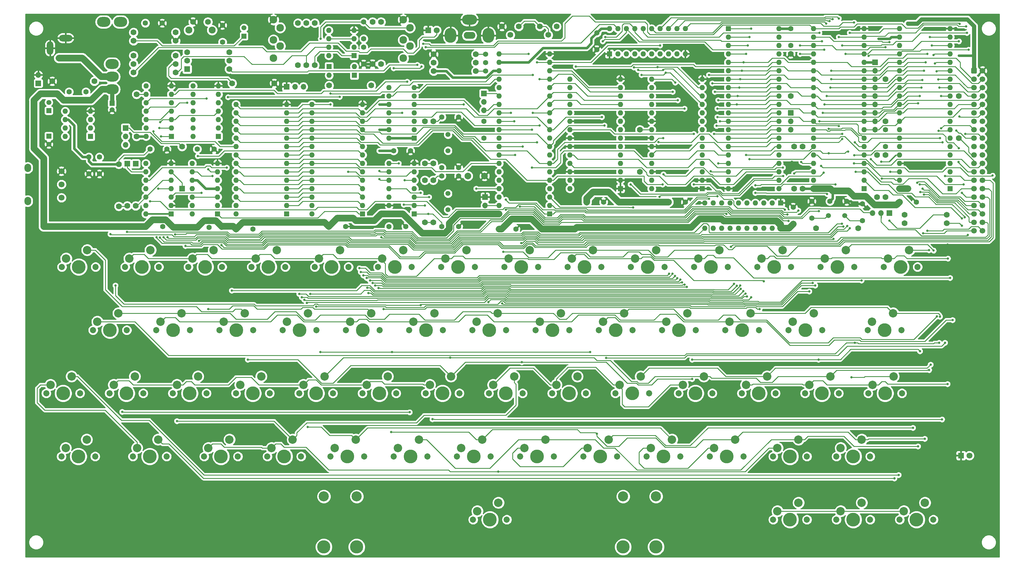
<source format=gtl>
G04 #@! TF.GenerationSoftware,KiCad,Pcbnew,(5.1.9)-1*
G04 #@! TF.CreationDate,2026-01-18T09:55:11+01:00*
G04 #@! TF.ProjectId,COMIX-35,434f4d49-582d-4333-952e-6b696361645f,1.2a*
G04 #@! TF.SameCoordinates,PX2b9a1c0PYd52a500*
G04 #@! TF.FileFunction,Copper,L1,Top*
G04 #@! TF.FilePolarity,Positive*
%FSLAX46Y46*%
G04 Gerber Fmt 4.6, Leading zero omitted, Abs format (unit mm)*
G04 Created by KiCad (PCBNEW (5.1.9)-1) date 2026-01-18 09:55:11*
%MOMM*%
%LPD*%
G01*
G04 APERTURE LIST*
G04 #@! TA.AperFunction,ComponentPad*
%ADD10C,1.800000*%
G04 #@! TD*
G04 #@! TA.AperFunction,ComponentPad*
%ADD11O,2.000000X2.500000*%
G04 #@! TD*
G04 #@! TA.AperFunction,ComponentPad*
%ADD12C,1.574800*%
G04 #@! TD*
G04 #@! TA.AperFunction,ComponentPad*
%ADD13O,1.600000X1.600000*%
G04 #@! TD*
G04 #@! TA.AperFunction,ComponentPad*
%ADD14R,1.600000X1.600000*%
G04 #@! TD*
G04 #@! TA.AperFunction,ComponentPad*
%ADD15C,1.778000*%
G04 #@! TD*
G04 #@! TA.AperFunction,ComponentPad*
%ADD16C,1.700000*%
G04 #@! TD*
G04 #@! TA.AperFunction,ComponentPad*
%ADD17O,4.500000X3.000000*%
G04 #@! TD*
G04 #@! TA.AperFunction,ComponentPad*
%ADD18O,3.500000X4.500000*%
G04 #@! TD*
G04 #@! TA.AperFunction,ComponentPad*
%ADD19O,3.500000X2.100000*%
G04 #@! TD*
G04 #@! TA.AperFunction,ComponentPad*
%ADD20C,2.100000*%
G04 #@! TD*
G04 #@! TA.AperFunction,ComponentPad*
%ADD21C,1.750000*%
G04 #@! TD*
G04 #@! TA.AperFunction,ComponentPad*
%ADD22O,4.000000X3.000000*%
G04 #@! TD*
G04 #@! TA.AperFunction,WasherPad*
%ADD23C,4.140200*%
G04 #@! TD*
G04 #@! TA.AperFunction,WasherPad*
%ADD24C,1.854200*%
G04 #@! TD*
G04 #@! TA.AperFunction,ComponentPad*
%ADD25C,2.540000*%
G04 #@! TD*
G04 #@! TA.AperFunction,ComponentPad*
%ADD26C,2.300000*%
G04 #@! TD*
G04 #@! TA.AperFunction,ComponentPad*
%ADD27C,2.000000*%
G04 #@! TD*
G04 #@! TA.AperFunction,ComponentPad*
%ADD28C,1.600200*%
G04 #@! TD*
G04 #@! TA.AperFunction,ComponentPad*
%ADD29C,1.500000*%
G04 #@! TD*
G04 #@! TA.AperFunction,ComponentPad*
%ADD30R,1.500000X1.500000*%
G04 #@! TD*
G04 #@! TA.AperFunction,ComponentPad*
%ADD31R,1.778000X1.778000*%
G04 #@! TD*
G04 #@! TA.AperFunction,ComponentPad*
%ADD32O,2.000000X4.000000*%
G04 #@! TD*
G04 #@! TA.AperFunction,ComponentPad*
%ADD33O,4.000000X2.000000*%
G04 #@! TD*
G04 #@! TA.AperFunction,ComponentPad*
%ADD34O,4.500000X2.000000*%
G04 #@! TD*
G04 #@! TA.AperFunction,ComponentPad*
%ADD35R,1.700000X1.700000*%
G04 #@! TD*
G04 #@! TA.AperFunction,ComponentPad*
%ADD36O,1.700000X1.700000*%
G04 #@! TD*
G04 #@! TA.AperFunction,ComponentPad*
%ADD37R,1.800000X1.800000*%
G04 #@! TD*
G04 #@! TA.AperFunction,ComponentPad*
%ADD38C,3.048000*%
G04 #@! TD*
G04 #@! TA.AperFunction,ComponentPad*
%ADD39C,3.987800*%
G04 #@! TD*
G04 #@! TA.AperFunction,ViaPad*
%ADD40C,0.711200*%
G04 #@! TD*
G04 #@! TA.AperFunction,ViaPad*
%ADD41C,1.270000*%
G04 #@! TD*
G04 #@! TA.AperFunction,Conductor*
%ADD42C,0.762000*%
G04 #@! TD*
G04 #@! TA.AperFunction,Conductor*
%ADD43C,2.032000*%
G04 #@! TD*
G04 #@! TA.AperFunction,Conductor*
%ADD44C,1.270000*%
G04 #@! TD*
G04 #@! TA.AperFunction,Conductor*
%ADD45C,0.254000*%
G04 #@! TD*
G04 #@! TA.AperFunction,Conductor*
%ADD46C,0.508000*%
G04 #@! TD*
G04 #@! TA.AperFunction,Conductor*
%ADD47C,0.250000*%
G04 #@! TD*
G04 #@! TA.AperFunction,Conductor*
%ADD48C,0.100000*%
G04 #@! TD*
G04 APERTURE END LIST*
D10*
X11437000Y109030000D03*
X11437000Y113030000D03*
X11437000Y117030000D03*
D11*
X1270000Y108030000D03*
X1270000Y118030000D03*
D12*
X139192000Y147193000D03*
X139192000Y149733000D03*
X139192000Y152273000D03*
D13*
X176530000Y160020000D03*
X199390000Y152400000D03*
X179070000Y160020000D03*
X196850000Y152400000D03*
X181610000Y160020000D03*
X194310000Y152400000D03*
X184150000Y160020000D03*
X191770000Y152400000D03*
X186690000Y160020000D03*
X189230000Y152400000D03*
X189230000Y160020000D03*
X186690000Y152400000D03*
X191770000Y160020000D03*
X184150000Y152400000D03*
X194310000Y160020000D03*
X181610000Y152400000D03*
X196850000Y160020000D03*
X179070000Y152400000D03*
X199390000Y160020000D03*
D14*
X176530000Y152400000D03*
D13*
X228092000Y99822000D03*
X205232000Y107442000D03*
X225552000Y99822000D03*
X207772000Y107442000D03*
X223012000Y99822000D03*
X210312000Y107442000D03*
X220472000Y99822000D03*
X212852000Y107442000D03*
X217932000Y99822000D03*
X215392000Y107442000D03*
X215392000Y99822000D03*
X217932000Y107442000D03*
X212852000Y99822000D03*
X220472000Y107442000D03*
X210312000Y99822000D03*
X223012000Y107442000D03*
X207772000Y99822000D03*
X225552000Y107442000D03*
X205232000Y99822000D03*
D14*
X228092000Y107442000D03*
D13*
X86868000Y104140000D03*
X102108000Y137160000D03*
X86868000Y106680000D03*
X102108000Y134620000D03*
X86868000Y109220000D03*
X102108000Y132080000D03*
X86868000Y111760000D03*
X102108000Y129540000D03*
X86868000Y114300000D03*
X102108000Y127000000D03*
X86868000Y116840000D03*
X102108000Y124460000D03*
X86868000Y119380000D03*
X102108000Y121920000D03*
X86868000Y121920000D03*
X102108000Y119380000D03*
X86868000Y124460000D03*
X102108000Y116840000D03*
X86868000Y127000000D03*
X102108000Y114300000D03*
X86868000Y129540000D03*
X102108000Y111760000D03*
X86868000Y132080000D03*
X102108000Y109220000D03*
X86868000Y134620000D03*
X102108000Y106680000D03*
X86868000Y137160000D03*
D14*
X102108000Y104140000D03*
D13*
X64008000Y104140000D03*
X79248000Y137160000D03*
X64008000Y106680000D03*
X79248000Y134620000D03*
X64008000Y109220000D03*
X79248000Y132080000D03*
X64008000Y111760000D03*
X79248000Y129540000D03*
X64008000Y114300000D03*
X79248000Y127000000D03*
X64008000Y116840000D03*
X79248000Y124460000D03*
X64008000Y119380000D03*
X79248000Y121920000D03*
X64008000Y121920000D03*
X79248000Y119380000D03*
X64008000Y124460000D03*
X79248000Y116840000D03*
X64008000Y127000000D03*
X79248000Y114300000D03*
X64008000Y129540000D03*
X79248000Y111760000D03*
X64008000Y132080000D03*
X79248000Y109220000D03*
X64008000Y134620000D03*
X79248000Y106680000D03*
X64008000Y137160000D03*
D14*
X79248000Y104140000D03*
D13*
X164592000Y111760000D03*
X179832000Y144780000D03*
X164592000Y114300000D03*
X179832000Y142240000D03*
X164592000Y116840000D03*
X179832000Y139700000D03*
X164592000Y119380000D03*
X179832000Y137160000D03*
X164592000Y121920000D03*
X179832000Y134620000D03*
X164592000Y124460000D03*
X179832000Y132080000D03*
X164592000Y127000000D03*
X179832000Y129540000D03*
X164592000Y129540000D03*
X179832000Y127000000D03*
X164592000Y132080000D03*
X179832000Y124460000D03*
X164592000Y134620000D03*
X179832000Y121920000D03*
X164592000Y137160000D03*
X179832000Y119380000D03*
X164592000Y139700000D03*
X179832000Y116840000D03*
X164592000Y142240000D03*
X179832000Y114300000D03*
X164592000Y144780000D03*
D14*
X179832000Y111760000D03*
D13*
X189230000Y111760000D03*
X204470000Y144780000D03*
X189230000Y114300000D03*
X204470000Y142240000D03*
X189230000Y116840000D03*
X204470000Y139700000D03*
X189230000Y119380000D03*
X204470000Y137160000D03*
X189230000Y121920000D03*
X204470000Y134620000D03*
X189230000Y124460000D03*
X204470000Y132080000D03*
X189230000Y127000000D03*
X204470000Y129540000D03*
X189230000Y129540000D03*
X204470000Y127000000D03*
X189230000Y132080000D03*
X204470000Y124460000D03*
X189230000Y134620000D03*
X204470000Y121920000D03*
X189230000Y137160000D03*
X204470000Y119380000D03*
X189230000Y139700000D03*
X204470000Y116840000D03*
X189230000Y142240000D03*
X204470000Y114300000D03*
X189230000Y144780000D03*
D14*
X204470000Y111760000D03*
D13*
X143256000Y104140000D03*
X158496000Y152400000D03*
X143256000Y106680000D03*
X158496000Y149860000D03*
X143256000Y109220000D03*
X158496000Y147320000D03*
X143256000Y111760000D03*
X158496000Y144780000D03*
X143256000Y114300000D03*
X158496000Y142240000D03*
X143256000Y116840000D03*
X158496000Y139700000D03*
X143256000Y119380000D03*
X158496000Y137160000D03*
X143256000Y121920000D03*
X158496000Y134620000D03*
X143256000Y124460000D03*
X158496000Y132080000D03*
X143256000Y127000000D03*
X158496000Y129540000D03*
X143256000Y129540000D03*
X158496000Y127000000D03*
X143256000Y132080000D03*
X158496000Y124460000D03*
X143256000Y134620000D03*
X158496000Y121920000D03*
X143256000Y137160000D03*
X158496000Y119380000D03*
X143256000Y139700000D03*
X158496000Y116840000D03*
X143256000Y142240000D03*
X158496000Y114300000D03*
X143256000Y144780000D03*
X158496000Y111760000D03*
X143256000Y147320000D03*
X158496000Y109220000D03*
X143256000Y149860000D03*
X158496000Y106680000D03*
X143256000Y152400000D03*
D14*
X158496000Y104140000D03*
D13*
X227584000Y160020000D03*
X212344000Y111760000D03*
X227584000Y157480000D03*
X212344000Y114300000D03*
X227584000Y154940000D03*
X212344000Y116840000D03*
X227584000Y152400000D03*
X212344000Y119380000D03*
X227584000Y149860000D03*
X212344000Y121920000D03*
X227584000Y147320000D03*
X212344000Y124460000D03*
X227584000Y144780000D03*
X212344000Y127000000D03*
X227584000Y142240000D03*
X212344000Y129540000D03*
X227584000Y139700000D03*
X212344000Y132080000D03*
X227584000Y137160000D03*
X212344000Y134620000D03*
X227584000Y134620000D03*
X212344000Y137160000D03*
X227584000Y132080000D03*
X212344000Y139700000D03*
X227584000Y129540000D03*
X212344000Y142240000D03*
X227584000Y127000000D03*
X212344000Y144780000D03*
X227584000Y124460000D03*
X212344000Y147320000D03*
X227584000Y121920000D03*
X212344000Y149860000D03*
X227584000Y119380000D03*
X212344000Y152400000D03*
X227584000Y116840000D03*
X212344000Y154940000D03*
X227584000Y114300000D03*
X212344000Y157480000D03*
X227584000Y111760000D03*
D14*
X212344000Y160020000D03*
D13*
X263906000Y111760000D03*
X279146000Y160020000D03*
X263906000Y114300000D03*
X279146000Y157480000D03*
X263906000Y116840000D03*
X279146000Y154940000D03*
X263906000Y119380000D03*
X279146000Y152400000D03*
X263906000Y121920000D03*
X279146000Y149860000D03*
X263906000Y124460000D03*
X279146000Y147320000D03*
X263906000Y127000000D03*
X279146000Y144780000D03*
X263906000Y129540000D03*
X279146000Y142240000D03*
X263906000Y132080000D03*
X279146000Y139700000D03*
X263906000Y134620000D03*
X279146000Y137160000D03*
X263906000Y137160000D03*
X279146000Y134620000D03*
X263906000Y139700000D03*
X279146000Y132080000D03*
X263906000Y142240000D03*
X279146000Y129540000D03*
X263906000Y144780000D03*
X279146000Y127000000D03*
X263906000Y147320000D03*
X279146000Y124460000D03*
X263906000Y149860000D03*
X279146000Y121920000D03*
X263906000Y152400000D03*
X279146000Y119380000D03*
X263906000Y154940000D03*
X279146000Y116840000D03*
X263906000Y157480000D03*
X279146000Y114300000D03*
X263906000Y160020000D03*
D14*
X279146000Y111760000D03*
D13*
X51054000Y127508000D03*
X58674000Y142748000D03*
X51054000Y130048000D03*
X58674000Y140208000D03*
X51054000Y132588000D03*
X58674000Y137668000D03*
X51054000Y135128000D03*
X58674000Y135128000D03*
X51054000Y137668000D03*
X58674000Y132588000D03*
X51054000Y140208000D03*
X58674000Y130048000D03*
X51054000Y142748000D03*
D14*
X58674000Y127508000D03*
D13*
X50800000Y104140000D03*
X58420000Y119380000D03*
X50800000Y106680000D03*
X58420000Y116840000D03*
X50800000Y109220000D03*
X58420000Y114300000D03*
X50800000Y111760000D03*
X58420000Y111760000D03*
X50800000Y114300000D03*
X58420000Y109220000D03*
X50800000Y116840000D03*
X58420000Y106680000D03*
X50800000Y119380000D03*
D14*
X58420000Y104140000D03*
D13*
X36908999Y127508000D03*
X44528999Y142748000D03*
X36908999Y130048000D03*
X44528999Y140208000D03*
X36908999Y132588000D03*
X44528999Y137668000D03*
X36908999Y135128000D03*
X44528999Y135128000D03*
X36908999Y137668000D03*
X44528999Y132588000D03*
X36908999Y140208000D03*
X44528999Y130048000D03*
X36908999Y142748000D03*
D14*
X44528999Y127508000D03*
D13*
X36830000Y104140000D03*
X44450000Y119380000D03*
X36830000Y106680000D03*
X44450000Y116840000D03*
X36830000Y109220000D03*
X44450000Y114300000D03*
X36830000Y111760000D03*
X44450000Y111760000D03*
X36830000Y114300000D03*
X44450000Y109220000D03*
X36830000Y116840000D03*
X44450000Y106680000D03*
X36830000Y119380000D03*
D14*
X44450000Y104140000D03*
D13*
X110109000Y104140000D03*
X117729000Y119380000D03*
X110109000Y106680000D03*
X117729000Y116840000D03*
X110109000Y109220000D03*
X117729000Y114300000D03*
X110109000Y111760000D03*
X117729000Y111760000D03*
X110109000Y114300000D03*
X117729000Y109220000D03*
X110109000Y116840000D03*
X117729000Y106680000D03*
X110109000Y119380000D03*
D14*
X117729000Y104140000D03*
D13*
X110109000Y127000000D03*
X117729000Y142240000D03*
X110109000Y129540000D03*
X117729000Y139700000D03*
X110109000Y132080000D03*
X117729000Y137160000D03*
X110109000Y134620000D03*
X117729000Y134620000D03*
X110109000Y137160000D03*
X117729000Y132080000D03*
X110109000Y139700000D03*
X117729000Y129540000D03*
X110109000Y142240000D03*
D14*
X117729000Y127000000D03*
D13*
X12573000Y127508000D03*
X20193000Y135128000D03*
X12573000Y130048000D03*
X20193000Y132588000D03*
X12573000Y132588000D03*
X20193000Y130048000D03*
X12573000Y135128000D03*
D14*
X20193000Y127508000D03*
D13*
X237998000Y111760000D03*
X253238000Y160020000D03*
X237998000Y114300000D03*
X253238000Y157480000D03*
X237998000Y116840000D03*
X253238000Y154940000D03*
X237998000Y119380000D03*
X253238000Y152400000D03*
X237998000Y121920000D03*
X253238000Y149860000D03*
X237998000Y124460000D03*
X253238000Y147320000D03*
X237998000Y127000000D03*
X253238000Y144780000D03*
X237998000Y129540000D03*
X253238000Y142240000D03*
X237998000Y132080000D03*
X253238000Y139700000D03*
X237998000Y134620000D03*
X253238000Y137160000D03*
X237998000Y137160000D03*
X253238000Y134620000D03*
X237998000Y139700000D03*
X253238000Y132080000D03*
X237998000Y142240000D03*
X253238000Y129540000D03*
X237998000Y144780000D03*
X253238000Y127000000D03*
X237998000Y147320000D03*
X253238000Y124460000D03*
X237998000Y149860000D03*
X253238000Y121920000D03*
X237998000Y152400000D03*
X253238000Y119380000D03*
X237998000Y154940000D03*
X253238000Y116840000D03*
X237998000Y157480000D03*
X253238000Y114300000D03*
X237998000Y160020000D03*
D14*
X253238000Y111760000D03*
D15*
X87757000Y148971000D03*
X87757000Y161671000D03*
X85217000Y148971000D03*
X85217000Y161671000D03*
X82677000Y161671000D03*
X82677000Y148971000D03*
D16*
X288925000Y99060000D03*
X288925000Y101600000D03*
X288925000Y104140000D03*
X288925000Y106680000D03*
X288925000Y109220000D03*
X288925000Y111760000D03*
X288925000Y114300000D03*
X288925000Y116840000D03*
X288925000Y119380000D03*
X288925000Y121920000D03*
X288925000Y124460000D03*
X288925000Y127000000D03*
X288925000Y129540000D03*
X288925000Y132080000D03*
X288925000Y134620000D03*
X288925000Y137160000D03*
X288925000Y139700000D03*
X288925000Y142240000D03*
X288925000Y144780000D03*
X288925000Y147320000D03*
X286385000Y99060000D03*
X286385000Y101600000D03*
X286385000Y104140000D03*
X286385000Y106680000D03*
X286385000Y109220000D03*
X286385000Y111760000D03*
X286385000Y114300000D03*
X286385000Y116840000D03*
X286385000Y119380000D03*
X286385000Y121920000D03*
X286385000Y124460000D03*
X286385000Y127000000D03*
X286385000Y129540000D03*
X286385000Y132080000D03*
X286385000Y134620000D03*
X286385000Y137160000D03*
X286385000Y139700000D03*
X286385000Y142240000D03*
X286385000Y144780000D03*
G04 #@! TA.AperFunction,ComponentPad*
G36*
G01*
X285535000Y146720000D02*
X285535000Y147920000D01*
G75*
G02*
X285785000Y148170000I250000J0D01*
G01*
X286985000Y148170000D01*
G75*
G02*
X287235000Y147920000I0J-250000D01*
G01*
X287235000Y146720000D01*
G75*
G02*
X286985000Y146470000I-250000J0D01*
G01*
X285785000Y146470000D01*
G75*
G02*
X285535000Y146720000I0J250000D01*
G01*
G37*
G04 #@! TD.AperFunction*
D15*
X259715000Y121920000D03*
X259715000Y109220000D03*
D13*
X91948000Y151892000D03*
X99568000Y159512000D03*
X91948000Y154432000D03*
X99568000Y156972000D03*
X91948000Y156972000D03*
X99568000Y154432000D03*
X91948000Y159512000D03*
D14*
X99568000Y151892000D03*
D13*
X92075000Y145923000D03*
D14*
X99695000Y145923000D03*
D13*
X99695000Y148590000D03*
D14*
X92075000Y148590000D03*
D17*
X134366000Y162734000D03*
D18*
X140066000Y157934000D03*
D19*
X134366000Y157934000D03*
D18*
X128666000Y157934000D03*
D20*
X49804000Y159562000D03*
D21*
X51054000Y162052000D03*
X55554000Y162052000D03*
D20*
X56814000Y159562000D03*
D22*
X26670000Y141732000D03*
X26670000Y145542000D03*
X26670000Y149352000D03*
X24130000Y162052000D03*
X29210000Y162052000D03*
D21*
X160655000Y160655000D03*
X158115000Y158115000D03*
X155575000Y160655000D03*
X149225000Y160655000D03*
X146685000Y158115000D03*
X144145000Y160655000D03*
D23*
X16510000Y30988000D03*
D24*
X21590000Y30988000D03*
X11430000Y30988000D03*
D25*
X19050000Y36068000D03*
X12700000Y33528000D03*
D23*
X264287000Y88138000D03*
D24*
X269367000Y88138000D03*
X259207000Y88138000D03*
D25*
X266827000Y93218000D03*
X260477000Y90678000D03*
D26*
X114416000Y151087000D03*
X116416000Y154787000D03*
X114416000Y156587000D03*
X116416000Y160287000D03*
X114416000Y162687000D03*
X75311000Y151087000D03*
X77311000Y154787000D03*
X75311000Y156587000D03*
X77311000Y160287000D03*
X75311000Y162687000D03*
D23*
X207137000Y88138000D03*
D24*
X212217000Y88138000D03*
X202057000Y88138000D03*
D25*
X209677000Y93218000D03*
X203327000Y90678000D03*
D23*
X35687000Y88138000D03*
D24*
X40767000Y88138000D03*
X30607000Y88138000D03*
D25*
X38227000Y93218000D03*
X31877000Y90678000D03*
D23*
X54737000Y88138000D03*
D24*
X59817000Y88138000D03*
X49657000Y88138000D03*
D25*
X57277000Y93218000D03*
X50927000Y90678000D03*
D23*
X73787000Y88138000D03*
D24*
X78867000Y88138000D03*
X68707000Y88138000D03*
D25*
X76327000Y93218000D03*
X69977000Y90678000D03*
D23*
X92837000Y88138000D03*
D24*
X97917000Y88138000D03*
X87757000Y88138000D03*
D25*
X95377000Y93218000D03*
X89027000Y90678000D03*
D23*
X111887000Y88138000D03*
D24*
X116967000Y88138000D03*
X106807000Y88138000D03*
D25*
X114427000Y93218000D03*
X108077000Y90678000D03*
D23*
X130937000Y88138000D03*
D24*
X136017000Y88138000D03*
X125857000Y88138000D03*
D25*
X133477000Y93218000D03*
X127127000Y90678000D03*
D23*
X149987000Y88138000D03*
D24*
X155067000Y88138000D03*
X144907000Y88138000D03*
D25*
X152527000Y93218000D03*
X146177000Y90678000D03*
D23*
X169037000Y88138000D03*
D24*
X174117000Y88138000D03*
X163957000Y88138000D03*
D25*
X171577000Y93218000D03*
X165227000Y90678000D03*
D23*
X188087000Y88138000D03*
D24*
X193167000Y88138000D03*
X183007000Y88138000D03*
D25*
X190627000Y93218000D03*
X184277000Y90678000D03*
D23*
X211899500Y30988000D03*
D24*
X216979500Y30988000D03*
X206819500Y30988000D03*
D25*
X214439500Y36068000D03*
X208089500Y33528000D03*
D23*
X192849500Y30988000D03*
D24*
X197929500Y30988000D03*
X187769500Y30988000D03*
D25*
X195389500Y36068000D03*
X189039500Y33528000D03*
D23*
X226187000Y88138000D03*
D24*
X231267000Y88138000D03*
X221107000Y88138000D03*
D25*
X228727000Y93218000D03*
X222377000Y90678000D03*
D23*
X245237000Y88138000D03*
D24*
X250317000Y88138000D03*
X240157000Y88138000D03*
D25*
X247777000Y93218000D03*
X241427000Y90678000D03*
D23*
X235585000Y69088000D03*
D24*
X240665000Y69088000D03*
X230505000Y69088000D03*
D25*
X238125000Y74168000D03*
X231775000Y71628000D03*
D23*
X30988000Y50038000D03*
D24*
X36068000Y50038000D03*
X25908000Y50038000D03*
D25*
X33528000Y55118000D03*
X27178000Y52578000D03*
D23*
X50038000Y50038000D03*
D24*
X55118000Y50038000D03*
X44958000Y50038000D03*
D25*
X52578000Y55118000D03*
X46228000Y52578000D03*
D23*
X135699500Y30988000D03*
D24*
X140779500Y30988000D03*
X130619500Y30988000D03*
D25*
X138239500Y36068000D03*
X131889500Y33528000D03*
D23*
X97599500Y30988000D03*
D24*
X102679500Y30988000D03*
X92519500Y30988000D03*
D25*
X100139500Y36068000D03*
X93789500Y33528000D03*
D23*
X88138000Y50038000D03*
D24*
X93218000Y50038000D03*
X83058000Y50038000D03*
D25*
X90678000Y55118000D03*
X84328000Y52578000D03*
D23*
X83185000Y69088000D03*
D24*
X88265000Y69088000D03*
X78105000Y69088000D03*
D25*
X85725000Y74168000D03*
X79375000Y71628000D03*
D23*
X107188000Y50038000D03*
D24*
X112268000Y50038000D03*
X102108000Y50038000D03*
D25*
X109728000Y55118000D03*
X103378000Y52578000D03*
D23*
X126238000Y50038000D03*
D24*
X131318000Y50038000D03*
X121158000Y50038000D03*
D25*
X128778000Y55118000D03*
X122428000Y52578000D03*
D23*
X145288000Y50038000D03*
D24*
X150368000Y50038000D03*
X140208000Y50038000D03*
D25*
X147828000Y55118000D03*
X141478000Y52578000D03*
D23*
X178435000Y69088000D03*
D24*
X183515000Y69088000D03*
X173355000Y69088000D03*
D25*
X180975000Y74168000D03*
X174625000Y71628000D03*
D23*
X164338000Y50038000D03*
D24*
X169418000Y50038000D03*
X159258000Y50038000D03*
D25*
X166878000Y55118000D03*
X160528000Y52578000D03*
D23*
X183388000Y50038000D03*
D24*
X188468000Y50038000D03*
X178308000Y50038000D03*
D25*
X185928000Y55118000D03*
X179578000Y52578000D03*
D23*
X202438000Y50038000D03*
D24*
X207518000Y50038000D03*
X197358000Y50038000D03*
D25*
X204978000Y55118000D03*
X198628000Y52578000D03*
D23*
X173799500Y30988000D03*
D24*
X178879500Y30988000D03*
X168719500Y30988000D03*
D25*
X176339500Y36068000D03*
X169989500Y33528000D03*
D23*
X154749500Y30988000D03*
D24*
X159829500Y30988000D03*
X149669500Y30988000D03*
D25*
X157289500Y36068000D03*
X150939500Y33528000D03*
D23*
X197485000Y69088000D03*
D24*
X202565000Y69088000D03*
X192405000Y69088000D03*
D25*
X200025000Y74168000D03*
X193675000Y71628000D03*
D23*
X216535000Y69088000D03*
D24*
X221615000Y69088000D03*
X211455000Y69088000D03*
D25*
X219075000Y74168000D03*
X212725000Y71628000D03*
D23*
X45085000Y69088000D03*
D24*
X50165000Y69088000D03*
X40005000Y69088000D03*
D25*
X47625000Y74168000D03*
X41275000Y71628000D03*
D23*
X102235000Y69088000D03*
D24*
X107315000Y69088000D03*
X97155000Y69088000D03*
D25*
X104775000Y74168000D03*
X98425000Y71628000D03*
D23*
X69088000Y50038000D03*
D24*
X74168000Y50038000D03*
X64008000Y50038000D03*
D25*
X71628000Y55118000D03*
X65278000Y52578000D03*
D23*
X121285000Y69088000D03*
D24*
X126365000Y69088000D03*
X116205000Y69088000D03*
D25*
X123825000Y74168000D03*
X117475000Y71628000D03*
D23*
X159385000Y69088000D03*
D24*
X164465000Y69088000D03*
X154305000Y69088000D03*
D25*
X161925000Y74168000D03*
X155575000Y71628000D03*
D23*
X116649500Y30988000D03*
D24*
X121729500Y30988000D03*
X111569500Y30988000D03*
D25*
X119189500Y36068000D03*
X112839500Y33528000D03*
D23*
X64135000Y69088000D03*
D24*
X69215000Y69088000D03*
X59055000Y69088000D03*
D25*
X66675000Y74168000D03*
X60325000Y71628000D03*
D23*
X78549500Y30988000D03*
D24*
X83629500Y30988000D03*
X73469500Y30988000D03*
D25*
X81089500Y36068000D03*
X74739500Y33528000D03*
D23*
X140335000Y69088000D03*
D24*
X145415000Y69088000D03*
X135255000Y69088000D03*
D25*
X142875000Y74168000D03*
X136525000Y71628000D03*
D23*
X59499500Y30988000D03*
D24*
X64579500Y30988000D03*
X54419500Y30988000D03*
D25*
X62039500Y36068000D03*
X55689500Y33528000D03*
D23*
X221488000Y50038000D03*
D24*
X226568000Y50038000D03*
X216408000Y50038000D03*
D25*
X224028000Y55118000D03*
X217678000Y52578000D03*
D23*
X240538000Y50038000D03*
D24*
X245618000Y50038000D03*
X235458000Y50038000D03*
D25*
X243078000Y55118000D03*
X236728000Y52578000D03*
D23*
X259588000Y50038000D03*
D24*
X264668000Y50038000D03*
X254508000Y50038000D03*
D25*
X262128000Y55118000D03*
X255778000Y52578000D03*
D23*
X230949500Y30988000D03*
D24*
X236029500Y30988000D03*
X225869500Y30988000D03*
D25*
X233489500Y36068000D03*
X227139500Y33528000D03*
D23*
X26035000Y69088000D03*
D24*
X31115000Y69088000D03*
X20955000Y69088000D03*
D25*
X28575000Y74168000D03*
X22225000Y71628000D03*
D23*
X16637000Y88138000D03*
D24*
X21717000Y88138000D03*
X11557000Y88138000D03*
D25*
X19177000Y93218000D03*
X12827000Y90678000D03*
D27*
X138898000Y115570000D03*
X133898000Y115570000D03*
D28*
X111506000Y123190000D03*
X116586000Y123190000D03*
X110109000Y100330000D03*
X115189000Y100330000D03*
X36830000Y100330000D03*
X41910000Y100330000D03*
X38100000Y123698000D03*
X43180000Y123698000D03*
X50800000Y100076000D03*
X55880000Y100076000D03*
D29*
X26670000Y135525000D03*
D30*
X26670000Y137525000D03*
D28*
X52324000Y123698000D03*
X57404000Y123698000D03*
X259715000Y124460000D03*
X259715000Y129540000D03*
X263906000Y107696000D03*
X268986000Y107696000D03*
X172720000Y158750000D03*
X172720000Y153670000D03*
X231140000Y160020000D03*
X231140000Y154940000D03*
X125984000Y100330000D03*
X131064000Y100330000D03*
X194310000Y107696000D03*
X199390000Y107696000D03*
X125984000Y115570000D03*
X131064000Y115570000D03*
X169672000Y107696000D03*
X174752000Y107696000D03*
X143256000Y99568000D03*
X148336000Y99568000D03*
X125984000Y118110000D03*
X131064000Y118110000D03*
X125984000Y133350000D03*
X131064000Y133350000D03*
X64008000Y99568000D03*
X69088000Y99568000D03*
X91948000Y100330000D03*
X97028000Y100330000D03*
X59944000Y155956000D03*
X59944000Y161036000D03*
X252730000Y102108000D03*
X252730000Y107188000D03*
X237490000Y102870000D03*
X237490000Y107950000D03*
X242951000Y107950000D03*
X248031000Y107950000D03*
X231902000Y101092000D03*
X231902000Y106172000D03*
X102489000Y156972000D03*
X102489000Y162052000D03*
X102489000Y154432000D03*
X102489000Y149352000D03*
X19685000Y121285000D03*
X19685000Y116205000D03*
X22860000Y121285000D03*
X22860000Y116205000D03*
D29*
X7620000Y125115000D03*
D30*
X7620000Y127615000D03*
D28*
X13716000Y140970000D03*
X18796000Y140970000D03*
D29*
X7620000Y137775000D03*
D30*
X7620000Y135275000D03*
D28*
X36703000Y161671000D03*
X41783000Y161671000D03*
D29*
X66421000Y160254000D03*
D30*
X66421000Y157754000D03*
D15*
X33782000Y106553000D03*
D31*
X33782000Y119253000D03*
D15*
X47752000Y124460000D03*
D31*
X47752000Y111760000D03*
D15*
X31242000Y106553000D03*
D31*
X31242000Y119253000D03*
D32*
X8000000Y154146000D03*
D33*
X12700000Y157146000D03*
D34*
X12700000Y151146000D03*
D35*
X4445000Y143510000D03*
D36*
X4445000Y146050000D03*
D35*
X139065000Y109220000D03*
D36*
X139065000Y106680000D03*
X139065000Y104140000D03*
D35*
X138684000Y140462000D03*
D36*
X138684000Y137922000D03*
X138684000Y135382000D03*
D35*
X30734000Y130048000D03*
D36*
X30734000Y127508000D03*
X30734000Y124968000D03*
D35*
X260858000Y104394000D03*
D36*
X258318000Y104394000D03*
X255778000Y104394000D03*
D35*
X79248000Y142494000D03*
D36*
X81788000Y142494000D03*
X84328000Y142494000D03*
D35*
X231140000Y134620000D03*
D36*
X231140000Y132080000D03*
X231140000Y129540000D03*
D15*
X257175000Y121920000D03*
X257175000Y109220000D03*
X278130000Y103886000D03*
X265430000Y103886000D03*
X120904000Y101600000D03*
X120904000Y114300000D03*
X123444000Y114300000D03*
X123444000Y101600000D03*
X120904000Y119380000D03*
X120904000Y132080000D03*
X123444000Y132080000D03*
X123444000Y119380000D03*
X136271000Y147193000D03*
X123571000Y147193000D03*
X123571000Y152273000D03*
X136271000Y152273000D03*
X123571000Y149733000D03*
X136271000Y149733000D03*
X34036000Y127508000D03*
X34036000Y140208000D03*
X259715000Y144780000D03*
X259715000Y132080000D03*
X49276000Y152908000D03*
X61976000Y152908000D03*
X238760000Y99822000D03*
X251460000Y99822000D03*
X281813000Y139700000D03*
X281813000Y127000000D03*
X28702000Y119126000D03*
X28702000Y106426000D03*
X234696000Y111760000D03*
X234696000Y124460000D03*
X232156000Y124460000D03*
X232156000Y111760000D03*
X45847000Y151892000D03*
X33147000Y151892000D03*
X45847000Y149352000D03*
X33147000Y149352000D03*
X62865000Y143510000D03*
X75565000Y143510000D03*
X104775000Y142875000D03*
X92075000Y142875000D03*
X107696000Y162052000D03*
X107696000Y149352000D03*
X105156000Y149352000D03*
X105156000Y162052000D03*
X8636000Y144145000D03*
X21336000Y144145000D03*
X45847000Y158877000D03*
X33147000Y158877000D03*
X45847000Y156337000D03*
X33147000Y156337000D03*
X185674000Y116840000D03*
X185674000Y129540000D03*
X231140000Y152400000D03*
X231140000Y139700000D03*
D35*
X256540000Y149860000D03*
D36*
X256540000Y147320000D03*
X256540000Y144780000D03*
X256540000Y142240000D03*
X256540000Y139700000D03*
X256540000Y137160000D03*
X256540000Y134620000D03*
X256540000Y132080000D03*
X256540000Y129540000D03*
D29*
X127889000Y105410000D03*
X127889000Y110290000D03*
X127889000Y123190000D03*
X127889000Y128070000D03*
X247396000Y103632000D03*
X242516000Y103632000D03*
D25*
X136715500Y14478000D03*
X143065500Y17018000D03*
D24*
X135445500Y11938000D03*
X145605500Y11938000D03*
D23*
X140525500Y11938000D03*
D37*
X282448000Y31242000D03*
D10*
X284988000Y31242000D03*
D15*
X265430000Y101346000D03*
X278130000Y101346000D03*
D38*
X180657500Y18923000D03*
D39*
X180657500Y3683000D03*
X100393500Y3683000D03*
D38*
X100393500Y18923000D03*
X190563500Y18923000D03*
D39*
X190563500Y3683000D03*
X90487500Y3683000D03*
D38*
X90487500Y18923000D03*
D23*
X249999500Y30988000D03*
D24*
X255079500Y30988000D03*
X244919500Y30988000D03*
D25*
X252539500Y36068000D03*
X246189500Y33528000D03*
D23*
X269049500Y11938000D03*
D24*
X274129500Y11938000D03*
X263969500Y11938000D03*
D25*
X271589500Y17018000D03*
X265239500Y14478000D03*
D23*
X230949500Y11938000D03*
D24*
X236029500Y11938000D03*
X225869500Y11938000D03*
D25*
X233489500Y17018000D03*
X227139500Y14478000D03*
D23*
X249999500Y11938000D03*
D24*
X255079500Y11938000D03*
X244919500Y11938000D03*
D25*
X252539500Y17018000D03*
X246189500Y14478000D03*
D28*
X138684000Y132080000D03*
X138684000Y127000000D03*
D15*
X61976000Y147828000D03*
D31*
X49276000Y147828000D03*
D15*
X49276000Y150368000D03*
X61976000Y150368000D03*
D25*
X255651000Y71628000D03*
X262001000Y74168000D03*
D24*
X254381000Y69088000D03*
X264541000Y69088000D03*
D23*
X259461000Y69088000D03*
D25*
X8128000Y52578000D03*
X14478000Y55118000D03*
D24*
X6858000Y50038000D03*
X17018000Y50038000D03*
D23*
X11938000Y50038000D03*
X38036500Y30988000D03*
D24*
X43116500Y30988000D03*
X32956500Y30988000D03*
D25*
X40576500Y36068000D03*
X34226500Y33528000D03*
D10*
X124460000Y159512000D03*
D37*
X121920000Y159512000D03*
D15*
X33147000Y146812000D03*
X45847000Y146812000D03*
D40*
X107188000Y123190000D03*
X107188000Y129540000D03*
X107188000Y137160000D03*
X54864000Y111760000D03*
X257556000Y156972000D03*
D41*
X6096000Y100330000D03*
X9144000Y100330000D03*
X12700000Y100330000D03*
X169672000Y100076000D03*
X266446000Y111760000D03*
X266446000Y161544000D03*
D40*
X281813000Y151892000D03*
X236220000Y114300000D03*
X233426000Y114300000D03*
X233172000Y109220000D03*
X236220000Y118110000D03*
X223266000Y115824000D03*
X223266000Y111760000D03*
X221742000Y111760000D03*
X221742000Y115824000D03*
X202692000Y154686000D03*
X202692000Y152908000D03*
X202692000Y151130000D03*
X182372000Y156210000D03*
X183388000Y156210000D03*
X172720000Y149860000D03*
X47498000Y119634000D03*
X48514000Y119634000D03*
X267970000Y163576000D03*
X260604000Y163576000D03*
X252984000Y163576000D03*
X247142000Y158496000D03*
X241046000Y158750000D03*
X189484000Y163068000D03*
X192278000Y163068000D03*
X183388000Y163830000D03*
X163322000Y163449000D03*
X281686000Y154940000D03*
X167386000Y151892000D03*
X162560000Y151892000D03*
X143002000Y158496000D03*
X123952000Y163322000D03*
X96012000Y153162000D03*
X103124000Y144780000D03*
X60198000Y125476000D03*
X66548000Y137668000D03*
X63246000Y140462000D03*
X125476000Y128016000D03*
X127762000Y125476000D03*
X126492000Y120904000D03*
X124968000Y124460000D03*
X122682000Y126492000D03*
X122174000Y121666000D03*
X134112000Y125222000D03*
X132334000Y107696000D03*
X130556000Y110236000D03*
X120396000Y139700000D03*
X122174000Y142240000D03*
X135636000Y141986000D03*
X135636000Y137414000D03*
X138938000Y129540000D03*
X133858000Y129540000D03*
X152400000Y113030000D03*
X152400000Y108712000D03*
X156464000Y106934000D03*
X156464000Y112776000D03*
X145542000Y119126000D03*
X146558000Y109728000D03*
X167132000Y114046000D03*
X167132000Y110490000D03*
X202184000Y136652000D03*
X202438000Y130556000D03*
X48895000Y144018000D03*
X47117000Y142621000D03*
X144780000Y157480000D03*
X154686000Y158750000D03*
X95885000Y155956000D03*
X278384000Y94869000D03*
X231521000Y119888000D03*
X233172000Y117983000D03*
X137668000Y121539000D03*
X134366000Y122174000D03*
X258445000Y119888000D03*
X260858000Y102108000D03*
X121920000Y104140000D03*
X122174000Y109220000D03*
X89535000Y156972000D03*
X31230170Y98713990D03*
X239641622Y104988434D03*
X291973000Y115697000D03*
X195580000Y140970000D03*
X155448000Y144780000D03*
X155448000Y130810000D03*
X243332000Y144780000D03*
X243793889Y162915590D03*
X245618000Y163068000D03*
X191770000Y154940000D03*
X154686000Y149860000D03*
X154686000Y125730000D03*
X243332000Y147320000D03*
X242824000Y162306000D03*
X243078000Y142240000D03*
X197104000Y138430000D03*
X241808000Y161544000D03*
X242025010Y139700000D03*
X199136000Y135890000D03*
X153416000Y134620000D03*
X153416000Y146050000D03*
X92456000Y137160000D03*
X92456000Y140462000D03*
X241300000Y137160000D03*
X174244000Y133350000D03*
X241254957Y153670000D03*
X174498000Y156210000D03*
X240792000Y134620000D03*
X240538000Y156210000D03*
X175006000Y130810000D03*
X175260000Y157480000D03*
X239776000Y132080000D03*
X239776000Y158750000D03*
X192751010Y126979998D03*
X192532000Y113030000D03*
X250240123Y161832990D03*
X53594000Y110490000D03*
X52842430Y96012950D03*
X248155247Y100472968D03*
X250190000Y119380000D03*
X283210000Y113030000D03*
X281940000Y133477000D03*
X248920000Y99822000D03*
X41081447Y96974226D03*
X250698000Y116840000D03*
X41148000Y131826000D03*
X40591904Y111724671D03*
X283591000Y103124000D03*
X218694000Y120650000D03*
X252476000Y84074000D03*
X140052256Y77581030D03*
X242570000Y129794000D03*
X248412000Y122936000D03*
X242570000Y122428000D03*
X218186000Y154940000D03*
X254635000Y151765000D03*
X284734000Y153670000D03*
X237744000Y83312000D03*
X27686000Y82550000D03*
X119634000Y76619021D03*
X119634000Y110490000D03*
X241046000Y116586000D03*
X220472000Y112776000D03*
X219202000Y160020000D03*
X276860000Y125730000D03*
X276479000Y129921000D03*
X245618000Y157480000D03*
X245618000Y130592990D03*
X284043988Y160726988D03*
X246634000Y154940000D03*
X284226000Y158750000D03*
X246634000Y128270000D03*
X281051000Y129286000D03*
X247650000Y152400000D03*
X246627926Y126752074D03*
X281813000Y156210000D03*
X283718000Y128270000D03*
X282702000Y102743000D03*
X284480000Y97790000D03*
X42183364Y97116979D03*
X250317315Y121843958D03*
X40894000Y130048000D03*
X247015000Y100330000D03*
X43396897Y97116979D03*
X246599010Y101147059D03*
X250444000Y125730000D03*
X41402000Y127508000D03*
X255270000Y120650000D03*
X282100036Y161451990D03*
X118618000Y149098000D03*
X120396000Y155448000D03*
X281686000Y119761000D03*
X238506000Y82550000D03*
X144249052Y77127021D03*
X242125982Y110143990D03*
X220472000Y110490000D03*
X148082000Y121920000D03*
X218694000Y157480000D03*
X276123573Y127000000D03*
X277622000Y115570000D03*
X48768000Y94488000D03*
X49276000Y137668000D03*
X236728000Y80772000D03*
X88138000Y76200000D03*
X240290074Y118624074D03*
X217678000Y152400000D03*
X217748661Y121909636D03*
X103541500Y81822990D03*
X213106000Y94234000D03*
X214877391Y82437364D03*
X101196928Y87765328D03*
X194540824Y86129176D03*
X209804000Y132080000D03*
X281813000Y123952000D03*
X282702000Y110490000D03*
X59659621Y94742948D03*
X55118000Y138938000D03*
X55626000Y117602000D03*
X102362000Y85598000D03*
X196270333Y85416306D03*
X214884000Y137160000D03*
X270002000Y139700000D03*
X270002000Y113030000D03*
X101600000Y86614000D03*
X195562888Y86123091D03*
X269494000Y137521536D03*
X269240000Y113538000D03*
X270510000Y142240000D03*
X103378000Y84836000D03*
X196967421Y84699303D03*
X215138000Y139700000D03*
X270176122Y110721124D03*
X104394000Y84074000D03*
X197891654Y84317442D03*
X215646000Y142240000D03*
X270764000Y144526000D03*
X270886247Y111710285D03*
X105156000Y83312000D03*
X198381262Y83445486D03*
X215900000Y144780000D03*
X271286122Y109996122D03*
X271272000Y147320000D03*
X40091472Y97115552D03*
X105918000Y82550000D03*
X199156826Y82814198D03*
X216408000Y147320000D03*
X271780000Y149860000D03*
X271018000Y98298000D03*
X106927926Y81781926D03*
X199877719Y82121135D03*
X216916000Y149860000D03*
X272288000Y152400000D03*
X272288000Y99060000D03*
X26162000Y98044000D03*
X233934000Y154940000D03*
X230467771Y102018229D03*
X259715000Y154432000D03*
X145313321Y105384679D03*
X201930000Y128270000D03*
X201930000Y113030000D03*
X228854000Y115570000D03*
X192786000Y116078000D03*
X228787368Y118131902D03*
X262382000Y24384000D03*
X258572000Y114808000D03*
X261112000Y116840000D03*
X263652000Y25400000D03*
X114046000Y134620000D03*
X114554000Y106934000D03*
X120904000Y106680000D03*
X146812000Y134620000D03*
X147828000Y132080000D03*
X234342284Y119788284D03*
X232156000Y116332000D03*
X211745693Y104109759D03*
X45699119Y97986980D03*
X144526000Y92710000D03*
X276098000Y73152000D03*
X46228000Y41656000D03*
X276502799Y139653889D03*
X279146000Y84836000D03*
X275197789Y73206069D03*
X275945654Y142186481D03*
X172720000Y37846000D03*
X271526000Y36322000D03*
X55626000Y75438000D03*
X110744000Y38354000D03*
X275590030Y144713345D03*
X85598000Y39878000D03*
X273304000Y58674000D03*
X275082032Y147152827D03*
X128581123Y60785390D03*
X272840136Y57065294D03*
X274650221Y149471915D03*
X267970000Y39624000D03*
X110998000Y62484000D03*
X89408000Y62484000D03*
X170688000Y62484000D03*
X274218410Y152073019D03*
X249428000Y54864000D03*
X274193000Y93091000D03*
X269494000Y34036000D03*
X273710410Y154893889D03*
X116332000Y44323000D03*
X29718000Y44450000D03*
X272796000Y93218000D03*
X273050000Y157480000D03*
X150114000Y59436000D03*
X201422000Y54356000D03*
X201422000Y60198000D03*
X239522000Y60198000D03*
X67564000Y60198000D03*
X270081390Y62728901D03*
X223012000Y83820000D03*
X278511000Y90678000D03*
X123190000Y42227500D03*
X276733000Y42164000D03*
X175514000Y60706000D03*
X277622000Y65278000D03*
X279908000Y72136000D03*
X143002000Y26416000D03*
X278384000Y52832000D03*
X250444000Y65278000D03*
X275844000Y65278000D03*
X275717000Y129159000D03*
X38100000Y107950000D03*
X233426000Y105156000D03*
X233934000Y152400000D03*
X260858000Y155956000D03*
X107222990Y114628544D03*
X107826815Y97109911D03*
X62738000Y81026000D03*
X56896000Y115570000D03*
X214069124Y83026200D03*
X86360000Y80010000D03*
X215925685Y82540720D03*
X103886000Y80264000D03*
X216100192Y81556052D03*
X83058000Y80010000D03*
X216884605Y80853746D03*
X83820000Y78994000D03*
X217557529Y80114018D03*
X84582000Y78232000D03*
X217951508Y79194886D03*
X85344000Y77308675D03*
X219261704Y78997051D03*
X132588000Y137160000D03*
X136398000Y111760000D03*
X115570000Y144018000D03*
X114808000Y114300000D03*
X97790000Y116840000D03*
X95250000Y139446000D03*
X61214000Y118110000D03*
X61613999Y139337999D03*
X111506000Y148082000D03*
X113030000Y119380000D03*
X119888000Y148590000D03*
X121158000Y154432000D03*
X221742000Y75438000D03*
X108458000Y75438000D03*
X107222990Y117103104D03*
X39116000Y129032000D03*
X52504911Y121603146D03*
X248920000Y158750000D03*
X152146000Y152400000D03*
X149940490Y95300939D03*
X244046369Y96612010D03*
X244602000Y113030000D03*
X229362000Y105410000D03*
X191652139Y109312010D03*
X149565054Y106292621D03*
X230136735Y103949444D03*
X150368000Y124460000D03*
X166370000Y148590000D03*
X206502000Y146050000D03*
X207518000Y143510000D03*
X208280000Y140970000D03*
X209296000Y138430000D03*
X209042000Y135890000D03*
X209042000Y133350000D03*
X208787991Y130685742D03*
X208026000Y128270000D03*
X191296990Y125809053D03*
X182880000Y113030000D03*
X206502000Y108712000D03*
X207044945Y116961165D03*
X145288000Y108458000D03*
X209296000Y119380000D03*
X209042000Y109474000D03*
X153162000Y129540000D03*
X153162000Y118110000D03*
X183642000Y106079990D03*
X196342000Y143764000D03*
X186182000Y146050000D03*
X193513880Y146735494D03*
X185166000Y147574000D03*
X192723248Y147526125D03*
X183896000Y148336000D03*
X191044990Y148443469D03*
X282702000Y100584000D03*
D42*
X90678000Y101600000D02*
X91948000Y100330000D01*
X50800000Y114300000D02*
X52324000Y114300000D01*
X54864000Y111760000D02*
X58420000Y111760000D01*
X52324000Y114300000D02*
X54864000Y111760000D01*
X111506000Y123190000D02*
X107188000Y123190000D01*
X110109000Y129540000D02*
X107188000Y129540000D01*
X110109000Y137160000D02*
X107188000Y137160000D01*
X243751099Y108750099D02*
X242951000Y107950000D01*
X243751099Y111086901D02*
X243751099Y108750099D01*
X234696000Y111760000D02*
X237998000Y111760000D01*
X173990000Y160020000D02*
X172720000Y158750000D01*
X176530000Y160020000D02*
X173990000Y160020000D01*
X110109000Y127000000D02*
X117729000Y127000000D01*
X123571000Y147193000D02*
X127381000Y147193000D01*
X127381000Y147193000D02*
X129286000Y145288000D01*
X129286000Y145288000D02*
X139446000Y145288000D01*
X141478000Y147320000D02*
X143256000Y147320000D01*
X139446000Y145288000D02*
X141478000Y147320000D01*
X128270000Y101346000D02*
X128270000Y99822000D01*
X228092000Y99822000D02*
X226315999Y101598001D01*
X143256000Y104140000D02*
X143385142Y104269142D01*
X227584000Y160020000D02*
X231140000Y160020000D01*
D43*
X64008000Y99568000D02*
X66040000Y101600000D01*
X66040000Y101600000D02*
X90678000Y101600000D01*
X91732970Y100545030D02*
X91948000Y100545030D01*
X90678000Y101600000D02*
X91732970Y100545030D01*
X100076000Y102108000D02*
X105664000Y102108000D01*
X99314000Y102870000D02*
X100076000Y102108000D01*
X91948000Y100330000D02*
X94488000Y102870000D01*
X94488000Y102870000D02*
X99314000Y102870000D01*
X105664000Y102108000D02*
X107696000Y104140000D01*
X107696000Y104140000D02*
X110109000Y104140000D01*
D44*
X124714000Y98298000D02*
X121412000Y98298000D01*
X123698000Y98298000D02*
X120910950Y98298000D01*
D42*
X124714000Y98298000D02*
X123698000Y98298000D01*
X123698000Y98298000D02*
X121920000Y98298000D01*
D43*
X124714000Y98298000D02*
X126238000Y98298000D01*
D42*
X126746000Y98298000D02*
X126238000Y98298000D01*
D43*
X126746000Y98298000D02*
X126935830Y98298000D01*
X126935830Y98298000D02*
X128270000Y99632170D01*
X128270000Y99632170D02*
X128270000Y99822000D01*
X128270000Y99632170D02*
X128270000Y101346000D01*
X128270000Y101346000D02*
X131064000Y104140000D01*
X131064000Y104140000D02*
X139065000Y104140000D01*
X124714000Y98298000D02*
X120910950Y98298000D01*
X139065000Y104140000D02*
X143256000Y104140000D01*
D45*
X160621315Y99060000D02*
X159258000Y99060000D01*
D43*
X156119712Y99568000D02*
X166116000Y99568000D01*
X153071712Y102616000D02*
X156119712Y99568000D01*
X147066000Y102616000D02*
X153071712Y102616000D01*
X144018000Y99568000D02*
X147066000Y102616000D01*
X143256000Y99568000D02*
X144018000Y99568000D01*
X166116000Y99568000D02*
X166624000Y100076000D01*
X166624000Y100076000D02*
X169672000Y100076000D01*
X169672000Y100076000D02*
X201168000Y100076000D01*
X169672000Y107696000D02*
X169672000Y108827512D01*
X169672000Y108827512D02*
X171588488Y110744000D01*
X171588488Y110744000D02*
X176276000Y110744000D01*
X176276000Y110744000D02*
X179324000Y107696000D01*
X187706000Y107696000D02*
X179324000Y107696000D01*
X187706000Y107696000D02*
X194310000Y107696000D01*
X186436000Y107696000D02*
X187706000Y107696000D01*
X201168000Y100076000D02*
X203708000Y102616000D01*
X203708000Y102616000D02*
X210312000Y102616000D01*
X210312000Y102616000D02*
X210947000Y101981000D01*
X210947000Y101981000D02*
X224663000Y101981000D01*
X224663000Y101981000D02*
X224663002Y101981002D01*
X228092000Y100953370D02*
X228092000Y99822000D01*
X227064370Y101981000D02*
X228092000Y100953370D01*
X224663000Y101981000D02*
X227064370Y101981000D01*
X228092000Y99822000D02*
X230632000Y99822000D01*
X230632000Y99822000D02*
X231902000Y101092000D01*
X237998000Y111760000D02*
X243078000Y111760000D01*
X243078000Y111760000D02*
X243751099Y111086901D01*
X263906000Y111760000D02*
X266446000Y111760000D01*
X120204830Y98298000D02*
X120910950Y98298000D01*
X110109000Y104140000D02*
X114362830Y104140000D01*
X114362830Y104140000D02*
X120204830Y98298000D01*
X63207901Y100368099D02*
X64008000Y99568000D01*
X59728099Y100368099D02*
X63207901Y100368099D01*
X59690000Y100330000D02*
X59728099Y100368099D01*
X57912000Y102108000D02*
X59690000Y100330000D01*
X52324000Y100076000D02*
X54356000Y102108000D01*
X54356000Y102108000D02*
X57912000Y102108000D01*
X50800000Y100076000D02*
X52324000Y100076000D01*
X38846101Y102346101D02*
X36830000Y100330000D01*
X42877729Y102346101D02*
X38846101Y102346101D01*
X50800000Y100076000D02*
X49897348Y100076000D01*
X45145831Y100077999D02*
X42877729Y102346101D01*
X49895350Y100077999D02*
X45145831Y100077999D01*
X49897349Y100076000D02*
X49895350Y100077999D01*
X50800000Y100076000D02*
X49897349Y100076000D01*
D46*
X36830000Y104140000D02*
X44450000Y104140000D01*
D43*
X36830000Y100330000D02*
X12700000Y100330000D01*
X9144000Y100330000D02*
X6096000Y100330000D01*
X12700000Y100330000D02*
X9144000Y100330000D01*
D45*
X34226500Y35324051D02*
X24592551Y44958000D01*
X34226500Y33528000D02*
X34226500Y35324051D01*
X24592551Y44958000D02*
X6350000Y44958000D01*
X6350000Y44958000D02*
X4064000Y47244000D01*
X4064000Y47244000D02*
X4064000Y51562000D01*
X5080000Y52578000D02*
X8128000Y52578000D01*
X4064000Y51562000D02*
X5080000Y52578000D01*
D42*
X28702000Y119126000D02*
X20574000Y119126000D01*
X19685000Y120015000D02*
X19685000Y121285000D01*
X20574000Y119126000D02*
X19685000Y120015000D01*
X19685000Y121285000D02*
X17780000Y121285000D01*
X17780000Y121285000D02*
X15240000Y123825000D01*
X15240000Y123825000D02*
X15240000Y130810000D01*
X13462000Y132588000D02*
X12573000Y132588000D01*
X15240000Y130810000D02*
X13462000Y132588000D01*
X34036000Y127508000D02*
X36908999Y127508000D01*
D45*
X28702000Y120383235D02*
X30226000Y121907235D01*
X28702000Y119126000D02*
X28702000Y120383235D01*
X36309235Y121907235D02*
X38100000Y123698000D01*
X30226000Y121907235D02*
X36309235Y121907235D01*
D44*
X26670000Y137525000D02*
X26670000Y141732000D01*
D43*
X23622000Y141732000D02*
X26670000Y141732000D01*
X6096000Y100330000D02*
X6096000Y120904000D01*
X6096000Y120904000D02*
X3175000Y123825000D01*
X3175000Y123825000D02*
X3175000Y138430000D01*
X3175000Y138430000D02*
X5080000Y140335000D01*
X5080000Y140335000D02*
X10160000Y140335000D01*
X10160000Y140335000D02*
X12065000Y138430000D01*
X12065000Y138430000D02*
X20320000Y138430000D01*
X20320000Y138430000D02*
X23622000Y141732000D01*
D42*
X253238000Y149860000D02*
X256540000Y149860000D01*
X261493000Y157480000D02*
X263906000Y157480000D01*
X260985000Y156972000D02*
X261493000Y157480000D01*
X257556000Y156972000D02*
X260985000Y156972000D01*
D44*
X270510000Y162814000D02*
X284353000Y162814000D01*
X269240000Y161544000D02*
X270510000Y162814000D01*
X266446000Y161544000D02*
X269240000Y161544000D01*
X284353000Y162814000D02*
X286385000Y160782000D01*
D42*
X286258000Y151892000D02*
X286385000Y151765000D01*
X281813000Y151892000D02*
X286258000Y151892000D01*
D44*
X286385000Y151765000D02*
X286385000Y147320000D01*
X286385000Y160782000D02*
X286385000Y151765000D01*
D42*
X171069000Y157099000D02*
X172720000Y158750000D01*
X171069000Y155575000D02*
X171069000Y157099000D01*
X169672000Y154178000D02*
X171069000Y155575000D01*
X156464000Y154178000D02*
X169672000Y154178000D01*
X152146000Y149860000D02*
X156464000Y154178000D01*
X143256000Y149860000D02*
X152146000Y149860000D01*
D43*
X263017000Y106807000D02*
X263906000Y107696000D01*
X256413000Y106807000D02*
X263017000Y106807000D01*
X253746000Y109474000D02*
X256413000Y106807000D01*
X248577099Y111086901D02*
X250190000Y109474000D01*
X250190000Y109474000D02*
X253746000Y109474000D01*
X243751099Y111086901D02*
X248577099Y111086901D01*
D46*
X97028000Y100330000D02*
X106934000Y100330000D01*
X106934000Y100330000D02*
X108712000Y102108000D01*
X113411000Y102108000D02*
X115189000Y100330000D01*
X108712000Y102108000D02*
X113411000Y102108000D01*
D42*
X105156000Y149352000D02*
X102489000Y149352000D01*
X248031000Y107950000D02*
X249301000Y107950000D01*
X250063000Y107188000D02*
X252730000Y107188000D01*
X249301000Y107950000D02*
X250063000Y107188000D01*
D47*
X275590000Y103886000D02*
X278130000Y103886000D01*
D45*
X262774630Y121920000D02*
X263906000Y121920000D01*
X260742630Y119888000D02*
X262774630Y121920000D01*
X263906000Y121920000D02*
X262890000Y121920000D01*
D47*
X260858000Y119888000D02*
X261874000Y120904000D01*
X258445000Y119888000D02*
X260858000Y119888000D01*
D45*
X262890000Y121920000D02*
X261874000Y120904000D01*
X274066000Y103886000D02*
X278130000Y103886000D01*
X270002000Y99822000D02*
X274066000Y103886000D01*
X263144000Y99822000D02*
X270002000Y99822000D01*
X260858000Y102108000D02*
X263144000Y99822000D01*
D47*
X125984000Y101461512D02*
X125984000Y100330000D01*
X123305512Y104140000D02*
X125984000Y101461512D01*
X117729000Y104140000D02*
X123305512Y104140000D01*
X124714000Y115570000D02*
X123444000Y114300000D01*
X125984000Y115570000D02*
X124714000Y115570000D01*
D45*
X117729000Y109220000D02*
X122174000Y109220000D01*
D47*
X124714000Y132080000D02*
X125984000Y133350000D01*
X123444000Y132080000D02*
X124714000Y132080000D01*
D45*
X248920000Y102108000D02*
X247396000Y103632000D01*
X252730000Y102108000D02*
X248920000Y102108000D01*
X241500000Y102870000D02*
X242516000Y103886000D01*
X237490000Y102870000D02*
X241500000Y102870000D01*
X104254000Y160287000D02*
X102489000Y162052000D01*
X116416000Y160287000D02*
X104254000Y160287000D01*
X62865000Y143510000D02*
X62865000Y143637000D01*
X62865000Y143637000D02*
X61468000Y145034000D01*
X61468000Y145034000D02*
X44450000Y145034000D01*
X44450000Y145034000D02*
X43688000Y145796000D01*
X43688000Y145796000D02*
X43688000Y148209000D01*
X44831000Y149352000D02*
X45847000Y149352000D01*
X43688000Y148209000D02*
X44831000Y149352000D01*
X102489000Y162052000D02*
X91059000Y162052000D01*
X89535000Y160528000D02*
X89535000Y156972000D01*
X91059000Y162052000D02*
X89535000Y160528000D01*
X91948000Y156972000D02*
X99568000Y156972000D01*
X33147000Y156337000D02*
X40259000Y156337000D01*
X40259000Y156337000D02*
X41783000Y154813000D01*
X63480000Y154813000D02*
X66421000Y157754000D01*
X41783000Y154813000D02*
X63480000Y154813000D01*
X41910000Y114300000D02*
X36830000Y109220000D01*
X44450000Y114300000D02*
X41910000Y114300000D01*
X34163000Y106553000D02*
X33782000Y106553000D01*
X36830000Y109220000D02*
X34163000Y106553000D01*
X47752000Y113538000D02*
X44450000Y116840000D01*
X47752000Y111760000D02*
X47752000Y113538000D01*
X31838000Y130048000D02*
X33108000Y128778000D01*
X30734000Y130048000D02*
X31838000Y130048000D01*
X33108000Y128778000D02*
X38100000Y128778000D01*
X46863001Y125348999D02*
X47752000Y124460000D01*
X41529001Y125348999D02*
X46863001Y125348999D01*
X38100000Y128778000D02*
X41529001Y125348999D01*
X32512000Y116840000D02*
X36830000Y116840000D01*
X31242000Y118110000D02*
X32512000Y116840000D01*
X31242000Y119253000D02*
X31242000Y118110000D01*
X31115000Y106426000D02*
X31242000Y106553000D01*
X28702000Y106426000D02*
X31115000Y106426000D01*
D47*
X65477599Y97989599D02*
X70811599Y97989599D01*
D45*
X74602990Y98986990D02*
X71808990Y98986990D01*
D47*
X70811599Y97989599D02*
X71374000Y98552000D01*
D45*
X74602990Y98986990D02*
X72239050Y98986990D01*
X71808990Y98986990D02*
X71374000Y98552000D01*
X199629091Y102467025D02*
X199538976Y102467025D01*
X31230170Y98713990D02*
X43595990Y98713990D01*
X43595990Y98713990D02*
X43780010Y98713990D01*
X62193912Y97989599D02*
X65477599Y97989599D01*
X49341057Y98732989D02*
X61450522Y98732989D01*
X61450522Y98732989D02*
X62193912Y97989599D01*
X48627008Y98734988D02*
X48606010Y98713990D01*
X49339058Y98734988D02*
X48627008Y98734988D01*
X49341057Y98732989D02*
X49339058Y98734988D01*
X43595990Y98713990D02*
X48606010Y98713990D01*
X146171298Y105156000D02*
X153715152Y105156000D01*
X129613011Y99075877D02*
X129613011Y100763235D01*
X108711999Y99313999D02*
X109219998Y98806000D01*
X127492130Y96954996D02*
X129613011Y99075877D01*
X143812290Y102796992D02*
X146171298Y105156000D01*
X118948648Y96954996D02*
X127492130Y96954996D01*
X153715152Y105156000D02*
X156931120Y101940032D01*
X117097644Y98806000D02*
X118948648Y96954996D01*
X156931120Y101940032D02*
X161131102Y101940032D01*
X74602990Y98986990D02*
X105576854Y98986990D01*
X131646768Y102796992D02*
X143812290Y102796992D01*
X105576854Y98986990D02*
X105903863Y99313999D01*
X129613011Y100763235D02*
X131646768Y102796992D01*
X105903863Y99313999D02*
X108711999Y99313999D01*
X109219998Y98806000D02*
X117097644Y98806000D01*
X161131102Y101940032D02*
X162276101Y103085031D01*
X202227952Y104902000D02*
X212029416Y104902000D01*
X162276101Y103085031D02*
X168316752Y103085032D01*
X168316752Y103085032D02*
X168934760Y102467024D01*
X168934760Y102467024D02*
X199792976Y102467024D01*
X213153395Y103778021D02*
X227818979Y103778021D01*
X199792976Y102467024D02*
X202227952Y104902000D01*
X212029416Y104902000D02*
X213153395Y103778021D01*
X234586023Y102760023D02*
X236814434Y104988434D01*
X227818979Y103778021D02*
X228836977Y102760023D01*
X228836977Y102760023D02*
X234586023Y102760023D01*
X236814434Y104988434D02*
X239641622Y104988434D01*
D47*
X239129370Y121920000D02*
X237998000Y121920000D01*
X240399370Y120650000D02*
X239129370Y121920000D01*
X253746000Y120650000D02*
X240399370Y120650000D01*
X256286000Y118110000D02*
X253746000Y120650000D01*
X266700000Y116840000D02*
X272796000Y116840000D01*
X256286000Y118110000D02*
X265430000Y118110000D01*
X265430000Y118110000D02*
X266700000Y116840000D01*
D45*
X276860000Y116840000D02*
X272796000Y116840000D01*
X278130000Y118110000D02*
X276860000Y116840000D01*
X282194000Y118110000D02*
X278130000Y118110000D01*
X284734000Y115570000D02*
X282194000Y118110000D01*
X291846000Y115570000D02*
X284734000Y115570000D01*
X291973000Y115697000D02*
X291846000Y115570000D01*
D43*
X24765000Y145542000D02*
X23368000Y145542000D01*
X17764000Y151146000D02*
X10668000Y151146000D01*
X23368000Y145542000D02*
X17764000Y151146000D01*
D45*
X79248000Y132080000D02*
X82804000Y132080000D01*
X82804000Y132080000D02*
X84074000Y133350000D01*
X84074000Y133350000D02*
X100703932Y133350000D01*
X101973932Y132080000D02*
X102108000Y132080000D01*
X100703932Y133350000D02*
X101973932Y132080000D01*
D47*
X253238000Y144780000D02*
X257556000Y144780000D01*
X260096000Y147320000D02*
X257556000Y144780000D01*
X265037370Y147320000D02*
X266307370Y148590000D01*
X263906000Y147320000D02*
X265037370Y147320000D01*
X243840000Y144780000D02*
X253238000Y144780000D01*
X159627370Y144780000D02*
X161151370Y146304000D01*
X158496000Y144780000D02*
X159627370Y144780000D01*
X180848000Y140970000D02*
X181610000Y140970000D01*
X180848000Y140970000D02*
X195580000Y140970000D01*
X155448000Y144780000D02*
X158496000Y144780000D01*
X103378000Y132080000D02*
X102108000Y132080000D01*
X155448000Y130810000D02*
X135890000Y130810000D01*
X131826000Y134874000D02*
X124460000Y134874000D01*
X124460000Y134874000D02*
X122936000Y133350000D01*
X135890000Y130810000D02*
X131826000Y134874000D01*
X122936000Y133350000D02*
X104648000Y133350000D01*
X104648000Y133350000D02*
X103378000Y132080000D01*
D45*
X243840000Y144780000D02*
X243332000Y144780000D01*
X170688000Y140970000D02*
X165354000Y146304000D01*
X178308000Y140970000D02*
X170688000Y140970000D01*
D47*
X161151370Y146304000D02*
X165354000Y146304000D01*
X178308000Y140970000D02*
X180848000Y140970000D01*
D45*
X197180189Y162890189D02*
X194310000Y160020000D01*
X241478861Y162890189D02*
X197180189Y162890189D01*
X241680715Y163092043D02*
X241478861Y162890189D01*
X243114542Y163092043D02*
X241680715Y163092043D01*
X243793889Y162915590D02*
X243290995Y162915590D01*
X243290995Y162915590D02*
X243114542Y163092043D01*
X280670000Y148590000D02*
X266307370Y148590000D01*
X285750000Y143510000D02*
X280670000Y148590000D01*
D47*
X260096000Y147320000D02*
X263906000Y147320000D01*
D45*
X287655000Y143510000D02*
X288925000Y144780000D01*
X285750000Y143510000D02*
X287655000Y143510000D01*
D47*
X265037370Y149860000D02*
X266307370Y151130000D01*
X263906000Y149860000D02*
X265037370Y149860000D01*
X253238000Y147320000D02*
X244602000Y147320000D01*
X191770000Y154940000D02*
X176022000Y154940000D01*
X170942000Y149860000D02*
X158496000Y149860000D01*
X176022000Y154940000D02*
X170942000Y149860000D01*
X154686000Y149860000D02*
X158496000Y149860000D01*
D45*
X79248000Y129540000D02*
X82804000Y129540000D01*
X82804000Y129540000D02*
X84074000Y130810000D01*
X84074000Y130810000D02*
X100706760Y130810000D01*
X101976760Y129540000D02*
X102108000Y129540000D01*
X100706760Y130810000D02*
X101976760Y129540000D01*
D47*
X137668000Y125730000D02*
X154686000Y125730000D01*
X102108000Y129540000D02*
X102833001Y128814999D01*
X102833001Y128814999D02*
X107347999Y128814999D01*
X137414000Y125984000D02*
X137668000Y125730000D01*
X107347999Y128814999D02*
X107892998Y128270000D01*
D45*
X244602000Y147320000D02*
X243332000Y147320000D01*
X195072000Y163322000D02*
X191770000Y160020000D01*
X241300000Y163322000D02*
X195072000Y163322000D01*
X241554000Y163576000D02*
X241300000Y163322000D01*
X245618000Y163068000D02*
X245110000Y163576000D01*
X245110000Y163576000D02*
X241554000Y163576000D01*
X117602000Y128270000D02*
X118364000Y128270000D01*
D47*
X107892998Y128270000D02*
X117602000Y128270000D01*
D45*
X118364000Y128270000D02*
X120396000Y130302000D01*
X120396000Y130302000D02*
X129794000Y130302000D01*
X129794000Y130302000D02*
X132588000Y127508000D01*
X135890000Y127508000D02*
X137414000Y125984000D01*
X132588000Y127508000D02*
X135890000Y127508000D01*
X282194000Y148447106D02*
X285861106Y144780000D01*
X282194000Y149860000D02*
X282194000Y148447106D01*
X280924000Y151130000D02*
X282194000Y149860000D01*
X266307370Y151130000D02*
X280924000Y151130000D01*
D47*
X260478410Y149860000D02*
X263906000Y149860000D01*
X257938410Y147320000D02*
X260478410Y149860000D01*
X253238000Y147320000D02*
X257938410Y147320000D01*
D45*
X285861106Y144780000D02*
X286131000Y144780000D01*
X286131000Y144780000D02*
X286766000Y144780000D01*
X82804000Y134620000D02*
X79248000Y134620000D01*
X84074000Y135890000D02*
X82804000Y134620000D01*
X100838000Y135890000D02*
X84074000Y135890000D01*
X102108000Y134620000D02*
X100838000Y135890000D01*
D47*
X263906000Y144780000D02*
X262774630Y144780000D01*
X265037370Y144780000D02*
X266307370Y146050000D01*
X263906000Y144780000D02*
X265037370Y144780000D01*
X243078000Y142240000D02*
X253238000Y142240000D01*
X159621001Y140825001D02*
X166514999Y140825001D01*
X158496000Y139700000D02*
X159621001Y140825001D01*
X166514999Y140825001D02*
X168910000Y138430000D01*
X168910000Y138430000D02*
X197104000Y138430000D01*
X141732000Y135890000D02*
X154686000Y135890000D01*
X154686000Y135890000D02*
X158496000Y139700000D01*
X103378000Y134620000D02*
X107188000Y138430000D01*
X102108000Y134620000D02*
X103378000Y134620000D01*
X107188000Y138430000D02*
X132588000Y138430000D01*
X132588000Y138430000D02*
X137160000Y133858000D01*
X137160000Y133858000D02*
X139700000Y133858000D01*
X139700000Y133858000D02*
X141732000Y135890000D01*
D45*
X242168726Y162458380D02*
X199288380Y162458380D01*
X242824000Y162306000D02*
X242321106Y162306000D01*
X242321106Y162306000D02*
X242168726Y162458380D01*
X199288380Y162458380D02*
X196850000Y160020000D01*
X260234630Y142240000D02*
X262774630Y144780000D01*
X256540000Y142240000D02*
X260234630Y142240000D01*
X256540000Y142240000D02*
X253238000Y142240000D01*
D47*
X280670000Y146050000D02*
X283527500Y143192500D01*
D45*
X283527500Y143192500D02*
X284480000Y142240000D01*
D47*
X266307370Y146050000D02*
X280670000Y146050000D01*
D45*
X284480000Y142240000D02*
X286385000Y142240000D01*
X84074000Y137160000D02*
X82804000Y135890000D01*
X86868000Y137160000D02*
X84074000Y137160000D01*
D47*
X253238000Y139700000D02*
X242025010Y139700000D01*
X264796410Y142240000D02*
X266066410Y143510000D01*
X263906000Y142240000D02*
X264796410Y142240000D01*
X266066410Y143510000D02*
X280670000Y143510000D01*
X158496000Y134620000D02*
X159766000Y135890000D01*
X189992000Y135890000D02*
X159766000Y135890000D01*
X188468000Y135890000D02*
X189992000Y135890000D01*
X189992000Y135890000D02*
X199136000Y135890000D01*
X153416000Y134620000D02*
X158496000Y134620000D01*
X65278000Y135890000D02*
X64008000Y137160000D01*
X65532000Y135890000D02*
X65278000Y135890000D01*
D45*
X65532000Y135890000D02*
X82804000Y135890000D01*
X111506000Y140970000D02*
X113538000Y143002000D01*
X113538000Y143002000D02*
X116332000Y143002000D01*
X116332000Y143002000D02*
X117348000Y144018000D01*
X117348000Y144018000D02*
X139192000Y144018000D01*
X139192000Y144018000D02*
X141224000Y146050000D01*
X141224000Y146050000D02*
X153416000Y146050000D01*
D47*
X241808000Y161544000D02*
X241611989Y161740011D01*
X200914000Y161544000D02*
X199390000Y160020000D01*
X209798350Y161544000D02*
X200914000Y161544000D01*
D45*
X210280919Y162026569D02*
X209798350Y161544000D01*
X241808000Y161544000D02*
X241325431Y162026569D01*
X241325431Y162026569D02*
X210280919Y162026569D01*
X86868000Y137160000D02*
X92456000Y137160000D01*
X92456000Y140462000D02*
X92583000Y140335000D01*
X107315000Y140335000D02*
X107950000Y140970000D01*
X92583000Y140335000D02*
X107315000Y140335000D01*
X107950000Y140970000D02*
X111506000Y140970000D01*
X256540000Y139700000D02*
X260604000Y139700000D01*
X263144000Y142240000D02*
X263906000Y142240000D01*
X260604000Y139700000D02*
X263144000Y142240000D01*
D47*
X253238000Y139700000D02*
X256540000Y139700000D01*
D45*
X287655000Y140970000D02*
X288925000Y142240000D01*
X284480000Y140970000D02*
X287655000Y140970000D01*
X281940000Y143510000D02*
X284480000Y140970000D01*
X280670000Y143510000D02*
X281940000Y143510000D01*
X84074000Y134620000D02*
X82804000Y133350000D01*
X86868000Y134620000D02*
X84074000Y134620000D01*
D47*
X257556000Y137160000D02*
X253238000Y137160000D01*
X265037370Y139700000D02*
X266307370Y140970000D01*
X263906000Y139700000D02*
X265037370Y139700000D01*
X266307370Y140970000D02*
X279908000Y140970000D01*
X253238000Y137160000D02*
X241300000Y137160000D01*
X159627370Y129540000D02*
X163437370Y133350000D01*
X158496000Y129540000D02*
X159627370Y129540000D01*
X174244000Y133350000D02*
X163437370Y133350000D01*
X154686000Y133350000D02*
X158496000Y129540000D01*
X135890000Y133350000D02*
X154686000Y133350000D01*
X86868000Y134620000D02*
X100076000Y134620000D01*
X101346000Y133350000D02*
X103378000Y133350000D01*
X103378000Y133350000D02*
X105918000Y135890000D01*
X105918000Y135890000D02*
X133350000Y135890000D01*
X100076000Y134620000D02*
X101346000Y133350000D01*
X133350000Y135890000D02*
X135890000Y133350000D01*
X65278000Y133350000D02*
X64008000Y134620000D01*
X67056000Y133350000D02*
X65278000Y133350000D01*
D45*
X67056000Y133350000D02*
X82804000Y133350000D01*
D47*
X185560021Y156069979D02*
X205230001Y156069979D01*
X207629980Y153670000D02*
X241254957Y153670000D01*
X205230001Y156069979D02*
X207629980Y153670000D01*
X181610000Y160020000D02*
X185560021Y156069979D01*
D45*
X175107599Y156819599D02*
X174498000Y156210000D01*
X179540969Y156819599D02*
X175107599Y156819599D01*
X181610000Y158888630D02*
X179540969Y156819599D01*
X181610000Y160020000D02*
X181610000Y158888630D01*
X261366000Y137160000D02*
X261556500Y137350500D01*
X256540000Y137160000D02*
X261366000Y137160000D01*
D47*
X261556500Y137350500D02*
X263906000Y139700000D01*
D45*
X283210000Y140970000D02*
X284480000Y139700000D01*
X283210000Y140970000D02*
X279908000Y140970000D01*
X284480000Y139700000D02*
X286385000Y139700000D01*
X84074000Y132080000D02*
X82804000Y130810000D01*
X86868000Y132080000D02*
X84074000Y132080000D01*
D47*
X265037370Y137160000D02*
X266307370Y138430000D01*
X263906000Y137160000D02*
X265037370Y137160000D01*
X266307370Y138430000D02*
X279908000Y138430000D01*
X240792000Y134620000D02*
X253238000Y134620000D01*
X159621001Y126234003D02*
X164196998Y130810000D01*
X158496000Y124460000D02*
X159621001Y125585001D01*
X159621001Y125585001D02*
X159621001Y126234003D01*
X210312000Y156210000D02*
X240538000Y156210000D01*
X86868000Y132080000D02*
X100076000Y132080000D01*
X100076000Y132080000D02*
X101346000Y130810000D01*
X101346000Y130810000D02*
X118872000Y130810000D01*
X118872000Y130810000D02*
X124714000Y130810000D01*
X65278000Y130810000D02*
X64008000Y132080000D01*
X68072000Y130810000D02*
X65278000Y130810000D01*
D45*
X68072000Y130810000D02*
X82804000Y130810000D01*
D47*
X186518640Y156519990D02*
X205419230Y156519990D01*
X184150000Y158888630D02*
X186518640Y156519990D01*
X184150000Y160020000D02*
X184150000Y158888630D01*
D45*
X210002010Y156519990D02*
X210312000Y156210000D01*
X205419230Y156519990D02*
X210002010Y156519990D01*
D47*
X164196998Y130810000D02*
X175006000Y130810000D01*
D45*
X184150000Y160020000D02*
X182626000Y161544000D01*
X182626000Y161544000D02*
X180848000Y161544000D01*
X180848000Y161544000D02*
X180340000Y161036000D01*
X180340000Y161036000D02*
X180340000Y159258000D01*
X180340000Y159258000D02*
X178562000Y157480000D01*
X175260000Y157480000D02*
X178562000Y157480000D01*
D47*
X118872000Y130810000D02*
X129893844Y130810000D01*
X129893844Y130810000D02*
X132433844Y128270000D01*
X132433844Y128270000D02*
X154686000Y128270000D01*
X154686000Y128270000D02*
X158496000Y124460000D01*
X263777590Y137160000D02*
X263906000Y137160000D01*
X262195601Y135578011D02*
X263777590Y137160000D01*
X258896422Y135578011D02*
X262195601Y135578011D01*
X257938411Y134620000D02*
X258896422Y135578011D01*
X253238000Y134620000D02*
X257938411Y134620000D01*
D45*
X287655000Y138430000D02*
X288925000Y139700000D01*
X279908000Y138430000D02*
X287655000Y138430000D01*
X84074000Y129540000D02*
X82804000Y128270000D01*
X86868000Y129540000D02*
X84074000Y129540000D01*
X86868000Y129540000D02*
X100330000Y129540000D01*
X100330000Y129540000D02*
X101600000Y128270000D01*
X101600000Y128270000D02*
X102505962Y128270000D01*
D47*
X265037370Y134620000D02*
X266307370Y135890000D01*
X263906000Y134620000D02*
X265037370Y134620000D01*
X266307370Y135890000D02*
X280416000Y135890000D01*
X239776000Y132080000D02*
X253238000Y132080000D01*
X210058000Y157988000D02*
X210820000Y158750000D01*
X210820000Y158750000D02*
X239776000Y158750000D01*
X102505962Y128270000D02*
X103124000Y128270000D01*
X103124000Y128270000D02*
X103378000Y128270000D01*
X105410000Y128270000D02*
X103124000Y128270000D01*
X139192000Y123190000D02*
X136906000Y125476000D01*
X108204000Y125476000D02*
X105410000Y128270000D01*
X65278000Y128270000D02*
X64008000Y129540000D01*
X67310000Y128270000D02*
X65278000Y128270000D01*
D45*
X66409370Y128270000D02*
X67310000Y128270000D01*
X67310000Y128270000D02*
X82804000Y128270000D01*
D47*
X163068000Y125730000D02*
X190144933Y125730000D01*
X190144933Y125730000D02*
X191394931Y126979998D01*
X158496000Y119380000D02*
X159627370Y119380000D01*
X159627370Y119380000D02*
X160897370Y120650000D01*
X160897370Y123559370D02*
X163068000Y125730000D01*
X160897370Y120650000D02*
X160897370Y123559370D01*
X191394931Y126979998D02*
X192751010Y126979998D01*
X186690000Y160020000D02*
X186690000Y158888630D01*
X186690000Y158888630D02*
X187590630Y157988000D01*
D45*
X187590630Y157988000D02*
X188098630Y157480000D01*
X188098630Y157480000D02*
X209550000Y157480000D01*
X209550000Y157480000D02*
X210058000Y157988000D01*
X151638000Y123190000D02*
X155448000Y119380000D01*
X144526000Y123190000D02*
X151638000Y123190000D01*
D47*
X158496000Y119380000D02*
X155448000Y119380000D01*
X144526000Y123190000D02*
X139192000Y123190000D01*
D45*
X118353642Y125476000D02*
X122671642Y129794000D01*
X117856000Y125476000D02*
X118353642Y125476000D01*
D47*
X117856000Y125476000D02*
X108204000Y125476000D01*
D45*
X122671642Y129794000D02*
X129540000Y129794000D01*
X129540000Y129794000D02*
X132334000Y127000000D01*
X135382000Y127000000D02*
X136906000Y125476000D01*
X132334000Y127000000D02*
X135382000Y127000000D01*
X281686000Y137160000D02*
X281305000Y136779000D01*
X283972000Y137160000D02*
X281686000Y137160000D01*
D47*
X280416000Y135890000D02*
X281305000Y136779000D01*
X262774630Y134620000D02*
X263906000Y134620000D01*
X260096000Y134620000D02*
X264298630Y134620000D01*
X257556000Y132080000D02*
X260096000Y134620000D01*
X253238000Y132080000D02*
X257556000Y132080000D01*
D45*
X281686000Y137160000D02*
X286385000Y137160000D01*
X84074000Y127000000D02*
X82804000Y125730000D01*
X86868000Y127000000D02*
X84074000Y127000000D01*
D47*
X257684410Y129540000D02*
X253238000Y129540000D01*
X257684410Y129540000D02*
X258954410Y130810000D01*
X264288410Y132080000D02*
X265558410Y133350000D01*
X263906000Y132080000D02*
X264288410Y132080000D01*
X265558410Y133350000D02*
X280033589Y133350000D01*
X151638000Y114300000D02*
X158496000Y114300000D01*
X145288000Y120650000D02*
X151638000Y114300000D01*
X100330000Y127000000D02*
X101600000Y125730000D01*
X86868000Y127000000D02*
X100330000Y127000000D01*
X101600000Y125730000D02*
X106680000Y125730000D01*
X106680000Y125730000D02*
X107442000Y124968000D01*
X65278000Y125730000D02*
X64008000Y127000000D01*
X67564000Y125730000D02*
X65278000Y125730000D01*
D45*
X66409370Y125730000D02*
X67564000Y125730000D01*
X67564000Y125730000D02*
X82804000Y125730000D01*
D47*
X189230000Y160020000D02*
X190500000Y158750000D01*
X190500000Y158750000D02*
X205232000Y158750000D01*
X205232000Y158750000D02*
X205608760Y158750000D01*
D45*
X159627370Y114300000D02*
X160897370Y115570000D01*
X158496000Y114300000D02*
X159627370Y114300000D01*
X160897370Y115570000D02*
X186944000Y115570000D01*
X186944000Y115570000D02*
X186944000Y114046000D01*
X186944000Y114046000D02*
X187960000Y113030000D01*
X187960000Y113030000D02*
X192532000Y113030000D01*
D47*
X240538000Y161290000D02*
X240665000Y161163000D01*
X246823146Y161832990D02*
X250240123Y161832990D01*
X245772156Y160782000D02*
X246823146Y161832990D01*
X241046000Y160782000D02*
X245772156Y160782000D01*
X240665000Y161163000D02*
X241046000Y160782000D01*
D45*
X207637934Y158750000D02*
X205232000Y158750000D01*
X210479048Y161591114D02*
X207637934Y158750000D01*
X240665000Y161163000D02*
X240236886Y161591114D01*
X240236886Y161591114D02*
X210479048Y161591114D01*
X116840000Y124968000D02*
X118872000Y124968000D01*
D47*
X107442000Y124968000D02*
X116840000Y124968000D01*
D45*
X118872000Y124968000D02*
X123190000Y129286000D01*
X123190000Y129286000D02*
X129286000Y129286000D01*
X129286000Y129286000D02*
X132080000Y126492000D01*
X134874000Y126492000D02*
X140716000Y120650000D01*
X132080000Y126492000D02*
X134874000Y126492000D01*
D47*
X140716000Y120650000D02*
X145288000Y120650000D01*
D45*
X282573589Y135890000D02*
X280033589Y133350000D01*
D47*
X262636000Y130810000D02*
X263906000Y132080000D01*
X258954410Y130810000D02*
X262636000Y130810000D01*
D45*
X287655000Y135890000D02*
X288925000Y137160000D01*
X282573589Y135890000D02*
X287655000Y135890000D01*
X45720000Y110490000D02*
X44450000Y109220000D01*
X53594000Y110490000D02*
X45720000Y110490000D01*
D47*
X72141654Y95752346D02*
X72144483Y95752346D01*
X73016113Y96623976D02*
X73294020Y96623976D01*
X72144483Y95752346D02*
X73016113Y96623976D01*
X73294020Y96623976D02*
X73298022Y96627978D01*
D45*
X52842430Y96012950D02*
X53203458Y96373978D01*
X53203458Y96373978D02*
X60583886Y96373978D01*
X71917255Y95527947D02*
X72141654Y95752346D01*
X61430001Y95527947D02*
X71917255Y95527947D01*
X60583886Y96373978D02*
X61429920Y95527946D01*
X61429920Y95527946D02*
X61430001Y95527947D01*
X204535943Y97355011D02*
X243071338Y97355011D01*
X168563970Y97189970D02*
X204370903Y97189971D01*
X243071338Y97355011D02*
X245160695Y99444368D01*
X247126647Y99444368D02*
X248155247Y100472968D01*
X167894001Y96520001D02*
X168563970Y97189970D01*
X151101513Y97374028D02*
X154488176Y97374028D01*
X155342203Y96520001D02*
X167894001Y96520001D01*
X154488176Y97374028D02*
X155342203Y96520001D01*
X150409453Y96681972D02*
X151101513Y97374028D01*
X117819488Y94230932D02*
X129195526Y94230932D01*
X131646565Y96681971D02*
X150409453Y96681972D01*
X204370903Y97189971D02*
X204535943Y97355011D01*
X129195526Y94230932D02*
X131646565Y96681971D01*
X245160695Y99444368D02*
X247126647Y99444368D01*
X116126455Y95923965D02*
X117819488Y94230932D01*
X98613996Y95923966D02*
X116126455Y95923965D01*
X73298022Y96627978D02*
X95597842Y96627978D01*
X97905987Y96631975D02*
X98613996Y95923966D01*
X95601839Y96631975D02*
X97905987Y96631975D01*
X95597842Y96627978D02*
X95601839Y96631975D01*
X253238000Y119380000D02*
X250190000Y119380000D01*
D47*
X254369370Y119380000D02*
X253238000Y119380000D01*
X266700000Y115570000D02*
X258179370Y115570000D01*
D45*
X258179370Y115570000D02*
X257740685Y116008685D01*
X268605000Y115570000D02*
X258179370Y115570000D01*
D47*
X257740685Y116008685D02*
X254369370Y119380000D01*
D45*
X265176000Y115570000D02*
X268605000Y115570000D01*
X283210000Y113030000D02*
X277622000Y113030000D01*
X277622000Y113030000D02*
X275082000Y115570000D01*
X275082000Y115570000D02*
X268605000Y115570000D01*
X287655000Y133350000D02*
X288925000Y134620000D01*
X282067000Y133350000D02*
X287655000Y133350000D01*
X281940000Y133477000D02*
X282067000Y133350000D01*
D47*
X253238000Y116840000D02*
X254369370Y116840000D01*
X254369370Y116840000D02*
X258179370Y113030000D01*
D45*
X57404000Y133858000D02*
X58674000Y135128000D01*
X46930369Y133858000D02*
X57404000Y133858000D01*
X44528999Y132588000D02*
X45660369Y132588000D01*
X45660369Y132588000D02*
X46930369Y133858000D01*
D47*
X71936515Y94907968D02*
X73059967Y96031420D01*
X73202514Y96173967D02*
X71936515Y94907968D01*
X73567967Y96173967D02*
X73202514Y96173967D01*
D45*
X59851969Y95919969D02*
X58512031Y95919969D01*
X58512031Y95919969D02*
X60359969Y95919969D01*
X61371970Y94907968D02*
X60359969Y95919969D01*
X63411968Y94907968D02*
X61371970Y94907968D01*
D47*
X63411968Y94907968D02*
X71936515Y94907968D01*
D45*
X267589000Y110363000D02*
X268680888Y109271112D01*
X263271000Y110363000D02*
X267589000Y110363000D01*
X53825411Y95919969D02*
X58512031Y95919969D01*
X53191391Y95285949D02*
X53825411Y95919969D01*
X51003915Y95285949D02*
X53191391Y95285949D01*
X50619954Y95669910D02*
X51003915Y95285949D01*
X42385763Y95669910D02*
X50619954Y95669910D01*
X41081447Y96974226D02*
X42385763Y95669910D01*
X95785899Y96173967D02*
X95789898Y96177964D01*
X243259396Y96901001D02*
X245348753Y98990358D01*
X154300120Y96920016D02*
X155154146Y96065990D01*
X151289570Y96920017D02*
X154300120Y96920016D01*
X204724000Y96901000D02*
X243259396Y96901001D01*
X155154146Y96065990D02*
X168249804Y96065990D01*
X248088358Y98990358D02*
X248920000Y99822000D01*
X97532042Y96177964D02*
X98240050Y95469956D01*
X117631431Y93776921D02*
X129383584Y93776922D01*
X245348753Y98990358D02*
X248088358Y98990358D01*
X150597509Y96227960D02*
X151289570Y96920017D01*
X131834622Y96227960D02*
X150597509Y96227960D01*
X95789898Y96177964D02*
X97532042Y96177964D01*
X129383584Y93776922D02*
X131834622Y96227960D01*
X168249804Y96065990D02*
X168919774Y96735960D01*
X115938397Y95469955D02*
X117631431Y93776921D01*
X73567967Y96173967D02*
X95785899Y96173967D01*
X168919774Y96735960D02*
X204558961Y96735961D01*
X204558961Y96735961D02*
X204724000Y96901000D01*
X98240050Y95469956D02*
X115938397Y95469955D01*
X253238000Y116840000D02*
X250698000Y116840000D01*
X41910000Y132588000D02*
X41148000Y131826000D01*
X44528999Y132588000D02*
X41910000Y132588000D01*
X44450000Y111760000D02*
X40627233Y111760000D01*
X40627233Y111760000D02*
X40591904Y111724671D01*
D47*
X260604000Y113030000D02*
X263271000Y110363000D01*
X258179370Y113030000D02*
X260604000Y113030000D01*
X283591000Y103124000D02*
X283591000Y103251000D01*
X283591000Y103251000D02*
X279807089Y107034911D01*
X279807089Y107034911D02*
X274981089Y107034911D01*
X274981089Y107034911D02*
X272744888Y109271112D01*
X272744888Y109271112D02*
X268680888Y109271112D01*
D45*
X86868000Y119380000D02*
X84328000Y119380000D01*
X84328000Y119380000D02*
X83058000Y118110000D01*
X65278000Y118110000D02*
X64008000Y119380000D01*
X83058000Y118110000D02*
X65278000Y118110000D01*
X134874000Y119380000D02*
X143256000Y119380000D01*
X132391001Y116897001D02*
X134874000Y119380000D01*
X86868000Y119380000D02*
X100076000Y119380000D01*
X100076000Y119380000D02*
X101346000Y118110000D01*
X101346000Y118110000D02*
X122936000Y118110000D01*
X122936000Y118110000D02*
X124206000Y116840000D01*
X124206000Y116840000D02*
X124263001Y116897001D01*
X124263001Y116897001D02*
X132391001Y116897001D01*
X234547796Y84074000D02*
X228035829Y77562033D01*
X206492230Y77762042D02*
X145332063Y77762042D01*
X216725761Y77562033D02*
X206692239Y77562033D01*
X140779260Y78308034D02*
X140052256Y77581030D01*
X144786071Y78308034D02*
X140779260Y78308034D01*
X221532216Y77562033D02*
X221332205Y77762042D01*
X216925769Y77762041D02*
X216725761Y77562033D01*
X252476000Y84074000D02*
X234547796Y84074000D01*
X206692239Y77562033D02*
X206492230Y77762042D01*
X228035829Y77562033D02*
X221532216Y77562033D01*
X145332063Y77762042D02*
X144786071Y78308034D01*
X221332205Y77762042D02*
X216925769Y77762041D01*
X237490000Y123190000D02*
X240030000Y123190000D01*
X240030000Y123190000D02*
X240792000Y122428000D01*
X218694000Y120650000D02*
X234950000Y120650000D01*
X234950000Y120650000D02*
X237490000Y123190000D01*
X252438001Y127799999D02*
X251676001Y127799999D01*
X253238000Y127000000D02*
X252438001Y127799999D01*
X251676001Y127799999D02*
X249428000Y130048000D01*
X249428000Y130048000D02*
X246634000Y130048000D01*
X246634000Y130048000D02*
X246380000Y129794000D01*
X246380000Y129794000D02*
X242570000Y129794000D01*
X247401106Y122428000D02*
X240792000Y122428000D01*
X247909106Y122936000D02*
X247401106Y122428000D01*
X248412000Y122936000D02*
X247909106Y122936000D01*
X218186000Y154940000D02*
X212344000Y154940000D01*
D47*
X254635000Y151765000D02*
X255016000Y152146000D01*
X255016000Y152146000D02*
X263652000Y152146000D01*
X263652000Y152146000D02*
X263906000Y152400000D01*
X264705999Y153199999D02*
X263906000Y152400000D01*
X270039999Y153199999D02*
X264705999Y153199999D01*
X270510000Y153670000D02*
X270039999Y153199999D01*
X284734000Y153670000D02*
X270510000Y153670000D01*
D45*
X241046000Y116586000D02*
X240030000Y115570000D01*
X240030000Y115570000D02*
X230632000Y115570000D01*
X230632000Y115570000D02*
X228092000Y113030000D01*
X228092000Y113030000D02*
X222250000Y113030000D01*
X228223886Y77108022D02*
X221344162Y77108022D01*
X237744000Y83312000D02*
X234427864Y83312000D01*
X221344162Y77108022D02*
X221144150Y77308032D01*
X217113827Y77308031D02*
X216913818Y77108022D01*
X216913818Y77108022D02*
X206504182Y77108022D01*
X142900089Y76854022D02*
X119869001Y76854022D01*
X206504182Y77108022D02*
X206304173Y77308031D01*
X206304173Y77308031D02*
X145144006Y77308031D01*
X119869001Y76854022D02*
X119634000Y76619021D01*
X221144150Y77308032D02*
X217113827Y77308031D01*
X143900090Y77854023D02*
X142900089Y76854022D01*
X144598014Y77854023D02*
X143900090Y77854023D01*
X145144006Y77308031D02*
X144598014Y77854023D01*
X234427864Y83312000D02*
X228223886Y77108022D01*
X115316000Y111760000D02*
X110109000Y111760000D01*
X119634000Y110490000D02*
X116586000Y110490000D01*
X116586000Y110490000D02*
X115316000Y111760000D01*
X221996000Y112776000D02*
X220472000Y112776000D01*
X222250000Y113030000D02*
X221996000Y112776000D01*
X219202000Y160020000D02*
X212344000Y160020000D01*
X109189047Y76619021D02*
X119634000Y76619021D01*
X109154057Y76654011D02*
X109189047Y76619021D01*
X88759953Y76654011D02*
X109154057Y76654011D01*
X88486962Y76927002D02*
X88759953Y76654011D01*
X87789038Y76927002D02*
X88486962Y76927002D01*
X27686000Y79502000D02*
X30279989Y76908011D01*
X27686000Y82550000D02*
X27686000Y79502000D01*
X30279989Y76908011D02*
X69530057Y76908011D01*
X69530057Y76908011D02*
X69984068Y76454000D01*
X69984068Y76454000D02*
X87316036Y76454000D01*
X87316036Y76454000D02*
X87789038Y76927002D01*
D47*
X245802850Y127000000D02*
X237998000Y127000000D01*
X246279925Y127477075D02*
X245802850Y127000000D01*
X247426925Y127477075D02*
X246279925Y127477075D01*
X251714000Y123190000D02*
X247426925Y127477075D01*
X255524000Y123190000D02*
X251714000Y123190000D01*
X258064000Y125730000D02*
X255524000Y123190000D01*
X276860000Y125730000D02*
X258064000Y125730000D01*
X277368000Y130810000D02*
X282321000Y130810000D01*
X276479000Y129921000D02*
X277368000Y130810000D01*
D45*
X285115000Y130810000D02*
X286385000Y129540000D01*
X282321000Y130810000D02*
X285115000Y130810000D01*
D47*
X245618000Y157480000D02*
X253238000Y157480000D01*
X245400990Y130810000D02*
X245618000Y130592990D01*
X212344000Y129540000D02*
X224028000Y129540000D01*
X224028000Y129540000D02*
X225298000Y130810000D01*
X225298000Y130810000D02*
X245400990Y130810000D01*
X253455001Y157697001D02*
X253238000Y157480000D01*
X284043988Y160726988D02*
X281752034Y160726988D01*
X281752034Y160726988D02*
X281322270Y161156752D01*
X281322270Y161156752D02*
X271134467Y161156752D01*
X271134467Y161156752D02*
X268727715Y158750000D01*
X268727715Y158750000D02*
X260621550Y158750000D01*
X260621550Y158750000D02*
X259568551Y157697001D01*
X259568551Y157697001D02*
X253455001Y157697001D01*
X212344000Y127000000D02*
X224028000Y127000000D01*
X224028000Y127000000D02*
X225298000Y128270000D01*
X225298000Y128270000D02*
X246634000Y128270000D01*
X246634000Y154940000D02*
X253238000Y154940000D01*
X270256000Y158750000D02*
X284226000Y158750000D01*
X267716000Y156210000D02*
X270256000Y158750000D01*
X262890000Y156210000D02*
X267716000Y156210000D01*
X261874000Y155194000D02*
X262890000Y156210000D01*
X258572000Y155194000D02*
X261874000Y155194000D01*
X258318000Y154940000D02*
X258572000Y155194000D01*
X253238000Y154940000D02*
X258318000Y154940000D01*
X283845000Y127000000D02*
X286385000Y127000000D01*
X282321000Y128524000D02*
X283845000Y127000000D01*
X281813000Y128524000D02*
X282321000Y128524000D01*
X281051000Y129286000D02*
X281813000Y128524000D01*
X247650000Y152400000D02*
X253238000Y152400000D01*
X225044000Y125730000D02*
X245605852Y125730000D01*
X245605852Y125730000D02*
X246627926Y126752074D01*
X223774000Y124460000D02*
X225044000Y125730000D01*
X212344000Y124460000D02*
X223774000Y124460000D01*
X254369370Y152400000D02*
X253238000Y152400000D01*
X255639370Y153670000D02*
X254369370Y152400000D01*
X267970000Y153670000D02*
X255639370Y153670000D01*
X270510000Y156210000D02*
X267970000Y153670000D01*
X281813000Y156210000D02*
X270510000Y156210000D01*
D45*
X287655000Y128270000D02*
X288925000Y127000000D01*
X283718000Y128270000D02*
X287655000Y128270000D01*
X253238000Y114300000D02*
X256286000Y111252000D01*
X259080000Y111252000D02*
X256286000Y111252000D01*
D47*
X258191000Y111252000D02*
X259080000Y111252000D01*
X258064000Y111252000D02*
X258191000Y111252000D01*
D45*
X260604000Y111252000D02*
X258191000Y111252000D01*
X262001000Y109855000D02*
X260604000Y111252000D01*
X264795000Y109855000D02*
X262001000Y109855000D01*
X268605000Y106045000D02*
X264795000Y109855000D01*
X279400000Y106045000D02*
X268605000Y106045000D01*
X282702000Y102743000D02*
X279400000Y106045000D01*
X281940000Y127000000D02*
X281813000Y127000000D01*
X284734000Y124206000D02*
X281940000Y127000000D01*
X284734000Y122809000D02*
X284734000Y124206000D01*
X285623000Y121920000D02*
X284734000Y122809000D01*
X258445000Y104267000D02*
X258318000Y104394000D01*
X258445000Y102870000D02*
X258445000Y104267000D01*
X258318000Y101727000D02*
X258318000Y104521000D01*
X260677011Y99367989D02*
X258318000Y101727000D01*
X268678011Y99367989D02*
X260677011Y99367989D01*
X270510000Y97536000D02*
X268678011Y99367989D01*
X284226000Y97536000D02*
X270510000Y97536000D01*
X284480000Y97790000D02*
X284226000Y97536000D01*
D47*
X256540000Y123190000D02*
X283210000Y123190000D01*
X255270000Y121920000D02*
X256540000Y123190000D01*
X253238000Y121920000D02*
X255270000Y121920000D01*
D45*
X239903000Y97917000D02*
X240030000Y97917000D01*
X43034343Y96266000D02*
X42183364Y97116979D01*
X51950068Y96266000D02*
X43034343Y96266000D01*
X52512057Y96827989D02*
X51950068Y96266000D01*
X60771943Y96827989D02*
X52512057Y96827989D01*
X61617976Y95981956D02*
X60771943Y96827989D01*
X71475199Y95981957D02*
X61617976Y95981956D01*
X72575230Y97081988D02*
X71475199Y95981957D01*
X95409785Y97081989D02*
X72575230Y97081988D01*
X155476272Y97028000D02*
X154676233Y97828039D01*
X118007544Y94684943D02*
X116314511Y96377975D01*
X168255980Y97643980D02*
X167640000Y97028000D01*
X204069980Y97643980D02*
X168255980Y97643980D01*
X239903000Y97917000D02*
X204343000Y97917000D01*
X98094045Y97085985D02*
X95413781Y97085985D01*
X204343000Y97917000D02*
X204069980Y97643980D01*
X167640000Y97028000D02*
X155476272Y97028000D01*
X98802054Y96377976D02*
X98094045Y97085985D01*
X154676233Y97828039D02*
X150913456Y97828039D01*
X131458507Y97135981D02*
X129007469Y94684943D01*
X150913456Y97828039D02*
X150221395Y97135982D01*
X95413781Y97085985D02*
X95409785Y97081989D01*
X150221395Y97135982D02*
X131458507Y97135981D01*
X129007469Y94684943D02*
X118007544Y94684943D01*
X116314511Y96377975D02*
X98802054Y96377976D01*
X253238000Y121920000D02*
X250393357Y121920000D01*
X250393357Y121920000D02*
X250317315Y121843958D01*
X40894000Y130048000D02*
X44528999Y130048000D01*
X283337000Y123190000D02*
X287147000Y119380000D01*
X281686000Y123190000D02*
X283337000Y123190000D01*
X242991259Y97917000D02*
X239903000Y97917000D01*
X245404259Y100330000D02*
X242991259Y97917000D01*
X247015000Y100330000D02*
X245404259Y100330000D01*
D47*
X280162000Y120650000D02*
X267462000Y120650000D01*
X267462000Y120650000D02*
X267208000Y120650000D01*
X63559992Y96435967D02*
X64685967Y96435967D01*
X72275720Y97536000D02*
X74168000Y97536000D01*
X64685967Y96435967D02*
X71175687Y96435967D01*
X71175687Y96435967D02*
X72275720Y97536000D01*
D45*
X61806033Y96435967D02*
X64685967Y96435967D01*
X43396897Y97116979D02*
X43396897Y97065103D01*
X43688000Y96774000D02*
X51816000Y96774000D01*
X51816000Y96774000D02*
X52324000Y97282000D01*
X52324000Y97282000D02*
X60960000Y97282000D01*
X43396897Y97065103D02*
X43688000Y96774000D01*
X60960000Y97282000D02*
X61806033Y96435967D01*
D47*
X267462000Y120650000D02*
X263906000Y120650000D01*
D45*
X131066182Y98151978D02*
X149953255Y98151978D01*
X206502000Y100584000D02*
X206502000Y98679000D01*
X128507167Y95592963D02*
X131066182Y98151978D01*
X155744408Y98044000D02*
X167132000Y98044000D01*
X167132000Y98044000D02*
X167640001Y98552001D01*
X167640001Y98552001D02*
X202114067Y98552001D01*
X204816033Y101253967D02*
X205832033Y101253967D01*
X206502000Y98679000D02*
X206756000Y98425000D01*
X242403908Y98425000D02*
X245125967Y101147059D01*
X108755816Y97285998D02*
X116690896Y97285998D01*
X116690896Y97285998D02*
X118383931Y95592963D01*
X155052347Y98736061D02*
X155744408Y98044000D01*
X74168000Y97536000D02*
X74171995Y97539995D01*
X205832033Y101253967D02*
X206502000Y100584000D01*
X150537338Y98736061D02*
X155052347Y98736061D01*
X108204893Y97836921D02*
X108755816Y97285998D01*
X106472921Y97836921D02*
X108204893Y97836921D01*
X104381865Y97534001D02*
X106170001Y97534001D01*
X106170001Y97534001D02*
X106472921Y97836921D01*
X202114067Y98552001D02*
X204816033Y101253967D01*
X118383931Y95592963D02*
X128507167Y95592963D01*
X149953255Y98151978D02*
X150537338Y98736061D01*
X74171995Y97539995D02*
X104375871Y97539995D01*
X104375871Y97539995D02*
X104381865Y97534001D01*
X206756000Y98425000D02*
X242403908Y98425000D01*
X245125967Y101147059D02*
X246599010Y101147059D01*
X253238000Y124460000D02*
X251714000Y124460000D01*
X251714000Y124460000D02*
X250444000Y125730000D01*
X44528999Y127508000D02*
X41402000Y127508000D01*
X255270000Y120650000D02*
X257048000Y118872000D01*
X263144000Y120650000D02*
X263906000Y120650000D01*
X261366000Y118872000D02*
X263144000Y120650000D01*
X257048000Y118872000D02*
X261366000Y118872000D01*
X287655000Y118110000D02*
X288925000Y119380000D01*
X285115000Y118110000D02*
X287655000Y118110000D01*
X282575000Y120650000D02*
X285115000Y118110000D01*
X280162000Y120650000D02*
X282575000Y120650000D01*
D47*
X270811464Y161472989D02*
X271031842Y161693367D01*
X281858659Y161693367D02*
X282100036Y161451990D01*
X271031842Y161693367D02*
X281858659Y161693367D01*
D45*
X269539464Y160200989D02*
X270811464Y161472989D01*
X264617707Y161472989D02*
X265889707Y160200989D01*
X265889707Y160200989D02*
X269539464Y160200989D01*
X250190000Y160528000D02*
X246126000Y160528000D01*
D47*
X237998000Y160020000D02*
X245618000Y160020000D01*
D45*
X246126000Y160528000D02*
X245618000Y160020000D01*
D47*
X250190000Y160528000D02*
X251134989Y161472989D01*
D45*
X110236000Y149098000D02*
X118618000Y149098000D01*
X108458000Y147320000D02*
X110236000Y149098000D01*
X85852000Y147320000D02*
X108458000Y147320000D01*
X85471001Y146939001D02*
X85852000Y147320000D01*
D47*
X260167011Y161472989D02*
X264485011Y161472989D01*
D45*
X264485011Y161472989D02*
X264617707Y161472989D01*
X261437011Y161472989D02*
X264485011Y161472989D01*
D47*
X251134989Y161472989D02*
X260167011Y161472989D01*
X260167011Y161472989D02*
X262961011Y161472989D01*
D45*
X281686000Y119634000D02*
X284480000Y116840000D01*
X281686000Y119761000D02*
X281686000Y119634000D01*
X284480000Y116840000D02*
X286385000Y116840000D01*
X236880896Y161137104D02*
X237998000Y160020000D01*
X210667104Y161137104D02*
X236880896Y161137104D01*
X207772000Y158242000D02*
X210667104Y161137104D01*
X188722000Y158242000D02*
X207772000Y158242000D01*
X187960000Y159004000D02*
X188722000Y158242000D01*
X120396000Y155448000D02*
X122174000Y155448000D01*
X122174000Y155448000D02*
X122682000Y154940000D01*
X122682000Y154940000D02*
X141605000Y154940000D01*
X141605000Y154940000D02*
X142951191Y156286191D01*
X142951191Y156286191D02*
X162128191Y156286191D01*
X162128191Y156286191D02*
X163068000Y157226000D01*
X163068000Y157226000D02*
X163068000Y161544000D01*
X163068000Y161544000D02*
X165354000Y163830000D01*
X165354000Y163830000D02*
X170434000Y163830000D01*
X170434000Y163830000D02*
X172212000Y162052000D01*
X172212000Y162052000D02*
X187198000Y162052000D01*
X187198000Y162052000D02*
X187960000Y161290000D01*
X187960000Y161290000D02*
X187960000Y159004000D01*
X62864999Y146939001D02*
X61976000Y147828000D01*
X70485001Y146939001D02*
X62864999Y146939001D01*
X64134999Y146939001D02*
X70485001Y146939001D01*
X70485001Y146939001D02*
X85471001Y146939001D01*
D47*
X255524000Y127000000D02*
X265430000Y127000000D01*
X254254000Y125730000D02*
X255524000Y127000000D01*
X251968000Y125730000D02*
X254254000Y125730000D01*
X263906000Y127000000D02*
X275844000Y127000000D01*
D45*
X221156105Y76654011D02*
X220956094Y76854022D01*
X144522053Y76854020D02*
X144249052Y77127021D01*
X217101875Y76654011D02*
X206316125Y76654011D01*
X217301885Y76854021D02*
X217101875Y76654011D01*
X220956094Y76854022D02*
X217301885Y76854021D01*
X228411943Y76654011D02*
X221156105Y76654011D01*
X206316125Y76654011D02*
X206116116Y76854020D01*
X206116116Y76854020D02*
X144522053Y76854020D01*
X234307932Y82550000D02*
X228411943Y76654011D01*
X238506000Y82550000D02*
X234307932Y82550000D01*
X223847011Y110416989D02*
X241852983Y110416989D01*
X241852983Y110416989D02*
X242125982Y110143990D01*
X223774000Y110490000D02*
X223847011Y110416989D01*
D47*
X251587000Y126111000D02*
X251968000Y125730000D01*
D45*
X249293932Y129540000D02*
X251587000Y127246932D01*
X251587000Y127246932D02*
X251587000Y126111000D01*
X247650000Y129540000D02*
X249293932Y129540000D01*
D47*
X243125280Y129341990D02*
X247451990Y129341990D01*
X247451990Y129341990D02*
X247650000Y129540000D01*
X242243311Y129113399D02*
X242896689Y129113399D01*
X242896689Y129113399D02*
X243125280Y129341990D01*
X241816710Y129540000D02*
X242243311Y129113399D01*
X237998000Y129540000D02*
X241816710Y129540000D01*
D45*
X220472000Y110490000D02*
X223774000Y110490000D01*
X143256000Y121920000D02*
X148082000Y121920000D01*
X218694000Y157480000D02*
X212344000Y157480000D01*
X275844000Y127000000D02*
X276123573Y127000000D01*
X283464000Y114300000D02*
X282194000Y115570000D01*
X282194000Y115570000D02*
X277622000Y115570000D01*
X283464000Y114300000D02*
X286385000Y114300000D01*
X38178999Y136398000D02*
X36908999Y135128000D01*
D47*
X150661292Y93675915D02*
X144174473Y93675915D01*
X142974461Y94875927D02*
X132394651Y94875927D01*
X144174473Y93675915D02*
X142974461Y94875927D01*
X132394651Y94875927D02*
X129892691Y92373967D01*
X151682688Y94697312D02*
X150661292Y93675915D01*
D45*
X169471989Y94033989D02*
X170259935Y94821935D01*
X161998011Y94033989D02*
X169471989Y94033989D01*
X161998011Y94033989D02*
X162613989Y94033989D01*
X153163998Y94994000D02*
X154124011Y94033989D01*
X151682688Y94697312D02*
X151979376Y94994000D01*
X154124011Y94033989D02*
X161998011Y94033989D01*
X151979376Y94994000D02*
X153163998Y94994000D01*
D47*
X191287872Y94821935D02*
X170259935Y94821935D01*
X191579862Y94529945D02*
X191287872Y94821935D01*
X208238055Y94529945D02*
X191579862Y94529945D01*
X210400126Y94851978D02*
X209659978Y94851978D01*
X209659978Y94851978D02*
X209440022Y94851978D01*
D45*
X209440022Y94851978D02*
X209438022Y94849978D01*
X209438022Y94849978D02*
X208558088Y94849978D01*
X208558088Y94849978D02*
X208238055Y94529945D01*
D47*
X54117834Y94936742D02*
X53565019Y94383928D01*
X73757715Y94819934D02*
X72493716Y93555935D01*
X59813931Y93555935D02*
X58433124Y94936742D01*
X58433124Y94936742D02*
X54117834Y94936742D01*
X72493716Y93555935D02*
X59813931Y93555935D01*
X96156970Y94819934D02*
X73757715Y94819934D01*
D45*
X48872072Y94383928D02*
X48768000Y94488000D01*
X50187928Y94383928D02*
X48872072Y94383928D01*
D47*
X53565019Y94383928D02*
X50187928Y94383928D01*
X50187928Y94383928D02*
X49747640Y94383928D01*
D45*
X49276000Y137668000D02*
X46990000Y137668000D01*
X45720000Y136398000D02*
X38178999Y136398000D01*
X46990000Y137668000D02*
X45720000Y136398000D01*
X233299000Y94361000D02*
X230324011Y91386011D01*
X230324011Y91386011D02*
X227002989Y91386011D01*
X212471000Y93345000D02*
X210964022Y94851978D01*
X210964022Y94851978D02*
X209659978Y94851978D01*
X213487000Y93345000D02*
X212471000Y93345000D01*
X214503000Y94361000D02*
X213487000Y93345000D01*
X224028000Y94361000D02*
X214503000Y94361000D01*
X227002989Y91386011D02*
X224028000Y94361000D01*
X121071967Y92369967D02*
X129888692Y92369968D01*
X129888692Y92369968D02*
X129892691Y92373967D01*
X95934066Y94817935D02*
X96153313Y94817935D01*
X119380000Y90678000D02*
X121071967Y92369967D01*
X113418068Y90678000D02*
X119380000Y90678000D01*
X109988144Y94107924D02*
X113418068Y90678000D01*
X97662076Y94107924D02*
X109988144Y94107924D01*
X96954065Y94815935D02*
X97662076Y94107924D01*
X96155313Y94815935D02*
X96954065Y94815935D01*
X96153313Y94817935D02*
X96155313Y94815935D01*
X291211000Y114300000D02*
X290195000Y114300000D01*
X291211000Y114300000D02*
X288925000Y114300000D01*
X292100000Y113411000D02*
X291211000Y114300000D01*
X292100000Y96901000D02*
X292100000Y113411000D01*
X290957000Y95758000D02*
X292100000Y96901000D01*
X277241000Y95758000D02*
X290957000Y95758000D01*
D47*
X277241000Y95758000D02*
X247396000Y95758000D01*
D45*
X245999000Y94361000D02*
X247396000Y95758000D01*
X233299000Y94361000D02*
X245999000Y94361000D01*
X236728000Y80772000D02*
X233172000Y80772000D01*
X228600000Y76200000D02*
X233172000Y80772000D01*
X220980000Y76200000D02*
X228600000Y76200000D01*
X221234000Y76200000D02*
X220980000Y76200000D01*
X217289932Y76200000D02*
X201125630Y76200000D01*
X217489943Y76400011D02*
X217289932Y76200000D01*
X220768037Y76400011D02*
X217489943Y76400011D01*
X220968047Y76200001D02*
X220768037Y76400011D01*
X109273989Y75892011D02*
X108966000Y76200000D01*
X108966000Y76200000D02*
X88138000Y76200000D01*
X121223942Y76400010D02*
X120715943Y75892011D01*
X200925619Y76400011D02*
X121223942Y76400010D01*
X220980000Y76200000D02*
X220968047Y76200001D01*
X201125630Y76200000D02*
X200925619Y76400011D01*
X120715943Y75892011D02*
X109273989Y75892011D01*
X217678000Y152400000D02*
X212344000Y152400000D01*
X236728000Y123190000D02*
X226314000Y123190000D01*
X226314000Y123190000D02*
X225033636Y121909636D01*
X237998000Y124460000D02*
X236728000Y123190000D01*
X225033636Y121909636D02*
X217748661Y121909636D01*
D47*
X280392401Y110184988D02*
X276911012Y110184988D01*
D45*
X272288000Y114808000D02*
X272796000Y114300000D01*
X266700000Y114808000D02*
X272288000Y114808000D01*
D47*
X276911012Y110184988D02*
X272796000Y114300000D01*
X240804148Y118110000D02*
X240290074Y118624074D01*
X254127000Y118110000D02*
X240804148Y118110000D01*
X261366000Y113792000D02*
X258445000Y113792000D01*
X264993011Y113101011D02*
X262056989Y113101011D01*
X258445000Y113792000D02*
X254127000Y118110000D01*
X262056989Y113101011D02*
X261366000Y113792000D01*
X266700000Y114808000D02*
X264993011Y113101011D01*
D45*
X280999988Y110184988D02*
X282575000Y111760000D01*
X280392401Y110184988D02*
X280999988Y110184988D01*
X282575000Y111760000D02*
X286385000Y111760000D01*
X146648467Y80940114D02*
X207808635Y80940113D01*
X207808635Y80940113D02*
X207957625Y80791123D01*
X213231150Y80791123D02*
X214877391Y82437364D01*
X105670976Y80556045D02*
X138098909Y80556045D01*
X146102477Y81486104D02*
X146648467Y80940114D01*
X103541500Y81822990D02*
X104404031Y81822990D01*
X207957625Y80791123D02*
X213231150Y80791123D01*
X139028968Y81486104D02*
X146102477Y81486104D01*
X104404031Y81822990D02*
X105670976Y80556045D01*
X138098909Y80556045D02*
X139028968Y81486104D01*
X213106000Y94234000D02*
X213723976Y94851976D01*
X244238024Y94851976D02*
X245727976Y94851976D01*
X213723976Y94851976D02*
X244238024Y94851976D01*
X244238024Y94851976D02*
X244746058Y94851976D01*
X59616990Y102943010D02*
X58420000Y104140000D01*
X88719010Y102943010D02*
X59616990Y102943010D01*
X90678000Y104902000D02*
X88719010Y102943010D01*
X100292000Y104902000D02*
X90678000Y104902000D01*
X101054000Y104140000D02*
X100292000Y104902000D01*
X102108000Y104140000D02*
X101054000Y104140000D01*
X290830000Y111760000D02*
X288925000Y111760000D01*
X288988500Y111696500D02*
X288925000Y111760000D01*
X290893500Y111696500D02*
X288988500Y111696500D01*
X290893500Y111696500D02*
X290830000Y111760000D01*
X291592000Y110998000D02*
X290893500Y111696500D01*
X291592000Y97282000D02*
X291592000Y110998000D01*
X290512500Y96202500D02*
X291592000Y97282000D01*
X247078500Y96202500D02*
X290512500Y96202500D01*
X245727976Y94851976D02*
X247078500Y96202500D01*
X79248000Y109220000D02*
X82804000Y109220000D01*
X82804000Y109220000D02*
X84074000Y110490000D01*
X100838000Y110490000D02*
X102108000Y109220000D01*
X84074000Y110490000D02*
X100838000Y110490000D01*
D47*
X234950000Y132080000D02*
X237998000Y132080000D01*
X233680000Y133350000D02*
X234950000Y132080000D01*
X225298000Y133350000D02*
X233680000Y133350000D01*
X212344000Y132080000D02*
X224028000Y132080000D01*
X224028000Y132080000D02*
X225298000Y133350000D01*
X240500001Y131280001D02*
X240538000Y131318000D01*
X238797999Y131280001D02*
X240500001Y131280001D01*
X237998000Y132080000D02*
X238797999Y131280001D01*
D45*
X247904000Y131318000D02*
X250952000Y131318000D01*
D47*
X240538000Y131318000D02*
X247904000Y131318000D01*
D45*
X250952000Y131318000D02*
X251460000Y130810000D01*
X251460000Y128778000D02*
X251714000Y128524000D01*
X251460000Y130810000D02*
X251460000Y128778000D01*
X136654247Y84889989D02*
X137336456Y85572198D01*
X102988672Y87765328D02*
X104394000Y86360000D01*
X104394000Y86360000D02*
X108069932Y86360000D01*
X109539943Y84889989D02*
X136654247Y84889989D01*
X137336456Y85572198D02*
X193983846Y85572198D01*
X193983846Y85572198D02*
X194540824Y86129176D01*
X108069932Y86360000D02*
X109539943Y84889989D01*
X101196928Y87765328D02*
X102988672Y87765328D01*
X212344000Y132080000D02*
X209804000Y132080000D01*
D47*
X251968000Y128270000D02*
X251714000Y128524000D01*
X276987000Y128270000D02*
X251968000Y128270000D01*
X277876000Y127381000D02*
X276987000Y128270000D01*
X277876000Y126238000D02*
X277876000Y127381000D01*
X278511000Y125603000D02*
X277876000Y126238000D01*
X280162000Y125603000D02*
X278511000Y125603000D01*
X281813000Y123952000D02*
X280162000Y125603000D01*
X283972000Y109220000D02*
X286385000Y109220000D01*
X282702000Y110490000D02*
X283972000Y109220000D01*
X121175262Y92823978D02*
X121173263Y92825977D01*
X151794146Y95448010D02*
X150472062Y94125926D01*
X153095231Y95448011D02*
X151794146Y95448010D01*
X150472062Y94125926D02*
X144360873Y94125926D01*
X143160861Y95325938D02*
X132208251Y95325938D01*
X144360873Y94125926D02*
X143160861Y95325938D01*
X132208251Y95325938D02*
X129706291Y92823978D01*
X129706291Y92823978D02*
X121175262Y92823978D01*
D45*
X155956000Y94488000D02*
X154312066Y94488000D01*
X154817240Y94488000D02*
X155956000Y94488000D01*
X155956000Y94488000D02*
X161798000Y94488000D01*
X161798000Y94488000D02*
X162116090Y94488000D01*
X153352055Y95448011D02*
X154312066Y94488000D01*
X153095231Y95448011D02*
X153352055Y95448011D01*
X209230058Y95303989D02*
X209232056Y95305987D01*
X169228090Y94488000D02*
X170044079Y95303989D01*
X170044079Y95303989D02*
X209230058Y95303989D01*
X161798000Y94488000D02*
X169228090Y94488000D01*
X243514987Y95305987D02*
X245539921Y95305987D01*
X209232056Y95305987D02*
X243514987Y95305987D01*
X243514987Y95305987D02*
X244396919Y95305987D01*
X108177961Y94561935D02*
X108638065Y94561935D01*
D47*
X60396623Y94005946D02*
X59659621Y94742948D01*
X73571315Y95269945D02*
X72307316Y94005946D01*
X72307316Y94005946D02*
X60396623Y94005946D01*
X96343370Y95269945D02*
X73571315Y95269945D01*
D45*
X97155925Y95269945D02*
X97863935Y94561935D01*
X96343370Y95269945D02*
X97155925Y95269945D01*
X108638065Y94561935D02*
X97863935Y94561935D01*
X38178999Y138938000D02*
X36908999Y137668000D01*
X55118000Y138938000D02*
X38178999Y138938000D01*
X56388000Y116840000D02*
X55626000Y117602000D01*
X58420000Y116840000D02*
X56388000Y116840000D01*
X113552136Y91186000D02*
X119156000Y91186000D01*
X120793978Y92823978D02*
X121175262Y92823978D01*
X119156000Y91186000D02*
X120793978Y92823978D01*
X110176201Y94561935D02*
X113552136Y91186000D01*
X108638065Y94561935D02*
X110176201Y94561935D01*
X290449000Y109220000D02*
X290195000Y109220000D01*
X290449000Y109220000D02*
X288925000Y109220000D01*
X291084000Y108585000D02*
X290449000Y109220000D01*
X291084000Y97536000D02*
X291084000Y108585000D01*
X290198533Y96650533D02*
X246884467Y96650533D01*
X291084000Y97536000D02*
X290198533Y96650533D01*
X245539921Y95305987D02*
X246884467Y96650533D01*
D47*
X231140000Y137160000D02*
X237998000Y137160000D01*
X229870000Y138430000D02*
X231140000Y137160000D01*
X224790000Y138430000D02*
X229870000Y138430000D01*
X223520000Y137160000D02*
X224790000Y138430000D01*
D45*
X100703932Y115570000D02*
X101973932Y114300000D01*
X79248000Y114300000D02*
X82804000Y114300000D01*
X82804000Y114300000D02*
X84074000Y115570000D01*
X101973932Y114300000D02*
X102108000Y114300000D01*
X84074000Y115570000D02*
X100703932Y115570000D01*
X109163830Y83981968D02*
X137030362Y83981968D01*
X195518203Y84664176D02*
X196270333Y85416306D01*
X102362000Y85598000D02*
X103691964Y85598000D01*
X103691964Y85598000D02*
X103945965Y85343999D01*
X137712570Y84664176D02*
X195518203Y84664176D01*
X137030362Y83981968D02*
X137712570Y84664176D01*
X107801799Y85343999D02*
X109163830Y83981968D01*
X103945965Y85343999D02*
X107801799Y85343999D01*
D47*
X214884000Y137160000D02*
X223520000Y137160000D01*
X212344000Y137160000D02*
X214884000Y137160000D01*
X280951601Y108834955D02*
X275846635Y108834955D01*
D45*
X268224000Y139700000D02*
X270002000Y139700000D01*
X271651590Y113030000D02*
X271842795Y112838795D01*
X270002000Y113030000D02*
X271651590Y113030000D01*
D47*
X275846635Y108834955D02*
X271842795Y112838795D01*
X266446000Y139700000D02*
X268224000Y139700000D01*
X265176000Y138430000D02*
X266446000Y139700000D01*
X263398000Y138430000D02*
X265176000Y138430000D01*
X259080000Y136398000D02*
X261366000Y136398000D01*
X261366000Y136398000D02*
X263398000Y138430000D01*
X258572000Y135890000D02*
X259080000Y136398000D01*
X239268000Y135890000D02*
X258572000Y135890000D01*
X237998000Y137160000D02*
X239268000Y135890000D01*
D45*
X283972000Y106680000D02*
X286385000Y106680000D01*
X281817045Y108834955D02*
X283972000Y106680000D01*
X280951601Y108834955D02*
X281817045Y108834955D01*
X100838000Y113030000D02*
X102108000Y111760000D01*
X84074000Y113030000D02*
X100838000Y113030000D01*
X82804000Y111760000D02*
X84074000Y113030000D01*
X79248000Y111760000D02*
X82804000Y111760000D01*
D47*
X237998000Y134620000D02*
X234950000Y134620000D01*
X234950000Y134620000D02*
X233680000Y135890000D01*
X233680000Y135890000D02*
X225298000Y135890000D01*
X225298000Y135890000D02*
X224028000Y134620000D01*
X224028000Y134620000D02*
X212344000Y134620000D01*
D45*
X194557984Y85118187D02*
X195562888Y86123091D01*
X137524513Y85118187D02*
X194557984Y85118187D01*
X101600000Y86614000D02*
X103378000Y86614000D01*
X103378000Y86614000D02*
X104140000Y85852000D01*
X107935864Y85852000D02*
X109351886Y84435978D01*
X109351886Y84435978D02*
X136842304Y84435978D01*
X136842304Y84435978D02*
X137524513Y85118187D01*
X104140000Y85852000D02*
X107935864Y85852000D01*
X268062010Y137521536D02*
X269494000Y137521536D01*
X271424401Y113893599D02*
X271780000Y113538000D01*
X269240000Y113538000D02*
X269595599Y113893599D01*
X269595599Y113893599D02*
X271424401Y113893599D01*
D47*
X264922000Y135890000D02*
X266553536Y137521536D01*
X263144000Y135890000D02*
X264922000Y135890000D01*
X262382000Y135128000D02*
X263144000Y135890000D01*
X259334000Y135128000D02*
X262382000Y135128000D01*
X257556000Y133350000D02*
X259334000Y135128000D01*
X239268000Y133350000D02*
X257556000Y133350000D01*
X266553536Y137521536D02*
X268062010Y137521536D01*
X237998000Y134620000D02*
X239268000Y133350000D01*
X287655000Y107950000D02*
X288925000Y106680000D01*
X283591000Y107950000D02*
X287655000Y107950000D01*
X282256034Y109284966D02*
X283591000Y107950000D01*
X276033034Y109284966D02*
X282256034Y109284966D01*
X271780000Y113538000D02*
X276033034Y109284966D01*
D45*
X101973932Y116840000D02*
X102108000Y116840000D01*
X79248000Y116840000D02*
X82804000Y116840000D01*
X82804000Y116840000D02*
X84074000Y118110000D01*
X100703932Y118110000D02*
X101973932Y116840000D01*
X84074000Y118110000D02*
X100703932Y118110000D01*
D47*
X212344000Y139700000D02*
X223774000Y139700000D01*
X223774000Y139700000D02*
X225044000Y140970000D01*
X225044000Y140970000D02*
X233172000Y140970000D01*
X233172000Y140970000D02*
X234442000Y139700000D01*
X234442000Y139700000D02*
X237998000Y139700000D01*
X239129370Y139700000D02*
X240399370Y138430000D01*
X237998000Y139700000D02*
X239129370Y139700000D01*
X264922000Y140970000D02*
X266192000Y142240000D01*
X266192000Y142240000D02*
X268986000Y142240000D01*
X275473834Y107934933D02*
X272687643Y110721124D01*
D45*
X103431988Y84889988D02*
X103378000Y84836000D01*
X104848012Y84889988D02*
X103431988Y84889988D01*
X103697944Y84889988D02*
X104848012Y84889988D01*
X107613744Y84889988D02*
X108975774Y83527958D01*
X108975774Y83527958D02*
X137218420Y83527958D01*
X137218420Y83527958D02*
X137900627Y84210165D01*
X196478283Y84210165D02*
X196967421Y84699303D01*
X137900627Y84210165D02*
X196478283Y84210165D01*
X104848012Y84889988D02*
X107613744Y84889988D01*
X268986000Y142240000D02*
X270510000Y142240000D01*
X270995124Y110721124D02*
X270176122Y110721124D01*
D47*
X272687643Y110721124D02*
X270995124Y110721124D01*
X240399370Y138430000D02*
X260350000Y138430000D01*
X262890000Y140970000D02*
X264922000Y140970000D01*
X260350000Y138430000D02*
X262890000Y140970000D01*
D45*
X284988000Y104140000D02*
X286385000Y104140000D01*
D47*
X281193067Y107934933D02*
X284797500Y104330500D01*
X275473834Y107934933D02*
X281193067Y107934933D01*
D45*
X284797500Y104330500D02*
X284988000Y104140000D01*
X79248000Y119380000D02*
X83058000Y119380000D01*
X83058000Y119380000D02*
X84328000Y120650000D01*
X84328000Y120650000D02*
X100703932Y120650000D01*
X101973932Y119380000D02*
X102108000Y119380000D01*
X100703932Y120650000D02*
X101973932Y119380000D01*
D47*
X237998000Y142240000D02*
X231140000Y142240000D01*
X231140000Y142240000D02*
X229870000Y143510000D01*
X229870000Y143510000D02*
X225044000Y143510000D01*
X225044000Y143510000D02*
X223774000Y142240000D01*
X239129370Y142240000D02*
X240399370Y140970000D01*
X237998000Y142240000D02*
X239129370Y142240000D01*
X265430000Y143510000D02*
X266446000Y144526000D01*
X275660234Y108384944D02*
X272752440Y111292738D01*
D45*
X138088684Y83756154D02*
X197330366Y83756154D01*
X197330366Y83756154D02*
X197891654Y84317442D01*
X108787717Y83073947D02*
X137406477Y83073947D01*
X104394000Y84074000D02*
X107787664Y84074000D01*
X107787664Y84074000D02*
X108787717Y83073947D01*
X137406477Y83073947D02*
X138088684Y83756154D01*
D47*
X215646000Y142240000D02*
X212344000Y142240000D01*
X223774000Y142240000D02*
X215646000Y142240000D01*
D45*
X269240000Y144526000D02*
X270764000Y144526000D01*
D47*
X266446000Y144526000D02*
X269240000Y144526000D01*
X269240000Y144526000D02*
X269748000Y144526000D01*
D45*
X272752440Y111292738D02*
X271303794Y111292738D01*
X271303794Y111292738D02*
X270886247Y111710285D01*
D47*
X240399370Y140970000D02*
X260223000Y140970000D01*
X262763000Y143510000D02*
X265430000Y143510000D01*
X260223000Y140970000D02*
X262763000Y143510000D01*
D45*
X287655000Y105410000D02*
X288925000Y104140000D01*
D47*
X275660234Y108384944D02*
X281505056Y108384944D01*
X284480000Y105410000D02*
X287528000Y105410000D01*
X281505056Y108384944D02*
X284480000Y105410000D01*
D45*
X287528000Y105410000D02*
X287655000Y105410000D01*
X79248000Y121920000D02*
X83058000Y121920000D01*
X83058000Y121920000D02*
X84328000Y123190000D01*
X100838000Y123190000D02*
X102108000Y121920000D01*
X84328000Y123190000D02*
X100838000Y123190000D01*
D47*
X223774000Y144780000D02*
X225044000Y146050000D01*
X225044000Y146050000D02*
X229108000Y146050000D01*
X229108000Y146050000D02*
X230378000Y144780000D01*
X230378000Y144780000D02*
X237998000Y144780000D01*
X275287434Y107484922D02*
X272776234Y109996122D01*
D45*
X138276741Y83302143D02*
X197735025Y83302143D01*
X197735025Y83302143D02*
X197878368Y83445486D01*
X107907596Y83312000D02*
X108599659Y82619937D01*
X105156000Y83312000D02*
X107907596Y83312000D01*
X137594535Y82619937D02*
X138276741Y83302143D01*
X197878368Y83445486D02*
X198381262Y83445486D01*
X108599659Y82619937D02*
X137594535Y82619937D01*
D47*
X215900000Y144780000D02*
X223774000Y144780000D01*
X212344000Y144780000D02*
X215900000Y144780000D01*
D45*
X271286122Y109996122D02*
X272776234Y109996122D01*
X271272000Y147320000D02*
X270510000Y147320000D01*
D47*
X266192000Y147320000D02*
X270510000Y147320000D01*
X264922000Y146050000D02*
X266192000Y147320000D01*
X263017000Y146050000D02*
X264922000Y146050000D01*
X260477000Y143510000D02*
X263017000Y146050000D01*
X240399370Y143510000D02*
X260477000Y143510000D01*
X239129370Y144780000D02*
X240399370Y143510000D01*
X237998000Y144780000D02*
X239129370Y144780000D01*
X280500078Y107484922D02*
X284099000Y103886000D01*
X275287434Y107484922D02*
X280500078Y107484922D01*
D45*
X285115000Y101600000D02*
X286385000Y101600000D01*
X284861000Y101854000D02*
X285115000Y101600000D01*
X284861000Y103124000D02*
X284861000Y101854000D01*
X284099000Y103886000D02*
X284861000Y103124000D01*
D47*
X36908999Y140208000D02*
X34036000Y140208000D01*
D45*
X152905172Y95900019D02*
X151607745Y95900019D01*
X153544112Y95898021D02*
X153540112Y95902021D01*
X168910000Y94996000D02*
X154940000Y94996000D01*
X169672000Y95758000D02*
X168910000Y94996000D01*
X204978000Y95758000D02*
X169672000Y95758000D01*
X152907174Y95902021D02*
X152905172Y95900019D01*
X154037979Y95898021D02*
X153544112Y95898021D01*
X154940000Y94996000D02*
X154037979Y95898021D01*
X153540112Y95902021D02*
X152907174Y95902021D01*
X205105000Y95885000D02*
X204978000Y95758000D01*
X243078000Y95885000D02*
X205105000Y95885000D01*
X243205000Y95885000D02*
X243078000Y95885000D01*
X243713000Y95885000D02*
X245110000Y95885000D01*
X243078000Y95885000D02*
X243713000Y95885000D01*
X243713000Y95885000D02*
X244333864Y95885000D01*
D47*
X117441376Y93324908D02*
X115752338Y95013946D01*
X129570810Y93324908D02*
X117441376Y93324908D01*
X132021851Y95775949D02*
X129570810Y93324908D01*
X143347261Y95775949D02*
X132021851Y95775949D01*
X144547273Y94575937D02*
X143347261Y95775949D01*
X151607745Y95898019D02*
X150285663Y94575937D01*
X150285663Y94575937D02*
X144547273Y94575937D01*
X96530599Y95721956D02*
X95975956Y95721956D01*
D45*
X97343983Y95723955D02*
X98051993Y95015945D01*
X98051993Y95015945D02*
X115750339Y95015945D01*
X115750339Y95015945D02*
X115752338Y95013946D01*
X95975956Y95721956D02*
X95977956Y95723956D01*
X95977956Y95723956D02*
X97343983Y95723955D01*
D47*
X53378620Y94833938D02*
X50639862Y94833938D01*
X40091472Y96891199D02*
X40091472Y97115552D01*
X95975956Y95721956D02*
X73386914Y95721956D01*
X54012640Y95467958D02*
X53378620Y94833938D01*
X63601198Y94457958D02*
X63599197Y94455957D01*
X72122917Y94457958D02*
X63601198Y94457958D01*
X73386914Y95721956D02*
X72122917Y94457958D01*
X63599197Y94455957D02*
X61184740Y94455958D01*
X61184740Y94455958D02*
X60172740Y95467958D01*
X60172740Y95467958D02*
X54012640Y95467958D01*
X50639862Y94833938D02*
X50257900Y95215900D01*
D45*
X48225900Y95215900D02*
X50257900Y95215900D01*
X41766770Y95215900D02*
X41440335Y95542335D01*
X48225900Y95215900D02*
X41766770Y95215900D01*
D47*
X41440335Y95542335D02*
X40091472Y96891199D01*
X41498714Y95483957D02*
X41440335Y95542335D01*
D45*
X46516100Y95215900D02*
X48225900Y95215900D01*
X290195000Y101600000D02*
X288925000Y101600000D01*
X290576000Y101219000D02*
X290195000Y101600000D01*
X290576000Y97790000D02*
X290576000Y101219000D01*
X289877500Y97091500D02*
X290576000Y97790000D01*
X245110000Y95885000D02*
X246316500Y97091500D01*
X246316500Y97091500D02*
X289877500Y97091500D01*
X79248000Y124460000D02*
X83058000Y124460000D01*
X83058000Y124460000D02*
X84328000Y125730000D01*
X100838000Y125730000D02*
X102108000Y124460000D01*
X84328000Y125730000D02*
X100838000Y125730000D01*
D47*
X212344000Y147320000D02*
X224028000Y147320000D01*
X224028000Y147320000D02*
X225298000Y148590000D01*
X230378000Y147320000D02*
X229108000Y148590000D01*
X237998000Y147320000D02*
X230378000Y147320000D01*
X225298000Y148590000D02*
X229108000Y148590000D01*
X237998000Y147320000D02*
X239129370Y147320000D01*
X258025002Y146050000D02*
X260565002Y148590000D01*
X240399370Y146050000D02*
X258025002Y146050000D01*
X239129370Y147320000D02*
X240399370Y146050000D01*
D45*
X198653932Y82814198D02*
X199156826Y82814198D01*
X108411599Y82165929D02*
X137782595Y82165929D01*
X138464798Y82848132D02*
X146666653Y82848132D01*
X146866656Y82648129D02*
X198487863Y82648129D01*
X198487863Y82648129D02*
X198653932Y82814198D01*
X108027528Y82550000D02*
X108411599Y82165929D01*
X137782595Y82165929D02*
X138464798Y82848132D01*
X146666653Y82848132D02*
X146866656Y82648129D01*
X105918000Y82550000D02*
X108027528Y82550000D01*
X270510000Y149860000D02*
X271780000Y149860000D01*
D47*
X266446000Y149860000D02*
X270510000Y149860000D01*
X270510000Y149860000D02*
X271028966Y149860000D01*
X265176000Y148590000D02*
X266446000Y149860000D01*
X260565002Y148590000D02*
X265176000Y148590000D01*
D45*
X278130000Y99060000D02*
X286385000Y99060000D01*
X277368000Y98298000D02*
X278130000Y99060000D01*
X271018000Y98298000D02*
X277368000Y98298000D01*
X79248000Y127000000D02*
X82804000Y127000000D01*
X82804000Y127000000D02*
X84074000Y128270000D01*
X100838000Y128270000D02*
X102108000Y127000000D01*
X84074000Y128270000D02*
X100838000Y128270000D01*
D47*
X224282000Y149860000D02*
X225552000Y151130000D01*
X230378000Y149860000D02*
X229108000Y151130000D01*
X237998000Y149860000D02*
X230378000Y149860000D01*
X225552000Y151130000D02*
X229108000Y151130000D01*
D45*
X107430820Y81781926D02*
X107500827Y81711919D01*
X146751582Y82121135D02*
X199877719Y82121135D01*
X106927926Y81781926D02*
X107430820Y81781926D01*
X146478596Y82394121D02*
X146751582Y82121135D01*
X138652855Y82394121D02*
X146478596Y82394121D01*
X137970653Y81711919D02*
X138652855Y82394121D01*
X107500827Y81711919D02*
X137970653Y81711919D01*
D47*
X212344000Y149860000D02*
X216916000Y149860000D01*
X216916000Y149860000D02*
X224282000Y149860000D01*
D45*
X272288000Y152400000D02*
X271272000Y152400000D01*
D47*
X271272000Y152400000D02*
X271562616Y152400000D01*
X266192000Y152400000D02*
X271272000Y152400000D01*
X264922000Y151130000D02*
X266192000Y152400000D01*
X260604000Y151130000D02*
X264922000Y151130000D01*
X258064000Y148590000D02*
X260604000Y151130000D01*
X249428000Y148590000D02*
X258064000Y148590000D01*
X248158000Y149860000D02*
X249428000Y148590000D01*
X237998000Y149860000D02*
X248158000Y149860000D01*
D45*
X287655000Y100330000D02*
X288925000Y99060000D01*
X285496000Y100330000D02*
X287655000Y100330000D01*
X284734000Y99568000D02*
X285496000Y100330000D01*
X277368000Y99568000D02*
X284734000Y99568000D01*
X276860000Y99060000D02*
X277368000Y99568000D01*
X272288000Y99060000D02*
X276860000Y99060000D01*
D47*
X139065000Y106680000D02*
X143256000Y106680000D01*
X141664081Y137160000D02*
X143256000Y137160000D01*
X139886081Y135382000D02*
X141664081Y137160000D01*
X138684000Y135382000D02*
X139886081Y135382000D01*
X142494000Y140462000D02*
X143256000Y139700000D01*
X138684000Y140462000D02*
X142494000Y140462000D01*
D45*
X233934000Y154940000D02*
X237998000Y154940000D01*
X156641035Y100945981D02*
X161415531Y100945981D01*
X51483039Y97280977D02*
X52031031Y97828969D01*
X153447016Y104140000D02*
X156641035Y100945981D01*
X45350157Y97259978D02*
X46048081Y97259978D01*
X161415531Y100945981D02*
X162030554Y101561004D01*
X108951864Y97790000D02*
X116829144Y97790000D01*
X106164932Y98290932D02*
X108450932Y98290932D01*
X72094484Y97994004D02*
X104563929Y97994004D01*
X108450932Y98290932D02*
X108951864Y97790000D01*
X61076062Y97828969D02*
X61819452Y97085579D01*
X71186059Y97085579D02*
X72094484Y97994004D01*
X118572170Y96046974D02*
X128319111Y96046975D01*
X116829144Y97790000D02*
X118572170Y96046974D01*
X130878125Y98605989D02*
X137721989Y98605989D01*
X140970000Y101854000D02*
X144153434Y101854000D01*
X137721989Y98605989D02*
X140970000Y101854000D01*
X210868293Y103959011D02*
X211503294Y103324010D01*
X202589003Y103959011D02*
X210868293Y103959011D01*
X200190996Y101561004D02*
X202589003Y103959011D01*
X128319111Y96046975D02*
X130878125Y98605989D01*
X44766146Y97843989D02*
X45350157Y97259978D01*
X104563929Y97994004D02*
X104569922Y97988011D01*
X46069080Y97280977D02*
X51483039Y97280977D01*
X46048081Y97259978D02*
X46069080Y97280977D01*
X162030554Y101561004D02*
X200190996Y101561004D01*
X61819452Y97085579D02*
X71186059Y97085579D01*
X105862011Y97988011D02*
X106164932Y98290932D01*
X52031031Y97828969D02*
X61076062Y97828969D01*
X104569922Y97988011D02*
X105862011Y97988011D01*
X26362011Y97843989D02*
X44766146Y97843989D01*
X26162000Y98044000D02*
X26362011Y97843989D01*
X211503294Y103324010D02*
X227630923Y103324011D01*
X146439434Y104140000D02*
X144153434Y101854000D01*
X153447016Y104140000D02*
X146439434Y104140000D01*
X227630923Y103324011D02*
X228850467Y102104467D01*
X228850467Y102104467D02*
X230381533Y102104467D01*
X230381533Y102104467D02*
X230467771Y102018229D01*
X243586000Y154940000D02*
X237998000Y154940000D01*
X244856000Y153670000D02*
X243586000Y154940000D01*
X254254000Y153670000D02*
X244856000Y153670000D01*
X255016000Y154432000D02*
X254254000Y153670000D01*
X259715000Y154432000D02*
X255016000Y154432000D01*
X161070045Y102521043D02*
X160943045Y102394043D01*
X160943045Y102394043D02*
X157119175Y102394043D01*
X157119175Y102394043D02*
X153903207Y105610011D01*
X153903207Y105610011D02*
X145538653Y105610011D01*
X145538653Y105610011D02*
X145313321Y105384679D01*
D47*
X169119990Y102921034D02*
X168503982Y103537042D01*
X162086044Y103537042D02*
X161070045Y102521043D01*
X168503982Y103537042D02*
X162086044Y103537042D01*
X199441034Y102921034D02*
X169119990Y102921034D01*
D45*
X227999970Y104359030D02*
X229144967Y103214033D01*
X212217474Y105356010D02*
X213214454Y104359030D01*
X199441034Y102921034D02*
X201876010Y105356010D01*
X201876010Y105356010D02*
X212217474Y105356010D01*
X224697970Y104359030D02*
X227999970Y104359030D01*
X213214454Y104359030D02*
X224697970Y104359030D01*
X224697970Y104359030D02*
X225009030Y104359030D01*
D47*
X234278033Y103214033D02*
X229144967Y103214033D01*
X240039060Y105664000D02*
X239989624Y105713436D01*
X239989624Y105713436D02*
X236777436Y105713436D01*
X236777436Y105713436D02*
X234278033Y103214033D01*
D45*
X251079000Y105664000D02*
X251968000Y105664000D01*
D47*
X251079000Y105664000D02*
X240039060Y105664000D01*
D45*
X253111000Y104521000D02*
X255778000Y104521000D01*
X251968000Y105664000D02*
X253111000Y104521000D01*
D47*
X164592000Y129540000D02*
X176784000Y129540000D01*
X176784000Y129540000D02*
X178054000Y128270000D01*
X178054000Y128270000D02*
X179324000Y128270000D01*
D45*
X179324000Y128270000D02*
X201930000Y128270000D01*
X226314000Y115570000D02*
X228854000Y115570000D01*
X219964000Y114808000D02*
X225552000Y114808000D01*
X225552000Y114808000D02*
X226314000Y115570000D01*
X215392000Y110236000D02*
X219964000Y114808000D01*
X210640100Y110236000D02*
X215392000Y110236000D01*
X201930000Y113030000D02*
X206756000Y113030000D01*
X206756000Y113030000D02*
X208676976Y111109024D01*
X208676976Y111109024D02*
X209767076Y111109024D01*
X209767076Y111109024D02*
X210640100Y110236000D01*
X185674000Y129540000D02*
X189230000Y129540000D01*
X193294000Y115570000D02*
X192786000Y116078000D01*
X202184000Y118110000D02*
X199644000Y115570000D01*
X204867962Y118110000D02*
X202184000Y118110000D01*
X199644000Y115570000D02*
X193294000Y115570000D01*
X207452058Y116024010D02*
X206953951Y116024011D01*
X228787368Y118131902D02*
X226843902Y118131902D01*
X226843902Y118131902D02*
X226314000Y117602000D01*
X226314000Y117602000D02*
X216662000Y117602000D01*
X216662000Y117602000D02*
X214630000Y115570000D01*
X214630000Y115570000D02*
X207906068Y115570000D01*
X206953951Y116024011D02*
X204867962Y118110000D01*
X207906068Y115570000D02*
X207452058Y116024010D01*
X136271000Y152273000D02*
X139192000Y152273000D01*
X136271000Y147193000D02*
X139192000Y147193000D01*
X41846499Y34798001D02*
X43814999Y34798001D01*
X40576500Y36068000D02*
X41846499Y34798001D01*
X54229000Y24384000D02*
X262382000Y24384000D01*
X43814999Y34798001D02*
X54229000Y24384000D01*
X262774630Y114300000D02*
X263906000Y114300000D01*
X262266630Y114808000D02*
X262774630Y114300000D01*
X258572000Y114808000D02*
X262266630Y114808000D01*
X263906000Y116840000D02*
X262774630Y116840000D01*
X264298630Y116840000D02*
X261112000Y116840000D01*
X16274051Y55118000D02*
X29482051Y41910000D01*
X14478000Y55118000D02*
X16274051Y55118000D01*
X29482051Y41910000D02*
X37846000Y41910000D01*
X54356000Y25400000D02*
X263652000Y25400000D01*
X37846000Y41910000D02*
X54356000Y25400000D01*
D47*
X120904000Y101600000D02*
X123444000Y101600000D01*
D45*
X110109000Y134620000D02*
X114046000Y134620000D01*
X117475000Y106934000D02*
X117729000Y106680000D01*
X114554000Y106934000D02*
X117475000Y106934000D01*
X117729000Y106680000D02*
X120904000Y106680000D01*
X143256000Y134620000D02*
X146812000Y134620000D01*
X150876000Y162306000D02*
X149225000Y160655000D01*
X153924000Y162306000D02*
X155575000Y160655000D01*
X150876000Y162306000D02*
X153924000Y162306000D01*
X158115000Y158115000D02*
X158115000Y159893000D01*
X157353000Y160655000D02*
X155575000Y160655000D01*
X158115000Y159893000D02*
X157353000Y160655000D01*
X143256000Y132080000D02*
X147828000Y132080000D01*
D47*
X120904000Y119380000D02*
X123444000Y119380000D01*
D45*
X237998000Y119380000D02*
X234750568Y119380000D01*
X234750568Y119380000D02*
X234342284Y119788284D01*
X232664000Y116840000D02*
X237998000Y116840000D01*
X232156000Y116332000D02*
X232664000Y116840000D01*
D47*
X105011979Y98442021D02*
X104757979Y98442021D01*
X162463331Y102633021D02*
X161232300Y101401990D01*
X168129523Y102633021D02*
X162463331Y102633021D01*
X161232300Y101401990D02*
X161229472Y101401990D01*
X168747530Y102015014D02*
X168129523Y102633021D01*
X199990986Y102015014D02*
X168747530Y102015014D01*
D45*
X202388993Y104413021D02*
X211442431Y104413021D01*
X199990986Y102015014D02*
X202388993Y104413021D01*
X211442431Y104413021D02*
X211745693Y104109759D01*
X118760409Y96500985D02*
X116963394Y98298000D01*
X128131053Y96500985D02*
X118760409Y96500985D01*
X130690068Y99060000D02*
X128131053Y96500985D01*
X140696981Y102342981D02*
X137414000Y99060000D01*
X144000347Y102342981D02*
X140696981Y102342981D01*
X137414000Y99060000D02*
X130690068Y99060000D01*
X153635074Y104594010D02*
X146251377Y104594011D01*
X156829092Y101399992D02*
X153635074Y104594010D01*
X146251377Y104594011D02*
X144000347Y102342981D01*
X106091920Y98859988D02*
X105673953Y98442021D01*
X116963394Y98298000D02*
X109085932Y98298000D01*
X105673953Y98442021D02*
X104757979Y98442021D01*
X161224647Y101399991D02*
X156829092Y101399992D01*
X108523944Y98859988D02*
X106091920Y98859988D01*
X109085932Y98298000D02*
X108523944Y98859988D01*
D47*
X61263292Y98280979D02*
X49151001Y98280979D01*
X71907255Y98446015D02*
X70998829Y97537589D01*
X104753985Y98446015D02*
X71907255Y98446015D01*
X62006682Y97537589D02*
X61263292Y98280979D01*
X104757979Y98442021D02*
X104753985Y98446015D01*
X70998829Y97537589D02*
X62006682Y97537589D01*
D45*
X49151001Y98280979D02*
X48925024Y98055002D01*
X48925024Y98055002D02*
X45767141Y98055002D01*
X45767141Y98055002D02*
X45699119Y97986980D01*
X160274000Y93218000D02*
X171577000Y93218000D01*
X157988000Y90932000D02*
X160274000Y93218000D01*
X150502068Y92710000D02*
X152280068Y90932000D01*
X144526000Y92710000D02*
X150502068Y92710000D01*
X152280068Y90932000D02*
X157988000Y90932000D01*
X194056000Y91186000D02*
X196088000Y93218000D01*
X190260136Y91186000D02*
X194056000Y91186000D01*
X188228136Y93218000D02*
X190260136Y91186000D01*
X196088000Y93218000D02*
X209677000Y93218000D01*
X171577000Y93218000D02*
X188228136Y93218000D01*
X75501500Y41656000D02*
X81089500Y36068000D01*
X46228000Y41656000D02*
X75501500Y41656000D01*
X148336000Y52832000D02*
X148317949Y52832000D01*
X148317949Y52832000D02*
X147828000Y53321949D01*
X145288000Y43434000D02*
X148336000Y46482000D01*
X147828000Y53321949D02*
X147828000Y55118000D01*
X81089500Y36068000D02*
X82359499Y37337999D01*
X82359499Y37337999D02*
X82359499Y38163499D01*
X82359499Y38163499D02*
X85344000Y41148000D01*
X85344000Y41148000D02*
X118364000Y41148000D01*
X118364000Y41148000D02*
X120650000Y43434000D01*
X148336000Y46482000D02*
X148336000Y52832000D01*
X120650000Y43434000D02*
X145288000Y43434000D01*
X276548910Y139700000D02*
X276502799Y139653889D01*
X279146000Y139700000D02*
X276548910Y139700000D01*
X235458000Y74168000D02*
X237236000Y75946000D01*
X219202000Y74168000D02*
X235458000Y74168000D01*
X276098000Y73654894D02*
X276098000Y73152000D01*
X237236000Y75946000D02*
X241935000Y75946000D01*
X241935000Y75946000D02*
X247142000Y75946000D01*
X260223000Y75946000D02*
X262001000Y74168000D01*
X241935000Y75946000D02*
X260223000Y75946000D01*
X275584894Y74168000D02*
X276098000Y73654894D01*
X262001000Y74168000D02*
X275584894Y74168000D01*
X33146999Y91947999D02*
X36322001Y91947999D01*
X31877000Y90678000D02*
X33146999Y91947999D01*
X37592000Y90678000D02*
X50927000Y90678000D01*
X36322001Y91947999D02*
X37592000Y90678000D01*
X52196999Y91947999D02*
X55372001Y91947999D01*
X50927000Y90678000D02*
X52196999Y91947999D01*
X56642000Y90678000D02*
X69977000Y90678000D01*
X55372001Y91947999D02*
X56642000Y90678000D01*
X75692000Y90678000D02*
X89027000Y90678000D01*
X74422000Y91948000D02*
X75692000Y90678000D01*
X69977000Y90678000D02*
X71246999Y91947999D01*
X71246999Y91947999D02*
X74422000Y91948000D01*
X94488000Y90678000D02*
X108077000Y90678000D01*
X93218000Y91948000D02*
X94488000Y90678000D01*
X89027000Y90678000D02*
X90296999Y91947999D01*
X90296999Y91947999D02*
X93218000Y91948000D01*
X123698000Y90678000D02*
X127127000Y90678000D01*
X108966000Y89154000D02*
X108966000Y86106000D01*
X108966000Y86106000D02*
X109728000Y85344000D01*
X109728000Y85344000D02*
X118364000Y85344000D01*
X108077000Y90043000D02*
X108966000Y89154000D01*
X118364000Y85344000D02*
X123698000Y90678000D01*
X108077000Y90678000D02*
X108077000Y90043000D01*
X128923051Y90678000D02*
X129685051Y91440000D01*
X127127000Y90678000D02*
X128923051Y90678000D01*
X129685051Y91440000D02*
X132334000Y91440000D01*
X133096000Y90678000D02*
X146177000Y90678000D01*
X132334000Y91440000D02*
X133096000Y90678000D01*
X146177000Y90678000D02*
X151892000Y90678000D01*
X151892000Y90678000D02*
X152146000Y90424000D01*
X161798000Y92456000D02*
X169418000Y92456000D01*
X190126068Y90678000D02*
X203327000Y90678000D01*
X152146000Y90424000D02*
X159766000Y90424000D01*
X180594000Y91186000D02*
X182118000Y92710000D01*
X159766000Y90424000D02*
X161798000Y92456000D01*
X188856068Y91948000D02*
X190126068Y90678000D01*
X186182000Y91948000D02*
X188856068Y91948000D01*
X185420000Y92710000D02*
X186182000Y91948000D01*
X182118000Y92710000D02*
X185420000Y92710000D01*
X170688000Y91186000D02*
X180594000Y91186000D01*
X169418000Y92456000D02*
X170688000Y91186000D01*
X205123051Y90678000D02*
X206139051Y91694000D01*
X206139051Y91694000D02*
X207772000Y91694000D01*
X207772000Y91694000D02*
X208534000Y90932000D01*
X203327000Y90678000D02*
X205123051Y90678000D01*
X208534000Y90932000D02*
X213868000Y90932000D01*
X213868000Y90932000D02*
X219964000Y84836000D01*
X219964000Y84836000D02*
X279146000Y84836000D01*
X279146000Y142240000D02*
X275999173Y142240000D01*
X275999173Y142240000D02*
X275945654Y142186481D01*
X268285720Y66294000D02*
X275197789Y73206069D01*
X252603000Y66294000D02*
X268285720Y66294000D01*
X129794000Y72136000D02*
X132334000Y74676000D01*
X89408000Y73660000D02*
X102870000Y73660000D01*
X120904000Y72136000D02*
X129794000Y72136000D01*
X110236000Y73914000D02*
X119126000Y73914000D01*
X62230000Y74168000D02*
X64008000Y72390000D01*
X119126000Y73914000D02*
X120904000Y72136000D01*
X102870000Y73660000D02*
X104140000Y72390000D01*
X108712000Y72390000D02*
X110236000Y73914000D01*
X87884000Y72136000D02*
X89408000Y73660000D01*
X84582000Y72136000D02*
X87884000Y72136000D01*
X215900000Y72136000D02*
X223901000Y72136000D01*
X28702000Y74168000D02*
X62230000Y74168000D01*
X104140000Y72390000D02*
X108712000Y72390000D01*
X64008000Y72390000D02*
X73406000Y72390000D01*
X75692000Y74676000D02*
X82042000Y74676000D01*
X243967000Y66802000D02*
X252095000Y66802000D01*
X73406000Y72390000D02*
X75692000Y74676000D01*
X161478057Y72336011D02*
X163522011Y72336011D01*
X82042000Y74676000D02*
X84582000Y72136000D01*
X132334000Y74676000D02*
X140697949Y74676000D01*
X140697949Y74676000D02*
X141205949Y74168000D01*
X141205949Y74168000D02*
X159646068Y74168000D01*
X159646068Y74168000D02*
X161478057Y72336011D01*
X163522011Y72336011D02*
X165354000Y74168000D01*
X165354000Y74168000D02*
X181102000Y74168000D01*
X199136000Y72136000D02*
X209296000Y72136000D01*
X181102000Y74168000D02*
X182371999Y75437999D01*
X195834001Y75437999D02*
X199136000Y72136000D01*
X182371999Y75437999D02*
X195834001Y75437999D01*
X209296000Y72136000D02*
X210820000Y73660000D01*
X252095000Y66802000D02*
X252603000Y66294000D01*
X210820000Y73660000D02*
X214376000Y73660000D01*
X214376000Y73660000D02*
X215900000Y72136000D01*
X223901000Y72136000D02*
X230759000Y65278000D01*
X230759000Y65278000D02*
X242443000Y65278000D01*
X242443000Y65278000D02*
X243967000Y66802000D01*
X250743449Y36068000D02*
X248457449Y38354000D01*
X252539500Y36068000D02*
X250743449Y36068000D01*
X216725500Y38354000D02*
X214439500Y36068000D01*
X248457449Y38354000D02*
X216725500Y38354000D01*
X214439500Y36068000D02*
X204724000Y36068000D01*
X204724000Y36068000D02*
X202438000Y33782000D01*
X202438000Y33782000D02*
X193294000Y33782000D01*
X193294000Y33782000D02*
X190500000Y36576000D01*
X190500000Y36576000D02*
X181864000Y36576000D01*
X181864000Y36576000D02*
X179324000Y34036000D01*
X179324000Y34036000D02*
X175768000Y34036000D01*
X175768000Y34036000D02*
X172720000Y37084000D01*
X172720000Y37084000D02*
X172720000Y37846000D01*
X172364401Y38201599D02*
X167792401Y38201599D01*
X172720000Y37846000D02*
X172364401Y38201599D01*
X167792401Y38201599D02*
X166878000Y39116000D01*
X141287500Y39116000D02*
X138239500Y36068000D01*
X166878000Y39116000D02*
X141287500Y39116000D01*
X254335551Y36068000D02*
X254589551Y36322000D01*
X252539500Y36068000D02*
X254335551Y36068000D01*
X254589551Y36322000D02*
X271526000Y36322000D01*
X69342000Y76454000D02*
X62992000Y76454000D01*
X83566000Y75438000D02*
X70358000Y75438000D01*
X84074000Y75946000D02*
X83566000Y75438000D01*
X61976000Y75438000D02*
X55626000Y75438000D01*
X87122000Y75946000D02*
X84074000Y75946000D01*
X62992000Y76454000D02*
X61976000Y75438000D01*
X104902000Y74168000D02*
X103632001Y75437999D01*
X103632001Y75437999D02*
X87630000Y75438000D01*
X70358000Y75438000D02*
X69342000Y76454000D01*
X87630000Y75438000D02*
X87122000Y75946000D01*
X136443449Y36068000D02*
X134157449Y38354000D01*
X138239500Y36068000D02*
X136443449Y36068000D01*
X134157449Y38354000D02*
X110744000Y38354000D01*
X279146000Y144780000D02*
X275656685Y144780000D01*
X275656685Y144780000D02*
X275590030Y144713345D01*
X224028000Y55118000D02*
X211582000Y55118000D01*
X211582000Y55118000D02*
X209042000Y57658000D01*
X188468000Y57658000D02*
X185928000Y55118000D01*
X209042000Y57658000D02*
X188468000Y57658000D01*
X98869501Y37337999D02*
X92202001Y37337999D01*
X100139500Y36068000D02*
X98869501Y37337999D01*
X92202001Y37337999D02*
X89662000Y39878000D01*
X195389500Y36068000D02*
X191887489Y39570011D01*
X191887489Y39570011D02*
X103641511Y39570011D01*
X103641511Y39570011D02*
X100139500Y36068000D01*
X89662000Y39878000D02*
X85598000Y39878000D01*
X224028000Y55118000D02*
X226560969Y57650969D01*
X270009031Y57650969D02*
X271170410Y57650969D01*
X272280969Y57650969D02*
X273304000Y58674000D01*
X270009031Y57650969D02*
X272280969Y57650969D01*
X226560969Y57650969D02*
X270009031Y57650969D01*
X279146000Y147320000D02*
X275249205Y147320000D01*
X275249205Y147320000D02*
X275082032Y147152827D01*
X275038306Y149860000D02*
X279146000Y149860000D01*
X206774051Y55118000D02*
X204978000Y55118000D01*
X243078000Y55118000D02*
X227330000Y55118000D01*
X227330000Y55118000D02*
X225552000Y53340000D01*
X225552000Y53340000D02*
X221996000Y53340000D01*
X221996000Y53340000D02*
X220726000Y54610000D01*
X220726000Y54610000D02*
X207282051Y54610000D01*
X207282051Y54610000D02*
X206774051Y55118000D01*
X96345390Y60785390D02*
X128581123Y60785390D01*
X90678000Y55118000D02*
X96345390Y60785390D01*
X188214000Y53086000D02*
X190246000Y55118000D01*
X185300068Y53086000D02*
X188214000Y53086000D01*
X128581123Y60785390D02*
X171878610Y60785390D01*
X171878610Y60785390D02*
X172720000Y59944000D01*
X190246000Y55118000D02*
X204978000Y55118000D01*
X172720000Y59944000D02*
X176784000Y59944000D01*
X176784000Y59944000D02*
X183187989Y53540011D01*
X183187989Y53540011D02*
X184846057Y53540011D01*
X184846057Y53540011D02*
X185300068Y53086000D01*
X272262516Y56990568D02*
X272337242Y57065294D01*
X243078000Y55118000D02*
X244950568Y56990568D01*
X272337242Y57065294D02*
X272840136Y57065294D01*
X244950568Y56990568D02*
X272262516Y56990568D01*
X275038306Y149860000D02*
X274650221Y149471915D01*
X176339500Y36068000D02*
X177609499Y37337999D01*
X200860011Y34236011D02*
X206248000Y39624000D01*
X206248000Y39624000D02*
X267970000Y39624000D01*
X193482057Y34236011D02*
X200860011Y34236011D01*
X190380069Y37337999D02*
X193482057Y34236011D01*
X177609499Y37337999D02*
X190380069Y37337999D01*
X110998000Y62484000D02*
X89408000Y62484000D01*
X110998000Y62484000D02*
X170688000Y62484000D01*
X279146000Y152400000D02*
X274545391Y152400000D01*
X274545391Y152400000D02*
X274218410Y152073019D01*
X249428000Y54864000D02*
X253238000Y54864000D01*
X253492000Y55118000D02*
X262128000Y55118000D01*
X253238000Y54864000D02*
X253492000Y55118000D01*
X249462365Y94903365D02*
X247777000Y93218000D01*
X272380635Y94903365D02*
X249462365Y94903365D01*
X274193000Y93091000D02*
X272380635Y94903365D01*
X121412000Y36068000D02*
X119189500Y36068000D01*
X130048000Y27432000D02*
X121412000Y36068000D01*
X140462000Y27432000D02*
X130048000Y27432000D01*
X149098000Y36068000D02*
X140462000Y27432000D01*
X157289500Y36068000D02*
X149098000Y36068000D01*
X157289500Y36068000D02*
X172212000Y36068000D01*
X178195570Y33528000D02*
X184853559Y26870011D01*
X225298000Y36068000D02*
X233489500Y36068000D01*
X216100011Y26870011D02*
X225298000Y36068000D01*
X184853559Y26870011D02*
X216100011Y26870011D01*
X174752000Y33528000D02*
X178195570Y33528000D01*
X172212000Y36068000D02*
X174752000Y33528000D01*
X235285551Y36068000D02*
X236301551Y37084000D01*
X233489500Y36068000D02*
X235285551Y36068000D01*
X236301551Y37084000D02*
X247142000Y37084000D01*
X247142000Y37084000D02*
X250190000Y34036000D01*
X250190000Y34036000D02*
X269494000Y34036000D01*
X273756521Y154940000D02*
X273710410Y154893889D01*
X279146000Y154940000D02*
X273756521Y154940000D01*
X116332000Y44323000D02*
X29845000Y44323000D01*
X29845000Y44323000D02*
X29718000Y44450000D01*
X272796000Y93218000D02*
X266827000Y93218000D01*
X273050000Y157480000D02*
X279146000Y157480000D01*
X133096000Y59436000D02*
X128778000Y55118000D01*
X150114000Y59436000D02*
X133096000Y59436000D01*
X150114000Y59436000D02*
X175514000Y59436000D01*
X175514000Y59436000D02*
X181864000Y53086000D01*
X181864000Y53086000D02*
X184658000Y53086000D01*
X184658000Y53086000D02*
X185166000Y52578000D01*
X185166000Y52578000D02*
X189230000Y52578000D01*
X189230000Y52578000D02*
X191008000Y54356000D01*
X191008000Y54356000D02*
X201422000Y54356000D01*
X201422000Y60198000D02*
X239522000Y60198000D01*
X24638000Y90170000D02*
X21590000Y93218000D01*
X24638000Y81280000D02*
X24638000Y90170000D01*
X29718000Y76200000D02*
X24638000Y81280000D01*
X65532001Y75437999D02*
X63753999Y75437999D01*
X66802000Y74168000D02*
X65532001Y75437999D01*
X21590000Y93218000D02*
X19177000Y93218000D01*
X63753999Y75437999D02*
X62992000Y74676000D01*
X62992000Y74676000D02*
X53594000Y74676000D01*
X53594000Y74676000D02*
X52070000Y76200000D01*
X52070000Y76200000D02*
X29718000Y76200000D01*
X125476000Y58420000D02*
X98552000Y58420000D01*
X82684068Y60198000D02*
X67564000Y60198000D01*
X89796068Y53086000D02*
X82684068Y60198000D01*
X93218000Y53086000D02*
X89796068Y53086000D01*
X98552000Y58420000D02*
X93218000Y53086000D01*
X128778000Y55118000D02*
X125476000Y58420000D01*
X249224326Y63296326D02*
X269513965Y63296326D01*
X269513965Y63296326D02*
X270081390Y62728901D01*
X239522000Y60198000D02*
X246126000Y60198000D01*
X246126000Y60198000D02*
X249224326Y63296326D01*
X226822000Y90678000D02*
X241427000Y90678000D01*
X226060000Y91440000D02*
X226822000Y90678000D01*
X224935051Y91440000D02*
X226060000Y91440000D01*
X222377000Y90678000D02*
X224173051Y90678000D01*
X224173051Y90678000D02*
X224935051Y91440000D01*
X206293449Y33528000D02*
X200197449Y27432000D01*
X208089500Y33528000D02*
X206293449Y33528000D01*
X200197449Y27432000D02*
X186944000Y27432000D01*
X186944000Y27432000D02*
X185420000Y28956000D01*
X185420000Y28956000D02*
X185420000Y32258000D01*
X186690000Y33528000D02*
X185420000Y32258000D01*
X189039500Y33528000D02*
X186690000Y33528000D01*
X243332000Y90678000D02*
X241427000Y90678000D01*
X243586000Y90932000D02*
X243332000Y90678000D01*
X258426949Y90932000D02*
X243586000Y90932000D01*
X258680949Y90678000D02*
X258426949Y90932000D01*
X260477000Y90678000D02*
X258680949Y90678000D01*
X166496999Y91947999D02*
X168910001Y91947999D01*
X165227000Y90678000D02*
X166496999Y91947999D01*
X168910001Y91947999D02*
X170180000Y90678000D01*
X170180000Y90678000D02*
X184277000Y90678000D01*
X201930000Y84074000D02*
X222758000Y84074000D01*
X222758000Y84074000D02*
X223012000Y83820000D01*
X195834000Y90170000D02*
X201930000Y84074000D01*
X188976000Y91186000D02*
X189992000Y90170000D01*
X184277000Y90678000D02*
X186073051Y90678000D01*
X186073051Y90678000D02*
X186581051Y91186000D01*
X186581051Y91186000D02*
X188976000Y91186000D01*
X189992000Y90170000D02*
X195834000Y90170000D01*
X260477000Y90678000D02*
X262273051Y90678000D01*
X262273051Y90678000D02*
X263144000Y91548949D01*
X263144000Y91548949D02*
X265321051Y91548949D01*
X265321051Y91548949D02*
X266192000Y90678000D01*
X266192000Y90678000D02*
X274320000Y90678000D01*
X274320000Y90678000D02*
X274828000Y90678000D01*
X274320000Y90678000D02*
X278511000Y90678000D01*
X104394000Y53594000D02*
X103378000Y52578000D01*
X107950000Y53594000D02*
X104394000Y53594000D01*
X108712000Y52832000D02*
X107950000Y53594000D01*
X120377949Y52832000D02*
X108712000Y52832000D01*
X120631949Y52578000D02*
X120377949Y52832000D01*
X122428000Y52578000D02*
X120631949Y52578000D01*
X33020000Y52578000D02*
X46228000Y52578000D01*
X31750000Y53848000D02*
X33020000Y52578000D01*
X27178000Y52578000D02*
X28447999Y53847999D01*
X28447999Y53847999D02*
X31750000Y53848000D01*
X70866000Y52578000D02*
X84328000Y52578000D01*
X68580000Y54864000D02*
X70866000Y52578000D01*
X64008000Y54864000D02*
X68580000Y54864000D01*
X46228000Y52578000D02*
X48024051Y52578000D01*
X48024051Y52578000D02*
X49040051Y53594000D01*
X49040051Y53594000D02*
X50546000Y53594000D01*
X50546000Y53594000D02*
X51562000Y52578000D01*
X51562000Y52578000D02*
X61722000Y52578000D01*
X61722000Y52578000D02*
X64008000Y54864000D01*
X84328000Y52578000D02*
X85852000Y54102000D01*
X88138000Y54102000D02*
X89662000Y52578000D01*
X103378000Y52578000D02*
X89662000Y52578000D01*
X85852000Y54102000D02*
X88138000Y54102000D01*
X123692894Y42227500D02*
X123190000Y42227500D01*
X123756394Y42164000D02*
X123692894Y42227500D01*
X276733000Y42164000D02*
X123756394Y42164000D01*
X177781949Y52578000D02*
X179578000Y52578000D01*
X172447949Y57912000D02*
X177781949Y52578000D01*
X164065949Y57912000D02*
X172447949Y57912000D01*
X160528000Y54374051D02*
X164065949Y57912000D01*
X160528000Y52578000D02*
X160528000Y54374051D01*
X158731949Y52578000D02*
X153651949Y57658000D01*
X160528000Y52578000D02*
X158731949Y52578000D01*
X146558000Y57658000D02*
X141478000Y52578000D01*
X153651949Y57658000D02*
X146558000Y57658000D01*
X148844000Y33528000D02*
X150939500Y33528000D01*
X169989500Y33528000D02*
X168193449Y33528000D01*
X162605449Y27940000D02*
X149606000Y27940000D01*
X149606000Y27940000D02*
X147320000Y30226000D01*
X168193449Y33528000D02*
X162605449Y27940000D01*
X147320000Y30226000D02*
X147320000Y32004000D01*
X147320000Y32004000D02*
X148844000Y33528000D01*
X179569710Y71628000D02*
X193802000Y71628000D01*
X178299711Y72897999D02*
X179569710Y71628000D01*
X176021999Y72897999D02*
X178299711Y72897999D01*
X174752000Y71628000D02*
X176021999Y72897999D01*
X179578000Y52578000D02*
X179578000Y52070000D01*
X179578000Y52070000D02*
X180340000Y51308000D01*
X180340000Y51308000D02*
X180340000Y46736000D01*
X180340000Y46736000D02*
X181102000Y45974000D01*
X181102000Y45974000D02*
X188214000Y45974000D01*
X194818000Y52578000D02*
X198628000Y52578000D01*
X188214000Y45974000D02*
X194818000Y52578000D01*
X193802000Y71628000D02*
X193802000Y70866000D01*
X199136000Y60706000D02*
X175514000Y60706000D01*
X277622000Y65278000D02*
X276606000Y64262000D01*
X276606000Y64262000D02*
X248158000Y64262000D01*
X248158000Y64262000D02*
X245364000Y61468000D01*
X245364000Y61468000D02*
X199898000Y61468000D01*
X199898000Y61468000D02*
X199136000Y60706000D01*
X46990000Y71628000D02*
X45720001Y72897999D01*
X82415932Y73660000D02*
X76454000Y73660000D01*
X84447932Y71628000D02*
X82415932Y73660000D01*
X100348051Y71628000D02*
X84447932Y71628000D01*
X45720001Y72897999D02*
X42671999Y72897999D01*
X101110051Y72390000D02*
X100348051Y71628000D01*
X104140000Y71628000D02*
X103378000Y72390000D01*
X139700000Y73660000D02*
X133096000Y73660000D01*
X141732000Y71628000D02*
X139700000Y73660000D01*
X131064000Y71628000D02*
X104140000Y71628000D01*
X165100000Y71628000D02*
X141732000Y71628000D01*
X74422000Y71628000D02*
X46990000Y71628000D01*
X244284500Y66103500D02*
X242697000Y64516000D01*
X133096000Y73660000D02*
X131064000Y71628000D01*
X251904500Y66103500D02*
X244284500Y66103500D01*
X76454000Y73660000D02*
X74422000Y71628000D01*
X196596000Y73914000D02*
X191770000Y73914000D01*
X103378000Y72390000D02*
X101110051Y72390000D01*
X252349000Y65659000D02*
X251904500Y66103500D01*
X271526000Y65659000D02*
X252349000Y65659000D01*
X223774000Y71628000D02*
X198882000Y71628000D01*
X178179778Y73660000D02*
X167132000Y73660000D01*
X42671999Y72897999D02*
X41402000Y71628000D01*
X278003000Y72136000D02*
X271526000Y65659000D01*
X279908000Y72136000D02*
X278003000Y72136000D01*
X189938011Y72082011D02*
X179757767Y72082011D01*
X242697000Y64516000D02*
X230886000Y64516000D01*
X179757767Y72082011D02*
X178179778Y73660000D01*
X230886000Y64516000D02*
X223774000Y71628000D01*
X198882000Y71628000D02*
X196596000Y73914000D01*
X191770000Y73914000D02*
X189938011Y72082011D01*
X167132000Y73660000D02*
X165100000Y71628000D01*
X219474051Y52578000D02*
X217678000Y52578000D01*
X219710000Y52813949D02*
X219474051Y52578000D01*
X219710000Y52832000D02*
X219710000Y52813949D01*
X234677949Y52832000D02*
X219710000Y52832000D01*
X234931949Y52578000D02*
X234677949Y52832000D01*
X236728000Y52578000D02*
X234931949Y52578000D01*
X242062000Y52578000D02*
X255778000Y52578000D01*
X240792001Y53847999D02*
X242062000Y52578000D01*
X236728000Y52578000D02*
X237997999Y53847999D01*
X237997999Y53847999D02*
X240792001Y53847999D01*
X257574051Y52578000D02*
X258590051Y53594000D01*
X255778000Y52578000D02*
X257574051Y52578000D01*
X258590051Y53594000D02*
X259588000Y53594000D01*
X259588000Y53594000D02*
X260350000Y52832000D01*
X71882000Y33528000D02*
X74739500Y33528000D01*
X71628000Y33782000D02*
X71882000Y33528000D01*
X60452000Y33782000D02*
X71628000Y33782000D01*
X59436001Y34797999D02*
X60452000Y33782000D01*
X56959499Y34797999D02*
X59436001Y34797999D01*
X55689500Y33528000D02*
X56959499Y34797999D01*
X76009499Y34797999D02*
X77470001Y34797999D01*
X74739500Y33528000D02*
X76009499Y34797999D01*
X77470001Y34797999D02*
X78486000Y33782000D01*
X78486000Y33782000D02*
X85090000Y33782000D01*
X85090000Y33782000D02*
X91948000Y26924000D01*
X91948000Y26924000D02*
X128016000Y26924000D01*
X128016000Y26924000D02*
X128524000Y26416000D01*
X128524000Y26416000D02*
X143002000Y26416000D01*
X143002000Y26416000D02*
X217424000Y26416000D01*
X224536000Y33528000D02*
X227139500Y33528000D01*
X217424000Y26416000D02*
X224536000Y33528000D01*
X278384000Y52832000D02*
X260350000Y52832000D01*
X265239500Y14478000D02*
X246189500Y14478000D01*
X246189500Y14478000D02*
X227139500Y14478000D01*
X22352000Y71628000D02*
X33528000Y71628000D01*
X199709943Y61922011D02*
X244548011Y61922011D01*
X199255932Y61468000D02*
X199709943Y61922011D01*
X43688000Y61468000D02*
X199255932Y61468000D01*
X33528000Y71628000D02*
X43688000Y61468000D01*
X251333000Y65278000D02*
X250444000Y65278000D01*
X251587000Y65024000D02*
X251333000Y65278000D01*
X274193000Y65024000D02*
X251587000Y65024000D01*
X275844000Y65278000D02*
X274447000Y65278000D01*
X274447000Y65278000D02*
X274193000Y65024000D01*
X247904000Y65278000D02*
X244548011Y61922011D01*
X250444000Y65278000D02*
X247904000Y65278000D01*
X278765000Y129159000D02*
X275717000Y129159000D01*
X279146000Y129540000D02*
X278765000Y129159000D01*
X89408000Y106172000D02*
X88646000Y106172000D01*
X89408000Y106172000D02*
X89154000Y106172000D01*
X88646000Y106172000D02*
X87884000Y105410000D01*
X87884000Y105410000D02*
X80264000Y105410000D01*
X80264000Y105410000D02*
X78486000Y105410000D01*
D47*
X43688000Y105410000D02*
X41148000Y107950000D01*
D45*
X80264000Y105410000D02*
X43688000Y105410000D01*
D47*
X41148000Y107950000D02*
X38100000Y107950000D01*
D45*
X237998000Y152400000D02*
X233934000Y152400000D01*
X182549470Y104452966D02*
X183192966Y104452966D01*
X159646068Y104140000D02*
X158496000Y104140000D01*
X182549468Y104452966D02*
X182547469Y104450967D01*
X183192966Y104452966D02*
X182549468Y104452966D01*
X182547469Y104450967D02*
X169450872Y104450967D01*
X169450872Y104450967D02*
X169083869Y104817968D01*
X169083869Y104817968D02*
X160324036Y104817968D01*
X160324036Y104817968D02*
X159646068Y104140000D01*
X213637018Y105267050D02*
X228376086Y105267050D01*
X201310997Y106314997D02*
X212589071Y106314997D01*
X199444967Y104448967D02*
X201310997Y106314997D01*
X228376086Y105267050D02*
X229011082Y104632054D01*
X229011082Y104632054D02*
X232902054Y104632054D01*
X212589071Y106314997D02*
X213637018Y105267050D01*
X183196965Y104448967D02*
X199444967Y104448967D01*
X183192966Y104452966D02*
X183196965Y104448967D01*
X232902054Y104632054D02*
X233426000Y105156000D01*
X156972000Y104140000D02*
X154136778Y106975222D01*
X148326205Y106064022D02*
X145673886Y106064022D01*
X149237405Y106975222D02*
X148326205Y106064022D01*
X145673886Y106064022D02*
X145670628Y106067280D01*
X154136778Y106975222D02*
X149237405Y106975222D01*
X145670628Y106067280D02*
X144985672Y106067280D01*
X100330000Y106172000D02*
X89408000Y106172000D01*
X158496000Y104140000D02*
X156972000Y104140000D01*
X144985672Y106067280D02*
X144401403Y105483011D01*
X130375011Y105483011D02*
X128016000Y103124000D01*
X128016000Y103124000D02*
X126238000Y103124000D01*
X144401403Y105483011D02*
X130375011Y105483011D01*
X126238000Y103124000D02*
X121412000Y107950000D01*
X101092000Y105410000D02*
X100330000Y106172000D01*
X121412000Y107950000D02*
X105918000Y107950000D01*
X105918000Y107950000D02*
X103378000Y105410000D01*
X103378000Y105410000D02*
X101092000Y105410000D01*
X242824000Y157480000D02*
X237998000Y157480000D01*
X244094000Y156210000D02*
X242824000Y157480000D01*
X258826000Y155956000D02*
X258572000Y156210000D01*
X260858000Y155956000D02*
X258826000Y155956000D01*
X258572000Y156210000D02*
X244094000Y156210000D01*
X107551534Y114300000D02*
X107222990Y114628544D01*
X110109000Y114300000D02*
X107551534Y114300000D01*
X205232000Y99822000D02*
X203507991Y98097991D01*
X167828058Y98097990D02*
X167266068Y97536000D01*
X131270451Y97589993D02*
X128819410Y95138952D01*
X150033338Y97589993D02*
X131270451Y97589993D01*
X203507991Y98097991D02*
X167828058Y98097990D01*
X150725395Y98282050D02*
X150033338Y97589993D01*
X155610340Y97536000D02*
X154864290Y98282050D01*
X154864290Y98282050D02*
X150725395Y98282050D01*
X118195604Y95138952D02*
X116502569Y96831987D01*
X128819410Y95138952D02*
X118195604Y95138952D01*
X116502569Y96831987D02*
X108104739Y96831987D01*
X167266068Y97536000D02*
X155610340Y97536000D01*
X108104739Y96831987D02*
X107826815Y97109911D01*
X207996693Y81394123D02*
X208145682Y81245134D01*
X101854000Y82550000D02*
X104319090Y82550000D01*
X208145682Y81245134D02*
X212288058Y81245134D01*
X137910856Y81010056D02*
X138840914Y81940114D01*
X138840914Y81940114D02*
X146290535Y81940114D01*
X62738000Y81026000D02*
X100330000Y81026000D01*
X146836525Y81394124D02*
X207996693Y81394123D01*
X105859033Y81010056D02*
X137910856Y81010056D01*
X146290535Y81940114D02*
X146836525Y81394124D01*
X212288058Y81245134D02*
X214069124Y83026200D01*
X100330000Y81026000D02*
X101854000Y82550000D01*
X104319090Y82550000D02*
X105859033Y81010056D01*
X53594000Y115570000D02*
X52324000Y116840000D01*
X56896000Y115570000D02*
X53594000Y115570000D01*
X52324000Y116840000D02*
X50800000Y116840000D01*
X64008000Y109220000D02*
X65278000Y107950000D01*
X65278000Y107950000D02*
X82804000Y107950000D01*
X82804000Y107950000D02*
X84074000Y109220000D01*
X84074000Y109220000D02*
X86868000Y109220000D01*
X213805288Y80337112D02*
X215925685Y82457509D01*
X102685988Y81095988D02*
X104488965Y81095988D01*
X207620577Y80486103D02*
X207769568Y80337112D01*
X139217026Y81032094D02*
X145914419Y81032094D01*
X101600000Y80010000D02*
X102685988Y81095988D01*
X146460409Y80486104D02*
X207620577Y80486103D01*
X138286967Y80102035D02*
X139217026Y81032094D01*
X215925685Y82457509D02*
X215925685Y82540720D01*
X207769568Y80337112D02*
X213805288Y80337112D01*
X145914419Y81032094D02*
X146460409Y80486104D01*
X105482918Y80102035D02*
X138286967Y80102035D01*
X86360000Y80010000D02*
X101600000Y80010000D01*
X104488965Y81095988D02*
X105482918Y80102035D01*
X82804000Y106680000D02*
X84074000Y107950000D01*
X79248000Y106680000D02*
X82804000Y106680000D01*
X84074000Y107950000D02*
X100703932Y107950000D01*
X101973932Y106680000D02*
X102108000Y106680000D01*
X100703932Y107950000D02*
X101973932Y106680000D01*
X103886000Y80264000D02*
X104678885Y80264000D01*
X145726361Y80578084D02*
X146272351Y80032094D01*
X207581511Y79883101D02*
X214427241Y79883101D01*
X146272351Y80032094D02*
X207432519Y80032093D01*
X207432519Y80032093D02*
X207581511Y79883101D01*
X105294861Y79648024D02*
X138475020Y79648024D01*
X138475020Y79648024D02*
X139405080Y80578084D01*
X104678885Y80264000D02*
X105294861Y79648024D01*
X214427241Y79883101D02*
X216100192Y81556052D01*
X139405080Y80578084D02*
X145726361Y80578084D01*
X65139370Y116840000D02*
X66409370Y115570000D01*
X64008000Y116840000D02*
X65139370Y116840000D01*
X66409370Y115570000D02*
X82804000Y115570000D01*
X84074000Y116840000D02*
X86868000Y116840000D01*
X82804000Y115570000D02*
X84074000Y116840000D01*
X207244461Y79578083D02*
X207393454Y79429090D01*
X215459949Y79429090D02*
X216884605Y80853746D01*
X83058000Y80010000D02*
X85090000Y80010000D01*
X105052817Y79248000D02*
X105106802Y79194015D01*
X145538303Y80124074D02*
X146084293Y79578084D01*
X207393454Y79429090D02*
X215459949Y79429090D01*
X85852000Y79248000D02*
X105052817Y79248000D01*
X105106802Y79194015D02*
X105557822Y79194012D01*
X138663076Y79194012D02*
X139593138Y80124074D01*
X146084293Y79578084D02*
X207244461Y79578083D01*
X85090000Y80010000D02*
X85852000Y79248000D01*
X139593138Y80124074D02*
X145538303Y80124074D01*
X105557822Y79194012D02*
X138663076Y79194012D01*
X84328000Y121920000D02*
X86868000Y121920000D01*
X83058000Y120650000D02*
X84328000Y121920000D01*
D47*
X65278000Y120650000D02*
X64008000Y121920000D01*
X67310000Y120650000D02*
X65278000Y120650000D01*
D45*
X66409370Y120650000D02*
X67310000Y120650000D01*
X67310000Y120650000D02*
X83058000Y120650000D01*
X106521253Y78679867D02*
X106461120Y78740000D01*
X106461120Y78740000D02*
X85717932Y78740000D01*
X85717932Y78740000D02*
X85463932Y78994000D01*
X85463932Y78994000D02*
X83820000Y78994000D01*
X145896235Y79124074D02*
X207056403Y79124073D01*
X216212603Y78975079D02*
X217351542Y80114018D01*
X207205397Y78975079D02*
X216212603Y78975079D01*
X139781192Y79670064D02*
X145350245Y79670064D01*
X207056403Y79124073D02*
X207205397Y78975079D01*
X145350245Y79670064D02*
X145896235Y79124074D01*
X106461120Y78740000D02*
X138851128Y78740000D01*
X138851128Y78740000D02*
X139781192Y79670064D01*
X217351542Y80114018D02*
X217557529Y80114018D01*
X65139370Y114300000D02*
X66409370Y113030000D01*
X64008000Y114300000D02*
X65139370Y114300000D01*
X66409370Y113030000D02*
X82804000Y113030000D01*
X84074000Y114300000D02*
X86868000Y114300000D01*
X82804000Y113030000D02*
X84074000Y114300000D01*
X207017340Y78521068D02*
X216400660Y78521068D01*
X206868345Y78670063D02*
X207017340Y78521068D01*
X145708177Y78670064D02*
X206868345Y78670063D01*
X106684562Y78232000D02*
X138985196Y78232000D01*
X84778315Y78035685D02*
X106488247Y78035685D01*
X138985196Y78232000D02*
X139969250Y79216054D01*
X84582000Y78232000D02*
X84778315Y78035685D01*
X139969250Y79216054D02*
X145162187Y79216054D01*
X217074478Y79194886D02*
X217951508Y79194886D01*
X216400660Y78521068D02*
X217074478Y79194886D01*
X106488247Y78035685D02*
X106684562Y78232000D01*
X145162187Y79216054D02*
X145708177Y78670064D01*
X64008000Y111760000D02*
X65139370Y111760000D01*
X65139370Y111760000D02*
X66409370Y110490000D01*
X84074000Y111760000D02*
X82804000Y110490000D01*
X86868000Y111760000D02*
X84074000Y111760000D01*
X66409370Y110490000D02*
X82804000Y110490000D01*
X216537704Y78016044D02*
X216737712Y78216052D01*
X140157308Y78762044D02*
X144974129Y78762044D01*
X145520120Y78216053D02*
X206680287Y78216053D01*
X85505325Y77470000D02*
X138865264Y77470000D01*
X144974129Y78762044D02*
X145520120Y78216053D01*
X216737712Y78216052D02*
X218480705Y78216052D01*
X138865264Y77470000D02*
X140157308Y78762044D01*
X206680287Y78216053D02*
X206880296Y78016044D01*
X85344000Y77308675D02*
X85505325Y77470000D01*
X206880296Y78016044D02*
X216537704Y78016044D01*
X218480705Y78216052D02*
X219261704Y78997051D01*
X117729000Y137160000D02*
X132588000Y137160000D01*
X136398000Y111760000D02*
X143256000Y111760000D01*
X111240370Y139700000D02*
X112510370Y140970000D01*
X110109000Y139700000D02*
X111240370Y139700000D01*
X141986000Y144780000D02*
X143256000Y144780000D01*
X140462000Y143256000D02*
X141986000Y144780000D01*
X121412000Y143256000D02*
X119126000Y140970000D01*
X137668000Y143256000D02*
X121412000Y143256000D01*
X112510370Y140970000D02*
X119126000Y140970000D01*
X134874000Y143256000D02*
X137668000Y143256000D01*
X137668000Y143256000D02*
X140462000Y143256000D01*
X114808000Y114300000D02*
X117729000Y114300000D01*
X45660369Y140208000D02*
X44528999Y140208000D01*
X46930369Y141478000D02*
X45660369Y140208000D01*
X75438000Y141478000D02*
X46930369Y141478000D01*
X76454000Y140462000D02*
X75438000Y141478000D01*
X89662000Y140462000D02*
X76454000Y140462000D01*
X90424000Y141224000D02*
X89662000Y140462000D01*
X106299000Y141224000D02*
X90424000Y141224000D01*
X109093000Y144018000D02*
X106299000Y141224000D01*
X115570000Y144018000D02*
X109093000Y144018000D01*
X116597630Y116840000D02*
X115327630Y115570000D01*
X117729000Y116840000D02*
X116597630Y116840000D01*
X115327630Y115570000D02*
X101346000Y115570000D01*
X101346000Y115570000D02*
X100076000Y116840000D01*
X100076000Y116840000D02*
X97790000Y116840000D01*
X61722000Y139446000D02*
X61613999Y139337999D01*
X95250000Y139446000D02*
X61722000Y139446000D01*
X56642000Y118110000D02*
X61214000Y118110000D01*
X36830000Y114300000D02*
X37961370Y114300000D01*
X37961370Y114300000D02*
X41771370Y118110000D01*
X41771370Y118110000D02*
X54610000Y118110000D01*
X54610000Y118110000D02*
X55118000Y118618000D01*
X55118000Y118618000D02*
X56134000Y118618000D01*
X56134000Y118618000D02*
X56642000Y118110000D01*
X110109000Y119380000D02*
X113030000Y119380000D01*
X119380000Y148082000D02*
X119888000Y148590000D01*
X111506000Y148082000D02*
X119380000Y148082000D01*
X122682000Y154432000D02*
X121158000Y154432000D01*
D47*
X141859000Y154432000D02*
X122682000Y154432000D01*
X143129000Y155702000D02*
X141859000Y154432000D01*
X159258000Y155702000D02*
X143129000Y155702000D01*
D45*
X177800000Y161290000D02*
X179070000Y160020000D01*
X173482000Y161290000D02*
X177800000Y161290000D01*
X167894000Y155702000D02*
X173482000Y161290000D01*
X159258000Y155702000D02*
X167894000Y155702000D01*
X217678000Y75692000D02*
X200991562Y75692000D01*
X217932000Y75946000D02*
X217678000Y75692000D01*
X220579982Y75946000D02*
X217932000Y75946000D01*
X221742000Y75438000D02*
X221087982Y75438000D01*
X221087982Y75438000D02*
X220579982Y75946000D01*
X200991562Y75692000D02*
X200737562Y75946000D01*
X200737562Y75946000D02*
X121412000Y75946000D01*
X121412000Y75946000D02*
X120904000Y75438000D01*
X120904000Y75438000D02*
X108458000Y75438000D01*
X107486094Y116840000D02*
X107222990Y117103104D01*
X110109000Y116840000D02*
X107486094Y116840000D01*
X36908999Y132588000D02*
X41267932Y132588000D01*
X43807932Y135128000D02*
X44528999Y135128000D01*
X41267932Y132588000D02*
X43807932Y135128000D01*
X39116000Y128529106D02*
X39116000Y129032000D01*
X41661106Y125984000D02*
X39116000Y128529106D01*
X57658000Y125984000D02*
X41661106Y125984000D01*
X59182000Y124460000D02*
X57658000Y125984000D01*
X64008000Y124460000D02*
X59182000Y124460000D01*
X50800000Y109220000D02*
X58420000Y109220000D01*
X58865146Y121603146D02*
X52504911Y121603146D01*
X86868000Y124460000D02*
X84328000Y124460000D01*
X83058000Y123190000D02*
X60452000Y123190000D01*
X84328000Y124460000D02*
X83058000Y123190000D01*
X60452000Y123190000D02*
X58865146Y121603146D01*
X259080000Y160020000D02*
X257810000Y158750000D01*
X257810000Y158750000D02*
X248920000Y158750000D01*
X143256000Y152400000D02*
X152146000Y152400000D01*
X150312556Y95300939D02*
X151078294Y96066677D01*
X154966089Y95611979D02*
X168569747Y95611979D01*
X204866949Y96281949D02*
X204978000Y96393000D01*
X151477627Y96466006D02*
X154112062Y96466006D01*
X168569747Y95611979D02*
X169239717Y96281949D01*
X151078294Y96066677D02*
X151477627Y96466006D01*
X243827359Y96393000D02*
X244046369Y96612010D01*
X169239717Y96281949D02*
X204866949Y96281949D01*
X154112062Y96466006D02*
X154966089Y95611979D01*
X204978000Y96393000D02*
X243827359Y96393000D01*
X149940490Y95300939D02*
X150312556Y95300939D01*
X244528989Y113103011D02*
X244602000Y113030000D01*
X227584000Y111760000D02*
X228927011Y113103011D01*
X228927011Y113103011D02*
X244528989Y113103011D01*
X259080000Y160020000D02*
X263906000Y160020000D01*
X229362000Y105410000D02*
X229108000Y105664000D01*
X213979001Y107982961D02*
X213979001Y106901039D01*
X211022963Y108569001D02*
X213392961Y108569001D01*
X205745979Y109674011D02*
X206272970Y110201002D01*
X228962001Y105809999D02*
X229362000Y105410000D01*
X192014140Y109674011D02*
X205745979Y109674011D01*
X213979001Y106901039D02*
X215070041Y105809999D01*
X191652139Y109312010D02*
X192014140Y109674011D01*
X209390962Y110201002D02*
X211022963Y108569001D01*
X206272970Y110201002D02*
X209390962Y110201002D01*
X213392961Y108569001D02*
X213979001Y107982961D01*
X215070041Y105809999D02*
X228962001Y105809999D01*
X229051624Y103949444D02*
X230136735Y103949444D01*
X213448960Y104813040D02*
X228188028Y104813040D01*
X149565054Y106292621D02*
X153862664Y106292621D01*
X212401013Y105860987D02*
X213448960Y104813040D01*
X201618987Y105860987D02*
X212401013Y105860987D01*
X228188028Y104813040D02*
X229051624Y103949444D01*
X168691211Y103989053D02*
X169307219Y103373045D01*
X160817210Y102973054D02*
X161833208Y103989052D01*
X169307219Y103373045D02*
X199131045Y103373045D01*
X199131045Y103373045D02*
X201618987Y105860987D01*
X153862664Y106292621D02*
X157182231Y102973054D01*
X161833208Y103989052D02*
X168691211Y103989053D01*
X157182231Y102973054D02*
X160817210Y102973054D01*
X143296946Y124419054D02*
X143256000Y124460000D01*
X149565054Y124419054D02*
X143296946Y124419054D01*
X149606000Y124460000D02*
X149565054Y124419054D01*
X150368000Y124460000D02*
X149606000Y124460000D01*
D47*
X227584000Y149860000D02*
X225552000Y149860000D01*
X225552000Y149860000D02*
X224282000Y148590000D01*
X224282000Y148590000D02*
X210820000Y148590000D01*
X210820000Y148590000D02*
X210566000Y148590000D01*
X202438000Y148590000D02*
X210820000Y148590000D01*
X201841757Y149186243D02*
X202438000Y148590000D01*
X183673241Y149186243D02*
X201841757Y149186243D01*
X183076998Y148590000D02*
X183673241Y149186243D01*
X166370000Y148590000D02*
X183076998Y148590000D01*
X224790000Y147320000D02*
X227584000Y147320000D01*
X206502000Y146050000D02*
X223520000Y146050000D01*
X223520000Y146050000D02*
X224790000Y147320000D01*
X227584000Y144780000D02*
X225044000Y144780000D01*
X225044000Y144780000D02*
X223774000Y143510000D01*
X223774000Y143510000D02*
X207518000Y143510000D01*
X225044000Y142240000D02*
X227584000Y142240000D01*
X208280000Y140970000D02*
X223774000Y140970000D01*
X223774000Y140970000D02*
X225044000Y142240000D01*
X227584000Y139700000D02*
X224790000Y139700000D01*
X224790000Y139700000D02*
X223520000Y138430000D01*
X223520000Y138430000D02*
X210566000Y138430000D01*
X209296000Y138430000D02*
X210566000Y138430000D01*
X210566000Y138430000D02*
X210820000Y138430000D01*
X225044000Y137160000D02*
X227584000Y137160000D01*
X209042000Y135890000D02*
X223774000Y135890000D01*
X223774000Y135890000D02*
X225044000Y137160000D01*
X225298000Y134620000D02*
X227584000Y134620000D01*
X209042000Y133350000D02*
X224028000Y133350000D01*
X224028000Y133350000D02*
X225298000Y134620000D01*
X225044000Y132080000D02*
X223649742Y130685742D01*
X223649742Y130685742D02*
X208787991Y130685742D01*
X227584000Y132080000D02*
X225044000Y132080000D01*
X225044000Y129540000D02*
X227584000Y129540000D01*
X208026000Y128270000D02*
X223774000Y128270000D01*
X223774000Y128270000D02*
X225044000Y129540000D01*
X191376043Y125730000D02*
X191296990Y125809053D01*
X227584000Y127000000D02*
X225298000Y127000000D01*
X225298000Y127000000D02*
X224028000Y125730000D01*
D45*
X198374000Y125730000D02*
X201168000Y125730000D01*
D47*
X198374000Y125730000D02*
X191376043Y125730000D01*
D45*
X201168000Y125730000D02*
X203708000Y128270000D01*
X206502000Y128270000D02*
X209042000Y125730000D01*
X203708000Y128270000D02*
X206502000Y128270000D01*
D47*
X224028000Y125730000D02*
X209042000Y125730000D01*
X226452630Y124460000D02*
X225182630Y123190000D01*
X227584000Y124460000D02*
X226452630Y124460000D01*
X190500000Y123190000D02*
X189230000Y121920000D01*
X194818000Y123190000D02*
X190500000Y123190000D01*
X194818000Y123190000D02*
X194564000Y123190000D01*
D45*
X196342000Y123190000D02*
X200660000Y123190000D01*
D47*
X196342000Y123190000D02*
X194818000Y123190000D01*
D45*
X200660000Y123190000D02*
X203200000Y125730000D01*
X208026000Y125730000D02*
X210566000Y123190000D01*
X203200000Y125730000D02*
X208026000Y125730000D01*
D47*
X225182630Y123190000D02*
X210566000Y123190000D01*
X226944760Y119380000D02*
X227584000Y119380000D01*
X185166000Y120650000D02*
X187706000Y118110000D01*
X166993370Y120650000D02*
X185166000Y120650000D01*
X164592000Y121920000D02*
X165723370Y121920000D01*
X165723370Y121920000D02*
X166993370Y120650000D01*
X225674760Y118110000D02*
X226944760Y119380000D01*
D45*
X196088000Y118110000D02*
X200152000Y118110000D01*
D47*
X187706000Y118110000D02*
X196088000Y118110000D01*
D45*
X200152000Y118110000D02*
X202692000Y120650000D01*
X206502000Y120650000D02*
X209042000Y118110000D01*
X202692000Y120650000D02*
X206502000Y120650000D01*
D47*
X209042000Y118110000D02*
X225674760Y118110000D01*
X227584000Y116840000D02*
X226452630Y116840000D01*
X186182000Y118110000D02*
X165862000Y118110000D01*
X188214000Y115570000D02*
X187706000Y116078000D01*
X187706000Y116586000D02*
X186182000Y118110000D01*
X187706000Y116078000D02*
X187706000Y116586000D01*
X165862000Y118110000D02*
X164592000Y119380000D01*
X191516000Y115570000D02*
X188214000Y115570000D01*
D45*
X207264000Y115570000D02*
X209804000Y113030000D01*
X201930000Y115570000D02*
X207264000Y115570000D01*
X199390000Y113030000D02*
X201930000Y115570000D01*
X194056000Y113030000D02*
X199390000Y113030000D01*
X191516000Y115570000D02*
X194056000Y113030000D01*
X217678000Y116840000D02*
X213868000Y113030000D01*
X209804000Y113030000D02*
X213868000Y113030000D01*
X227584000Y116840000D02*
X217678000Y116840000D01*
X185903282Y110128022D02*
X183001304Y113030000D01*
X183001304Y113030000D02*
X182880000Y113030000D01*
X205557922Y110128022D02*
X185903282Y110128022D01*
X206084913Y110655013D02*
X205557922Y110128022D01*
X209579019Y110655013D02*
X206084913Y110655013D01*
X210506032Y109728000D02*
X209579019Y110655013D01*
X220218000Y114300000D02*
X215646000Y109728000D01*
X222250000Y114300000D02*
X220218000Y114300000D01*
X215646000Y109728000D02*
X210506032Y109728000D01*
D47*
X227584000Y114300000D02*
X222250000Y114300000D01*
X222250000Y114300000D02*
X221742000Y114300000D01*
X207166110Y116840000D02*
X207044945Y116961165D01*
X212344000Y116840000D02*
X207166110Y116840000D01*
D45*
X156446834Y105427166D02*
X154444768Y107429232D01*
D47*
X158767166Y105427166D02*
X157497166Y105427166D01*
D45*
X158767166Y105427166D02*
X158224834Y105427166D01*
X158224834Y105427166D02*
X156446834Y105427166D01*
X158224834Y105427166D02*
X159976792Y105427166D01*
X159976792Y105427166D02*
X160133979Y105269979D01*
D47*
X198385759Y104902977D02*
X198383759Y104904977D01*
X198383759Y104904977D02*
X182362241Y104904977D01*
X169271098Y105269979D02*
X160133979Y105269979D01*
X182362241Y104904977D02*
X182360241Y104902977D01*
X169638100Y104902977D02*
X169271098Y105269979D01*
X199252955Y104902977D02*
X198385759Y104902977D01*
X182360241Y104902977D02*
X169638100Y104902977D01*
D45*
X203061978Y108712000D02*
X199252955Y104902977D01*
X206502000Y108712000D02*
X203061978Y108712000D01*
X145288000Y108458000D02*
X145288000Y108401731D01*
X146260500Y107429232D02*
X146021866Y107667866D01*
X149593232Y107429232D02*
X146260500Y107429232D01*
X145288000Y108401731D02*
X146021866Y107667866D01*
X148571170Y107429232D02*
X149593232Y107429232D01*
X149593232Y107429232D02*
X154444768Y107429232D01*
D47*
X212344000Y119380000D02*
X209296000Y119380000D01*
D45*
X205934036Y109220000D02*
X206188036Y109474000D01*
X206188036Y109474000D02*
X209042000Y109474000D01*
D47*
X159363198Y106680000D02*
X160323208Y105719990D01*
X158496000Y106680000D02*
X159363198Y106680000D01*
X160323208Y105719990D02*
X169616010Y105719990D01*
D45*
X182173012Y105354988D02*
X169981012Y105354988D01*
X169981012Y105354988D02*
X169616010Y105719990D01*
X198572988Y105354988D02*
X199062899Y105354988D01*
D47*
X198572988Y105354988D02*
X198788990Y105354988D01*
X182173012Y105354988D02*
X198572988Y105354988D01*
D45*
X199062899Y105354988D02*
X199064898Y105356987D01*
X202927911Y109220000D02*
X199062899Y105354988D01*
X204216000Y109220000D02*
X202927911Y109220000D01*
X203708000Y109220000D02*
X204216000Y109220000D01*
X204216000Y109220000D02*
X205934036Y109220000D01*
D47*
X212344000Y121920000D02*
X209296000Y121920000D01*
X186436000Y120650000D02*
X183896000Y123190000D01*
X183896000Y123190000D02*
X162814000Y123190000D01*
X162814000Y123190000D02*
X161798000Y122174000D01*
X161798000Y122174000D02*
X161798000Y119634000D01*
X161798000Y119634000D02*
X160274000Y118110000D01*
X143256000Y129540000D02*
X153162000Y129540000D01*
X153162000Y118110000D02*
X160274000Y118110000D01*
D45*
X195834000Y120650000D02*
X200406000Y120650000D01*
D47*
X195834000Y120650000D02*
X186436000Y120650000D01*
D45*
X200406000Y120650000D02*
X202946000Y123190000D01*
X208026000Y123190000D02*
X209296000Y121920000D01*
X202946000Y123190000D02*
X208026000Y123190000D01*
D47*
X161145101Y106570899D02*
X158496000Y109220000D01*
D45*
X161544000Y106172000D02*
X161145101Y106570899D01*
X166116000Y106172000D02*
X161544000Y106172000D01*
X165862000Y106172000D02*
X166116000Y106172000D01*
X183372177Y106172000D02*
X183464187Y106079990D01*
X172212000Y106172000D02*
X172430202Y106172000D01*
X182464010Y106079990D02*
X183642000Y106079990D01*
X182372000Y106172000D02*
X182464010Y106079990D01*
X172212000Y106172000D02*
X182372000Y106172000D01*
X169425952Y106172000D02*
X169427952Y106174000D01*
X166116000Y106172000D02*
X169425952Y106172000D01*
X172210000Y106174000D02*
X172212000Y106172000D01*
X169427952Y106174000D02*
X172210000Y106174000D01*
D47*
X189230000Y144780000D02*
X195326000Y144780000D01*
X195326000Y144780000D02*
X196342000Y143764000D01*
X179832000Y129540000D02*
X179832000Y129925232D01*
X192828386Y146050000D02*
X193513880Y146735494D01*
X186182000Y146050000D02*
X192828386Y146050000D01*
X193513880Y146735494D02*
X194894506Y146735494D01*
X194894506Y146735494D02*
X204470000Y137160000D01*
X192582420Y147385297D02*
X192723248Y147526125D01*
X185354703Y147385297D02*
X192582420Y147385297D01*
X185166000Y147574000D02*
X185354703Y147385297D01*
X192723248Y147526125D02*
X193123247Y147926124D01*
X203962000Y139700000D02*
X204470000Y139700000D01*
X195735876Y147926124D02*
X203962000Y139700000D01*
X193123247Y147926124D02*
X195735876Y147926124D01*
X204470000Y142240000D02*
X203338630Y142240000D01*
X190937521Y148336000D02*
X191044990Y148443469D01*
X183896000Y148336000D02*
X190937521Y148336000D01*
X203200000Y142240000D02*
X204470000Y142240000D01*
X196996531Y148443469D02*
X203200000Y142240000D01*
X191044990Y148443469D02*
X196996531Y148443469D01*
X158496000Y137160000D02*
X159766000Y138430000D01*
X159766000Y138430000D02*
X166624000Y138430000D01*
X167894000Y137160000D02*
X179832000Y137160000D01*
X166624000Y138430000D02*
X167894000Y137160000D01*
X158496000Y142240000D02*
X159766000Y143510000D01*
D45*
X169926000Y139700000D02*
X166116000Y143510000D01*
X178308000Y139700000D02*
X169926000Y139700000D01*
D47*
X159766000Y143510000D02*
X166116000Y143510000D01*
X178308000Y139700000D02*
X179832000Y139700000D01*
X165100000Y147320000D02*
X158496000Y147320000D01*
D45*
X170180000Y142240000D02*
X165100000Y147320000D01*
X179832000Y142240000D02*
X170180000Y142240000D01*
D47*
X278130000Y101346000D02*
X279387235Y101346000D01*
D45*
X281940000Y101346000D02*
X279387235Y101346000D01*
X282702000Y100584000D02*
X281940000Y101346000D01*
X124460000Y158239208D02*
X124460000Y159512000D01*
X123700792Y157480000D02*
X124460000Y158239208D01*
X120269000Y157480000D02*
X123700792Y157480000D01*
X119253000Y156464000D02*
X120269000Y157480000D01*
X119253000Y154432000D02*
X119253000Y156464000D01*
X117475000Y152654000D02*
X119253000Y154432000D01*
X115697000Y152654000D02*
X117475000Y152654000D01*
X33147000Y146812000D02*
X40640000Y154305000D01*
X40640000Y154305000D02*
X72009000Y154305000D01*
X72009000Y154305000D02*
X73279000Y153035000D01*
X73279000Y153035000D02*
X83566000Y153035000D01*
X83566000Y153035000D02*
X86233000Y155702000D01*
X86233000Y155702000D02*
X94742000Y155702000D01*
X101346000Y152781000D02*
X103505000Y152781000D01*
X94742000Y155702000D02*
X97218500Y153225500D01*
X97218500Y153225500D02*
X100901500Y153225500D01*
X100901500Y153225500D02*
X101346000Y152781000D01*
X103505000Y152781000D02*
X104648000Y153924000D01*
X104648000Y153924000D02*
X114427000Y153924000D01*
X114427000Y153924000D02*
X115697000Y152654000D01*
X85280500Y151892000D02*
X87820500Y154432000D01*
X80899000Y151892000D02*
X85280500Y151892000D01*
X78232000Y149225000D02*
X80899000Y151892000D01*
X68834000Y149225000D02*
X78232000Y149225000D01*
X66421000Y151638000D02*
X68834000Y149225000D01*
X48260000Y151638000D02*
X66421000Y151638000D01*
X47498000Y150876000D02*
X48260000Y151638000D01*
X47498000Y147955000D02*
X47498000Y150876000D01*
X87820500Y154432000D02*
X91948000Y154432000D01*
X46355000Y146812000D02*
X47498000Y147955000D01*
X45847000Y146812000D02*
X46355000Y146812000D01*
X85217000Y151828500D02*
X85280500Y151892000D01*
X85217000Y148971000D02*
X85217000Y151828500D01*
X99568000Y151892000D02*
X95885000Y151892000D01*
X95885000Y151892000D02*
X94615000Y153162000D01*
X94615000Y153162000D02*
X89281000Y153162000D01*
X87757000Y151638000D02*
X87757000Y148971000D01*
X89281000Y153162000D02*
X87757000Y151638000D01*
X74905681Y164434240D02*
X74572600Y164321594D01*
X74362118Y164209090D01*
X74248256Y163929349D01*
X75311000Y162866605D01*
X76373744Y163929349D01*
X76259882Y164209090D01*
X75944704Y164364961D01*
X75665915Y164440000D01*
X114054818Y164440000D01*
X114010681Y164434240D01*
X113677600Y164321594D01*
X113467118Y164209090D01*
X113353256Y163929349D01*
X114416000Y162866605D01*
X115478744Y163929349D01*
X115364882Y164209090D01*
X115049704Y164364961D01*
X114770915Y164440000D01*
X132326494Y164440000D01*
X132324261Y164438630D01*
X132016525Y164153870D01*
X131770256Y163814546D01*
X131594917Y163433697D01*
X131530887Y163192833D01*
X131643835Y162861000D01*
X134239000Y162861000D01*
X134239000Y162881000D01*
X134493000Y162881000D01*
X134493000Y162861000D01*
X137088165Y162861000D01*
X137201113Y163192833D01*
X137137083Y163433697D01*
X136961744Y163814546D01*
X136715475Y164153870D01*
X136407739Y164438630D01*
X136405506Y164440000D01*
X164896141Y164440000D01*
X164812578Y164371422D01*
X164788721Y164342352D01*
X162555649Y162109279D01*
X162526579Y162085422D01*
X162502722Y162056352D01*
X162502721Y162056351D01*
X162431355Y161969392D01*
X162360599Y161837015D01*
X162317027Y161693378D01*
X162302314Y161544000D01*
X162306001Y161506567D01*
X162306000Y157541630D01*
X161812561Y157048191D01*
X159183653Y157048191D01*
X159287893Y157152431D01*
X159453144Y157399747D01*
X159566971Y157674549D01*
X159625000Y157966278D01*
X159625000Y158263722D01*
X159566971Y158555451D01*
X159453144Y158830253D01*
X159287893Y159077569D01*
X159077569Y159287893D01*
X158877000Y159421909D01*
X158877000Y159855577D01*
X158880686Y159893000D01*
X158876082Y159939747D01*
X158865974Y160042378D01*
X158822402Y160186015D01*
X158769479Y160285027D01*
X158751645Y160318393D01*
X158680279Y160405352D01*
X158656422Y160434422D01*
X158627351Y160458280D01*
X158281909Y160803722D01*
X159145000Y160803722D01*
X159145000Y160506278D01*
X159203029Y160214549D01*
X159316856Y159939747D01*
X159482107Y159692431D01*
X159692431Y159482107D01*
X159939747Y159316856D01*
X160214549Y159203029D01*
X160506278Y159145000D01*
X160803722Y159145000D01*
X161095451Y159203029D01*
X161370253Y159316856D01*
X161617569Y159482107D01*
X161827893Y159692431D01*
X161993144Y159939747D01*
X162106971Y160214549D01*
X162165000Y160506278D01*
X162165000Y160803722D01*
X162106971Y161095451D01*
X161993144Y161370253D01*
X161827893Y161617569D01*
X161617569Y161827893D01*
X161370253Y161993144D01*
X161095451Y162106971D01*
X160803722Y162165000D01*
X160506278Y162165000D01*
X160214549Y162106971D01*
X159939747Y161993144D01*
X159692431Y161827893D01*
X159482107Y161617569D01*
X159316856Y161370253D01*
X159203029Y161095451D01*
X159145000Y160803722D01*
X158281909Y160803722D01*
X157918284Y161167347D01*
X157894422Y161196422D01*
X157778392Y161291645D01*
X157646015Y161362402D01*
X157502378Y161405974D01*
X157390426Y161417000D01*
X157390423Y161417000D01*
X157353000Y161420686D01*
X157315577Y161417000D01*
X156881909Y161417000D01*
X156747893Y161617569D01*
X156537569Y161827893D01*
X156290253Y161993144D01*
X156015451Y162106971D01*
X155723722Y162165000D01*
X155426278Y162165000D01*
X155189691Y162117939D01*
X154489284Y162818346D01*
X154465422Y162847422D01*
X154349392Y162942645D01*
X154217015Y163013402D01*
X154073378Y163056974D01*
X153961426Y163068000D01*
X153961423Y163068000D01*
X153924000Y163071686D01*
X153886577Y163068000D01*
X150913423Y163068000D01*
X150876000Y163071686D01*
X150838577Y163068000D01*
X150838574Y163068000D01*
X150726622Y163056974D01*
X150582985Y163013402D01*
X150522691Y162981174D01*
X150450607Y162942645D01*
X150417642Y162915591D01*
X150334578Y162847422D01*
X150310716Y162818346D01*
X149610309Y162117939D01*
X149373722Y162165000D01*
X149076278Y162165000D01*
X148784549Y162106971D01*
X148509747Y161993144D01*
X148262431Y161827893D01*
X148052107Y161617569D01*
X147886856Y161370253D01*
X147773029Y161095451D01*
X147715000Y160803722D01*
X147715000Y160506278D01*
X147773029Y160214549D01*
X147886856Y159939747D01*
X148052107Y159692431D01*
X148262431Y159482107D01*
X148509747Y159316856D01*
X148784549Y159203029D01*
X149076278Y159145000D01*
X149373722Y159145000D01*
X149665451Y159203029D01*
X149940253Y159316856D01*
X150187569Y159482107D01*
X150397893Y159692431D01*
X150563144Y159939747D01*
X150676971Y160214549D01*
X150735000Y160506278D01*
X150735000Y160803722D01*
X150687939Y161040309D01*
X151191630Y161544000D01*
X153608370Y161544000D01*
X154112061Y161040309D01*
X154065000Y160803722D01*
X154065000Y160506278D01*
X154123029Y160214549D01*
X154236856Y159939747D01*
X154402107Y159692431D01*
X154612431Y159482107D01*
X154859747Y159316856D01*
X155134549Y159203029D01*
X155426278Y159145000D01*
X155723722Y159145000D01*
X156015451Y159203029D01*
X156290253Y159316856D01*
X156537569Y159482107D01*
X156747893Y159692431D01*
X156881909Y159893000D01*
X157037370Y159893000D01*
X157353001Y159577368D01*
X157353001Y159421909D01*
X157152431Y159287893D01*
X156942107Y159077569D01*
X156776856Y158830253D01*
X156663029Y158555451D01*
X156605000Y158263722D01*
X156605000Y157966278D01*
X156663029Y157674549D01*
X156776856Y157399747D01*
X156942107Y157152431D01*
X157046347Y157048191D01*
X147753653Y157048191D01*
X147857893Y157152431D01*
X148023144Y157399747D01*
X148136971Y157674549D01*
X148195000Y157966278D01*
X148195000Y158263722D01*
X148136971Y158555451D01*
X148023144Y158830253D01*
X147857893Y159077569D01*
X147647569Y159287893D01*
X147400253Y159453144D01*
X147125451Y159566971D01*
X146833722Y159625000D01*
X146536278Y159625000D01*
X146244549Y159566971D01*
X145969747Y159453144D01*
X145722431Y159287893D01*
X145512107Y159077569D01*
X145346856Y158830253D01*
X145233029Y158555451D01*
X145175000Y158263722D01*
X145175000Y157966278D01*
X145233029Y157674549D01*
X145346856Y157399747D01*
X145512107Y157152431D01*
X145616347Y157048191D01*
X142988614Y157048191D01*
X142951191Y157051877D01*
X142913768Y157048191D01*
X142913765Y157048191D01*
X142801813Y157037165D01*
X142658176Y156993593D01*
X142597150Y156960974D01*
X142525798Y156922836D01*
X142513583Y156912811D01*
X142409769Y156827613D01*
X142385907Y156798537D01*
X142351332Y156763962D01*
X142380396Y156844150D01*
X142451000Y157307000D01*
X142451000Y157807000D01*
X140193000Y157807000D01*
X140193000Y157787000D01*
X139939000Y157787000D01*
X139939000Y157807000D01*
X137681000Y157807000D01*
X137681000Y157307000D01*
X137751604Y156844150D01*
X137911148Y156403968D01*
X138153502Y156003369D01*
X138428912Y155702000D01*
X130303088Y155702000D01*
X130578498Y156003369D01*
X130820852Y156403968D01*
X130980396Y156844150D01*
X131051000Y157307000D01*
X131051000Y157807000D01*
X128793000Y157807000D01*
X128793000Y157787000D01*
X128539000Y157787000D01*
X128539000Y157807000D01*
X126281000Y157807000D01*
X126281000Y157307000D01*
X126351604Y156844150D01*
X126511148Y156403968D01*
X126753502Y156003369D01*
X127028912Y155702000D01*
X122997630Y155702000D01*
X122739284Y155960346D01*
X122715422Y155989422D01*
X122599392Y156084645D01*
X122467015Y156155402D01*
X122323378Y156198974D01*
X122211426Y156210000D01*
X122211423Y156210000D01*
X122174000Y156213686D01*
X122136577Y156210000D01*
X121034920Y156210000D01*
X121027471Y156217449D01*
X120865225Y156325858D01*
X120684947Y156400532D01*
X120493566Y156438600D01*
X120305231Y156438600D01*
X120584631Y156718000D01*
X123663369Y156718000D01*
X123700792Y156714314D01*
X123738215Y156718000D01*
X123738218Y156718000D01*
X123850170Y156729026D01*
X123993807Y156772598D01*
X124126184Y156843355D01*
X124242214Y156938578D01*
X124266076Y156967653D01*
X124972353Y157673930D01*
X125001422Y157697786D01*
X125096645Y157813816D01*
X125160884Y157934000D01*
X131972848Y157934000D01*
X132005381Y157603682D01*
X132101732Y157286059D01*
X132258196Y156993335D01*
X132468761Y156736761D01*
X132725335Y156526196D01*
X133018059Y156369732D01*
X133335682Y156273381D01*
X133583230Y156249000D01*
X135148770Y156249000D01*
X135396318Y156273381D01*
X135713941Y156369732D01*
X136006665Y156526196D01*
X136263239Y156736761D01*
X136473804Y156993335D01*
X136630268Y157286059D01*
X136726619Y157603682D01*
X136759152Y157934000D01*
X136726619Y158264318D01*
X136636621Y158561000D01*
X137681000Y158561000D01*
X137681000Y158061000D01*
X139939000Y158061000D01*
X139939000Y160656625D01*
X140193000Y160656625D01*
X140193000Y158061000D01*
X142451000Y158061000D01*
X142451000Y158561000D01*
X142380396Y159023850D01*
X142220852Y159464032D01*
X142133295Y159608760D01*
X143278365Y159608760D01*
X143359025Y159357132D01*
X143627329Y159228733D01*
X143915526Y159155145D01*
X144212543Y159139196D01*
X144506963Y159181499D01*
X144787474Y159280428D01*
X144930975Y159357132D01*
X145011635Y159608760D01*
X144145000Y160475395D01*
X143278365Y159608760D01*
X142133295Y159608760D01*
X141978498Y159864631D01*
X141662648Y160210252D01*
X141285439Y160487612D01*
X141072069Y160587457D01*
X142629196Y160587457D01*
X142671499Y160293037D01*
X142770428Y160012526D01*
X142847132Y159869025D01*
X143098760Y159788365D01*
X143965395Y160655000D01*
X144324605Y160655000D01*
X145191240Y159788365D01*
X145442868Y159869025D01*
X145571267Y160137329D01*
X145644855Y160425526D01*
X145660804Y160722543D01*
X145618501Y161016963D01*
X145519572Y161297474D01*
X145442868Y161440975D01*
X145191240Y161521635D01*
X144324605Y160655000D01*
X143965395Y160655000D01*
X143098760Y161521635D01*
X142847132Y161440975D01*
X142718733Y161172671D01*
X142645145Y160884474D01*
X142629196Y160587457D01*
X141072069Y160587457D01*
X140861368Y160686053D01*
X140564003Y160766427D01*
X140193000Y160656625D01*
X139939000Y160656625D01*
X139567997Y160766427D01*
X139270632Y160686053D01*
X138846561Y160487612D01*
X138469352Y160210252D01*
X138153502Y159864631D01*
X137911148Y159464032D01*
X137751604Y159023850D01*
X137681000Y158561000D01*
X136636621Y158561000D01*
X136630268Y158581941D01*
X136473804Y158874665D01*
X136263239Y159131239D01*
X136006665Y159341804D01*
X135713941Y159498268D01*
X135396318Y159594619D01*
X135148770Y159619000D01*
X133583230Y159619000D01*
X133335682Y159594619D01*
X133018059Y159498268D01*
X132725335Y159341804D01*
X132468761Y159131239D01*
X132258196Y158874665D01*
X132101732Y158581941D01*
X132005381Y158264318D01*
X131972848Y157934000D01*
X125160884Y157934000D01*
X125167402Y157946193D01*
X125210974Y158089830D01*
X125219179Y158173139D01*
X125438505Y158319688D01*
X125652312Y158533495D01*
X125670690Y158561000D01*
X126281000Y158561000D01*
X126281000Y158061000D01*
X128539000Y158061000D01*
X128539000Y160656625D01*
X128793000Y160656625D01*
X128793000Y158061000D01*
X131051000Y158061000D01*
X131051000Y158561000D01*
X130980396Y159023850D01*
X130820852Y159464032D01*
X130578498Y159864631D01*
X130262648Y160210252D01*
X129885439Y160487612D01*
X129461368Y160686053D01*
X129164003Y160766427D01*
X128793000Y160656625D01*
X128539000Y160656625D01*
X128167997Y160766427D01*
X127870632Y160686053D01*
X127446561Y160487612D01*
X127069352Y160210252D01*
X126753502Y159864631D01*
X126511148Y159464032D01*
X126351604Y159023850D01*
X126281000Y158561000D01*
X125670690Y158561000D01*
X125820299Y158784905D01*
X125936011Y159064257D01*
X125995000Y159360816D01*
X125995000Y159663184D01*
X125936011Y159959743D01*
X125820299Y160239095D01*
X125652312Y160490505D01*
X125438505Y160704312D01*
X125187095Y160872299D01*
X124907743Y160988011D01*
X124611184Y161047000D01*
X124308816Y161047000D01*
X124012257Y160988011D01*
X123732905Y160872299D01*
X123481495Y160704312D01*
X123415056Y160637873D01*
X123409502Y160656180D01*
X123350537Y160766494D01*
X123271185Y160863185D01*
X123174494Y160942537D01*
X123064180Y161001502D01*
X122944482Y161037812D01*
X122820000Y161050072D01*
X122205750Y161047000D01*
X122047000Y160888250D01*
X122047000Y159639000D01*
X122067000Y159639000D01*
X122067000Y159385000D01*
X122047000Y159385000D01*
X122047000Y159365000D01*
X121793000Y159365000D01*
X121793000Y159385000D01*
X120543750Y159385000D01*
X120385000Y159226250D01*
X120381928Y158612000D01*
X120394188Y158487518D01*
X120430498Y158367820D01*
X120489463Y158257506D01*
X120502188Y158242000D01*
X120306423Y158242000D01*
X120269000Y158245686D01*
X120231577Y158242000D01*
X120231574Y158242000D01*
X120119622Y158230974D01*
X119975985Y158187402D01*
X119941271Y158168847D01*
X119843607Y158116645D01*
X119775804Y158061000D01*
X119727578Y158021422D01*
X119703721Y157992351D01*
X118740649Y157029279D01*
X118711579Y157005422D01*
X118687722Y156976352D01*
X118687721Y156976351D01*
X118616355Y156889392D01*
X118545599Y156757015D01*
X118502027Y156613378D01*
X118487314Y156464000D01*
X118491001Y156426567D01*
X118491000Y154747630D01*
X118162870Y154419500D01*
X118201000Y154611193D01*
X118201000Y154962807D01*
X118132404Y155307665D01*
X117997847Y155632515D01*
X117802500Y155924871D01*
X117553871Y156173500D01*
X117261515Y156368847D01*
X116936665Y156503404D01*
X116591807Y156572000D01*
X116240193Y156572000D01*
X116201000Y156564204D01*
X116201000Y156762807D01*
X116132404Y157107665D01*
X115997847Y157432515D01*
X115802500Y157724871D01*
X115553871Y157973500D01*
X115261515Y158168847D01*
X114936665Y158303404D01*
X114591807Y158372000D01*
X114240193Y158372000D01*
X113895335Y158303404D01*
X113570485Y158168847D01*
X113278129Y157973500D01*
X113029500Y157724871D01*
X112834153Y157432515D01*
X112699596Y157107665D01*
X112631000Y156762807D01*
X112631000Y156411193D01*
X112699596Y156066335D01*
X112834153Y155741485D01*
X113029500Y155449129D01*
X113278129Y155200500D01*
X113570485Y155005153D01*
X113895335Y154870596D01*
X114240193Y154802000D01*
X114591807Y154802000D01*
X114631000Y154809796D01*
X114631000Y154658405D01*
X114576378Y154674974D01*
X114464426Y154686000D01*
X114464423Y154686000D01*
X114427000Y154689686D01*
X114389577Y154686000D01*
X104685422Y154686000D01*
X104647999Y154689686D01*
X104610576Y154686000D01*
X104610574Y154686000D01*
X104498622Y154674974D01*
X104354985Y154631402D01*
X104222608Y154560645D01*
X104106578Y154465422D01*
X104082721Y154436352D01*
X103920891Y154274522D01*
X103924100Y154290655D01*
X103924100Y154573345D01*
X103868950Y154850603D01*
X103760769Y155111775D01*
X103603715Y155346823D01*
X103403823Y155546715D01*
X103171422Y155702000D01*
X103403823Y155857285D01*
X103603715Y156057177D01*
X103760769Y156292225D01*
X103868950Y156553397D01*
X103924100Y156830655D01*
X103924100Y157113345D01*
X103868950Y157390603D01*
X103760769Y157651775D01*
X103603715Y157886823D01*
X103403823Y158086715D01*
X103168775Y158243769D01*
X102907603Y158351950D01*
X102630345Y158407100D01*
X102347655Y158407100D01*
X102070397Y158351950D01*
X101809225Y158243769D01*
X101574177Y158086715D01*
X101374285Y157886823D01*
X101217231Y157651775D01*
X101109050Y157390603D01*
X101053900Y157113345D01*
X101053900Y156830655D01*
X101109050Y156553397D01*
X101217231Y156292225D01*
X101374285Y156057177D01*
X101574177Y155857285D01*
X101806578Y155702000D01*
X101574177Y155546715D01*
X101374285Y155346823D01*
X101217231Y155111775D01*
X101109050Y154850603D01*
X101053900Y154573345D01*
X101053900Y154290655D01*
X101109050Y154013397D01*
X101134902Y153950986D01*
X101050878Y153976474D01*
X100938926Y153987500D01*
X100938923Y153987500D01*
X100937185Y153987671D01*
X100947853Y154013426D01*
X101003000Y154290665D01*
X101003000Y154573335D01*
X100947853Y154850574D01*
X100839680Y155111727D01*
X100682637Y155346759D01*
X100482759Y155546637D01*
X100250241Y155702000D01*
X100482759Y155857363D01*
X100682637Y156057241D01*
X100839680Y156292273D01*
X100947853Y156553426D01*
X101003000Y156830665D01*
X101003000Y157113335D01*
X100947853Y157390574D01*
X100839680Y157651727D01*
X100682637Y157886759D01*
X100482759Y158086637D01*
X100247727Y158243680D01*
X100237135Y158248067D01*
X100423131Y158359615D01*
X100631519Y158548586D01*
X100799037Y158774580D01*
X100919246Y159028913D01*
X100959904Y159162961D01*
X100837915Y159385000D01*
X99695000Y159385000D01*
X99695000Y159365000D01*
X99441000Y159365000D01*
X99441000Y159385000D01*
X98298085Y159385000D01*
X98176096Y159162961D01*
X98216754Y159028913D01*
X98336963Y158774580D01*
X98504481Y158548586D01*
X98712869Y158359615D01*
X98898865Y158248067D01*
X98888273Y158243680D01*
X98653241Y158086637D01*
X98453363Y157886759D01*
X98351293Y157734000D01*
X93164707Y157734000D01*
X93062637Y157886759D01*
X92862759Y158086637D01*
X92630241Y158242000D01*
X92862759Y158397363D01*
X93062637Y158597241D01*
X93219680Y158832273D01*
X93327853Y159093426D01*
X93383000Y159370665D01*
X93383000Y159653335D01*
X93341685Y159861039D01*
X98176096Y159861039D01*
X98298085Y159639000D01*
X99441000Y159639000D01*
X99441000Y160782624D01*
X99695000Y160782624D01*
X99695000Y159639000D01*
X100837915Y159639000D01*
X100959904Y159861039D01*
X100919246Y159995087D01*
X100799037Y160249420D01*
X100631519Y160475414D01*
X100423131Y160664385D01*
X100181881Y160809070D01*
X99917040Y160903909D01*
X99695000Y160782624D01*
X99441000Y160782624D01*
X99218960Y160903909D01*
X98954119Y160809070D01*
X98712869Y160664385D01*
X98504481Y160475414D01*
X98336963Y160249420D01*
X98216754Y159995087D01*
X98176096Y159861039D01*
X93341685Y159861039D01*
X93327853Y159930574D01*
X93219680Y160191727D01*
X93062637Y160426759D01*
X92862759Y160626637D01*
X92627727Y160783680D01*
X92366574Y160891853D01*
X92089335Y160947000D01*
X91806665Y160947000D01*
X91529426Y160891853D01*
X91268273Y160783680D01*
X91033241Y160626637D01*
X90833363Y160426759D01*
X90676320Y160191727D01*
X90568147Y159930574D01*
X90513000Y159653335D01*
X90513000Y159370665D01*
X90568147Y159093426D01*
X90676320Y158832273D01*
X90833363Y158597241D01*
X91033241Y158397363D01*
X91265759Y158242000D01*
X91033241Y158086637D01*
X90833363Y157886759D01*
X90676320Y157651727D01*
X90568147Y157390574D01*
X90514947Y157123123D01*
X90487532Y157260947D01*
X90412858Y157441225D01*
X90304449Y157603471D01*
X90297000Y157610920D01*
X90297000Y160212370D01*
X91374631Y161290000D01*
X101272172Y161290000D01*
X101374285Y161137177D01*
X101574177Y160937285D01*
X101809225Y160780231D01*
X102070397Y160672050D01*
X102347655Y160616900D01*
X102630345Y160616900D01*
X102810612Y160652757D01*
X103688721Y159774648D01*
X103712578Y159745578D01*
X103741648Y159721721D01*
X103828607Y159650355D01*
X103870697Y159627858D01*
X103960985Y159579598D01*
X104104622Y159536026D01*
X104216574Y159525000D01*
X104216577Y159525000D01*
X104254000Y159521314D01*
X104291423Y159525000D01*
X114799560Y159525000D01*
X114834153Y159441485D01*
X115029500Y159149129D01*
X115278129Y158900500D01*
X115570485Y158705153D01*
X115895335Y158570596D01*
X116240193Y158502000D01*
X116591807Y158502000D01*
X116936665Y158570596D01*
X117261515Y158705153D01*
X117553871Y158900500D01*
X117802500Y159149129D01*
X117997847Y159441485D01*
X118132404Y159766335D01*
X118201000Y160111193D01*
X118201000Y160412000D01*
X120381928Y160412000D01*
X120385000Y159797750D01*
X120543750Y159639000D01*
X121793000Y159639000D01*
X121793000Y160888250D01*
X121634250Y161047000D01*
X121020000Y161050072D01*
X120895518Y161037812D01*
X120775820Y161001502D01*
X120665506Y160942537D01*
X120568815Y160863185D01*
X120489463Y160766494D01*
X120430498Y160656180D01*
X120394188Y160536482D01*
X120381928Y160412000D01*
X118201000Y160412000D01*
X118201000Y160462807D01*
X118132404Y160807665D01*
X117997847Y161132515D01*
X117802500Y161424871D01*
X117553871Y161673500D01*
X117261515Y161868847D01*
X116936665Y162003404D01*
X116591807Y162072000D01*
X116240193Y162072000D01*
X116088266Y162041780D01*
X116093961Y162053296D01*
X116153679Y162275167D01*
X131530887Y162275167D01*
X131594917Y162034303D01*
X131770256Y161653454D01*
X132016525Y161314130D01*
X132324261Y161029370D01*
X132681638Y160810118D01*
X133074922Y160664800D01*
X133489000Y160599000D01*
X134239000Y160599000D01*
X134239000Y162607000D01*
X134493000Y162607000D01*
X134493000Y160599000D01*
X135243000Y160599000D01*
X135657078Y160664800D01*
X136050362Y160810118D01*
X136407739Y161029370D01*
X136715475Y161314130D01*
X136961744Y161653454D01*
X136983744Y161701240D01*
X143278365Y161701240D01*
X144145000Y160834605D01*
X145011635Y161701240D01*
X144930975Y161952868D01*
X144662671Y162081267D01*
X144374474Y162154855D01*
X144077457Y162170804D01*
X143783037Y162128501D01*
X143502526Y162029572D01*
X143359025Y161952868D01*
X143278365Y161701240D01*
X136983744Y161701240D01*
X137137083Y162034303D01*
X137201113Y162275167D01*
X137088165Y162607000D01*
X134493000Y162607000D01*
X134239000Y162607000D01*
X131643835Y162607000D01*
X131530887Y162275167D01*
X116153679Y162275167D01*
X116185349Y162392826D01*
X116208741Y162743661D01*
X116163240Y163092319D01*
X116050594Y163425400D01*
X115938090Y163635882D01*
X115658349Y163749744D01*
X114595605Y162687000D01*
X114609748Y162672857D01*
X114430143Y162493252D01*
X114416000Y162507395D01*
X113353256Y161444651D01*
X113467118Y161164910D01*
X113701493Y161049000D01*
X108848261Y161049000D01*
X108879768Y161080507D01*
X109046551Y161330115D01*
X109161434Y161607466D01*
X109220000Y161901899D01*
X109220000Y162202101D01*
X109161434Y162496534D01*
X109106010Y162630339D01*
X112623259Y162630339D01*
X112668760Y162281681D01*
X112781406Y161948600D01*
X112893910Y161738118D01*
X113173651Y161624256D01*
X114236395Y162687000D01*
X113173651Y163749744D01*
X112893910Y163635882D01*
X112738039Y163320704D01*
X112646651Y162981174D01*
X112623259Y162630339D01*
X109106010Y162630339D01*
X109046551Y162773885D01*
X108879768Y163023493D01*
X108667493Y163235768D01*
X108417885Y163402551D01*
X108140534Y163517434D01*
X107846101Y163576000D01*
X107545899Y163576000D01*
X107251466Y163517434D01*
X106974115Y163402551D01*
X106724507Y163235768D01*
X106512232Y163023493D01*
X106426000Y162894438D01*
X106339768Y163023493D01*
X106127493Y163235768D01*
X105877885Y163402551D01*
X105600534Y163517434D01*
X105306101Y163576000D01*
X105005899Y163576000D01*
X104711466Y163517434D01*
X104434115Y163402551D01*
X104184507Y163235768D01*
X103972232Y163023493D01*
X103805449Y162773885D01*
X103774388Y162698897D01*
X103760769Y162731775D01*
X103603715Y162966823D01*
X103403823Y163166715D01*
X103168775Y163323769D01*
X102907603Y163431950D01*
X102630345Y163487100D01*
X102347655Y163487100D01*
X102070397Y163431950D01*
X101809225Y163323769D01*
X101574177Y163166715D01*
X101374285Y162966823D01*
X101272172Y162814000D01*
X91096422Y162814000D01*
X91058999Y162817686D01*
X91021576Y162814000D01*
X91021574Y162814000D01*
X90909622Y162802974D01*
X90765985Y162759402D01*
X90633608Y162688645D01*
X90517578Y162593422D01*
X90493721Y162564352D01*
X89238970Y161309601D01*
X89281000Y161520899D01*
X89281000Y161821101D01*
X89222434Y162115534D01*
X89107551Y162392885D01*
X88940768Y162642493D01*
X88728493Y162854768D01*
X88478885Y163021551D01*
X88201534Y163136434D01*
X87907101Y163195000D01*
X87606899Y163195000D01*
X87312466Y163136434D01*
X87035115Y163021551D01*
X86785507Y162854768D01*
X86573232Y162642493D01*
X86487000Y162513438D01*
X86400768Y162642493D01*
X86188493Y162854768D01*
X85938885Y163021551D01*
X85661534Y163136434D01*
X85367101Y163195000D01*
X85066899Y163195000D01*
X84772466Y163136434D01*
X84495115Y163021551D01*
X84245507Y162854768D01*
X84033232Y162642493D01*
X83947000Y162513438D01*
X83860768Y162642493D01*
X83648493Y162854768D01*
X83398885Y163021551D01*
X83121534Y163136434D01*
X82827101Y163195000D01*
X82526899Y163195000D01*
X82232466Y163136434D01*
X81955115Y163021551D01*
X81705507Y162854768D01*
X81493232Y162642493D01*
X81326449Y162392885D01*
X81211566Y162115534D01*
X81153000Y161821101D01*
X81153000Y161520899D01*
X81211566Y161226466D01*
X81326449Y160949115D01*
X81493232Y160699507D01*
X81705507Y160487232D01*
X8195511
... [804286 chars truncated]
</source>
